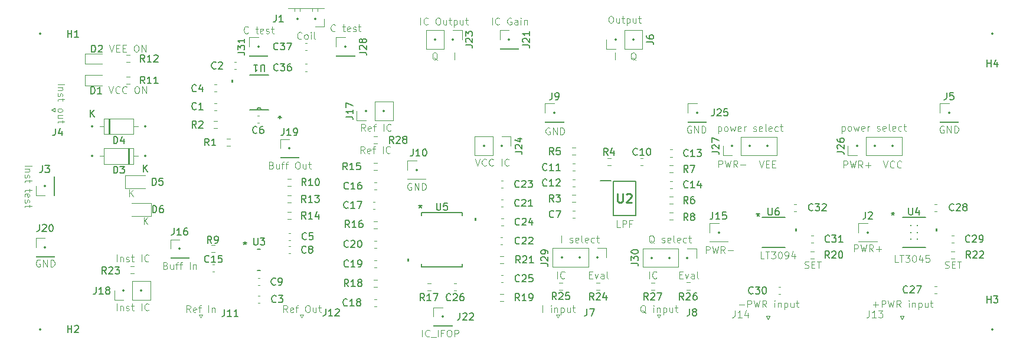
<source format=gbr>
%TF.GenerationSoftware,KiCad,Pcbnew,8.0.2-8.0.2-0~ubuntu20.04.1*%
%TF.CreationDate,2024-05-06T11:04:01+02:00*%
%TF.ProjectId,Receiver Prototype,52656365-6976-4657-9220-50726f746f74,rev?*%
%TF.SameCoordinates,Original*%
%TF.FileFunction,Legend,Top*%
%TF.FilePolarity,Positive*%
%FSLAX46Y46*%
G04 Gerber Fmt 4.6, Leading zero omitted, Abs format (unit mm)*
G04 Created by KiCad (PCBNEW 8.0.2-8.0.2-0~ubuntu20.04.1) date 2024-05-06 11:04:01*
%MOMM*%
%LPD*%
G01*
G04 APERTURE LIST*
%ADD10C,0.100000*%
%ADD11C,0.150000*%
%ADD12C,0.254000*%
%ADD13C,0.120000*%
%ADD14C,0.152400*%
%ADD15C,0.000000*%
%ADD16C,0.200000*%
%ADD17C,0.350000*%
%ADD18C,0.254000*%
G04 APERTURE END LIST*
D10*
X165752336Y-84102419D02*
X165752336Y-83102419D01*
X166942812Y-84054800D02*
X167038050Y-84102419D01*
X167038050Y-84102419D02*
X167228526Y-84102419D01*
X167228526Y-84102419D02*
X167323764Y-84054800D01*
X167323764Y-84054800D02*
X167371383Y-83959561D01*
X167371383Y-83959561D02*
X167371383Y-83911942D01*
X167371383Y-83911942D02*
X167323764Y-83816704D01*
X167323764Y-83816704D02*
X167228526Y-83769085D01*
X167228526Y-83769085D02*
X167085669Y-83769085D01*
X167085669Y-83769085D02*
X166990431Y-83721466D01*
X166990431Y-83721466D02*
X166942812Y-83626228D01*
X166942812Y-83626228D02*
X166942812Y-83578609D01*
X166942812Y-83578609D02*
X166990431Y-83483371D01*
X166990431Y-83483371D02*
X167085669Y-83435752D01*
X167085669Y-83435752D02*
X167228526Y-83435752D01*
X167228526Y-83435752D02*
X167323764Y-83483371D01*
X168180907Y-84054800D02*
X168085669Y-84102419D01*
X168085669Y-84102419D02*
X167895193Y-84102419D01*
X167895193Y-84102419D02*
X167799955Y-84054800D01*
X167799955Y-84054800D02*
X167752336Y-83959561D01*
X167752336Y-83959561D02*
X167752336Y-83578609D01*
X167752336Y-83578609D02*
X167799955Y-83483371D01*
X167799955Y-83483371D02*
X167895193Y-83435752D01*
X167895193Y-83435752D02*
X168085669Y-83435752D01*
X168085669Y-83435752D02*
X168180907Y-83483371D01*
X168180907Y-83483371D02*
X168228526Y-83578609D01*
X168228526Y-83578609D02*
X168228526Y-83673847D01*
X168228526Y-83673847D02*
X167752336Y-83769085D01*
X168799955Y-84102419D02*
X168704717Y-84054800D01*
X168704717Y-84054800D02*
X168657098Y-83959561D01*
X168657098Y-83959561D02*
X168657098Y-83102419D01*
X169561860Y-84054800D02*
X169466622Y-84102419D01*
X169466622Y-84102419D02*
X169276146Y-84102419D01*
X169276146Y-84102419D02*
X169180908Y-84054800D01*
X169180908Y-84054800D02*
X169133289Y-83959561D01*
X169133289Y-83959561D02*
X169133289Y-83578609D01*
X169133289Y-83578609D02*
X169180908Y-83483371D01*
X169180908Y-83483371D02*
X169276146Y-83435752D01*
X169276146Y-83435752D02*
X169466622Y-83435752D01*
X169466622Y-83435752D02*
X169561860Y-83483371D01*
X169561860Y-83483371D02*
X169609479Y-83578609D01*
X169609479Y-83578609D02*
X169609479Y-83673847D01*
X169609479Y-83673847D02*
X169133289Y-83769085D01*
X170466622Y-84054800D02*
X170371384Y-84102419D01*
X170371384Y-84102419D02*
X170180908Y-84102419D01*
X170180908Y-84102419D02*
X170085670Y-84054800D01*
X170085670Y-84054800D02*
X170038051Y-84007180D01*
X170038051Y-84007180D02*
X169990432Y-83911942D01*
X169990432Y-83911942D02*
X169990432Y-83626228D01*
X169990432Y-83626228D02*
X170038051Y-83530990D01*
X170038051Y-83530990D02*
X170085670Y-83483371D01*
X170085670Y-83483371D02*
X170180908Y-83435752D01*
X170180908Y-83435752D02*
X170371384Y-83435752D01*
X170371384Y-83435752D02*
X170466622Y-83483371D01*
X170752337Y-83435752D02*
X171133289Y-83435752D01*
X170895194Y-83102419D02*
X170895194Y-83959561D01*
X170895194Y-83959561D02*
X170942813Y-84054800D01*
X170942813Y-84054800D02*
X171038051Y-84102419D01*
X171038051Y-84102419D02*
X171133289Y-84102419D01*
X188300552Y-73328537D02*
X188300552Y-72328537D01*
X188300552Y-72328537D02*
X188681504Y-72328537D01*
X188681504Y-72328537D02*
X188776742Y-72376156D01*
X188776742Y-72376156D02*
X188824361Y-72423775D01*
X188824361Y-72423775D02*
X188871980Y-72519013D01*
X188871980Y-72519013D02*
X188871980Y-72661870D01*
X188871980Y-72661870D02*
X188824361Y-72757108D01*
X188824361Y-72757108D02*
X188776742Y-72804727D01*
X188776742Y-72804727D02*
X188681504Y-72852346D01*
X188681504Y-72852346D02*
X188300552Y-72852346D01*
X189205314Y-72328537D02*
X189443409Y-73328537D01*
X189443409Y-73328537D02*
X189633885Y-72614251D01*
X189633885Y-72614251D02*
X189824361Y-73328537D01*
X189824361Y-73328537D02*
X190062457Y-72328537D01*
X191014837Y-73328537D02*
X190681504Y-72852346D01*
X190443409Y-73328537D02*
X190443409Y-72328537D01*
X190443409Y-72328537D02*
X190824361Y-72328537D01*
X190824361Y-72328537D02*
X190919599Y-72376156D01*
X190919599Y-72376156D02*
X190967218Y-72423775D01*
X190967218Y-72423775D02*
X191014837Y-72519013D01*
X191014837Y-72519013D02*
X191014837Y-72661870D01*
X191014837Y-72661870D02*
X190967218Y-72757108D01*
X190967218Y-72757108D02*
X190919599Y-72804727D01*
X190919599Y-72804727D02*
X190824361Y-72852346D01*
X190824361Y-72852346D02*
X190443409Y-72852346D01*
X191443409Y-72947584D02*
X192205314Y-72947584D01*
X194826742Y-86403537D02*
X194350552Y-86403537D01*
X194350552Y-86403537D02*
X194350552Y-85403537D01*
X195017219Y-85403537D02*
X195588647Y-85403537D01*
X195302933Y-86403537D02*
X195302933Y-85403537D01*
X195826743Y-85403537D02*
X196445790Y-85403537D01*
X196445790Y-85403537D02*
X196112457Y-85784489D01*
X196112457Y-85784489D02*
X196255314Y-85784489D01*
X196255314Y-85784489D02*
X196350552Y-85832108D01*
X196350552Y-85832108D02*
X196398171Y-85879727D01*
X196398171Y-85879727D02*
X196445790Y-85974965D01*
X196445790Y-85974965D02*
X196445790Y-86213060D01*
X196445790Y-86213060D02*
X196398171Y-86308298D01*
X196398171Y-86308298D02*
X196350552Y-86355918D01*
X196350552Y-86355918D02*
X196255314Y-86403537D01*
X196255314Y-86403537D02*
X195969600Y-86403537D01*
X195969600Y-86403537D02*
X195874362Y-86355918D01*
X195874362Y-86355918D02*
X195826743Y-86308298D01*
X197064838Y-85403537D02*
X197160076Y-85403537D01*
X197160076Y-85403537D02*
X197255314Y-85451156D01*
X197255314Y-85451156D02*
X197302933Y-85498775D01*
X197302933Y-85498775D02*
X197350552Y-85594013D01*
X197350552Y-85594013D02*
X197398171Y-85784489D01*
X197398171Y-85784489D02*
X197398171Y-86022584D01*
X197398171Y-86022584D02*
X197350552Y-86213060D01*
X197350552Y-86213060D02*
X197302933Y-86308298D01*
X197302933Y-86308298D02*
X197255314Y-86355918D01*
X197255314Y-86355918D02*
X197160076Y-86403537D01*
X197160076Y-86403537D02*
X197064838Y-86403537D01*
X197064838Y-86403537D02*
X196969600Y-86355918D01*
X196969600Y-86355918D02*
X196921981Y-86308298D01*
X196921981Y-86308298D02*
X196874362Y-86213060D01*
X196874362Y-86213060D02*
X196826743Y-86022584D01*
X196826743Y-86022584D02*
X196826743Y-85784489D01*
X196826743Y-85784489D02*
X196874362Y-85594013D01*
X196874362Y-85594013D02*
X196921981Y-85498775D01*
X196921981Y-85498775D02*
X196969600Y-85451156D01*
X196969600Y-85451156D02*
X197064838Y-85403537D01*
X197874362Y-86403537D02*
X198064838Y-86403537D01*
X198064838Y-86403537D02*
X198160076Y-86355918D01*
X198160076Y-86355918D02*
X198207695Y-86308298D01*
X198207695Y-86308298D02*
X198302933Y-86165441D01*
X198302933Y-86165441D02*
X198350552Y-85974965D01*
X198350552Y-85974965D02*
X198350552Y-85594013D01*
X198350552Y-85594013D02*
X198302933Y-85498775D01*
X198302933Y-85498775D02*
X198255314Y-85451156D01*
X198255314Y-85451156D02*
X198160076Y-85403537D01*
X198160076Y-85403537D02*
X197969600Y-85403537D01*
X197969600Y-85403537D02*
X197874362Y-85451156D01*
X197874362Y-85451156D02*
X197826743Y-85498775D01*
X197826743Y-85498775D02*
X197779124Y-85594013D01*
X197779124Y-85594013D02*
X197779124Y-85832108D01*
X197779124Y-85832108D02*
X197826743Y-85927346D01*
X197826743Y-85927346D02*
X197874362Y-85974965D01*
X197874362Y-85974965D02*
X197969600Y-86022584D01*
X197969600Y-86022584D02*
X198160076Y-86022584D01*
X198160076Y-86022584D02*
X198255314Y-85974965D01*
X198255314Y-85974965D02*
X198302933Y-85927346D01*
X198302933Y-85927346D02*
X198350552Y-85832108D01*
X199207695Y-85736870D02*
X199207695Y-86403537D01*
X198969600Y-85355918D02*
X198731505Y-86070203D01*
X198731505Y-86070203D02*
X199350552Y-86070203D01*
X126468169Y-94122419D02*
X126134836Y-93646228D01*
X125896741Y-94122419D02*
X125896741Y-93122419D01*
X125896741Y-93122419D02*
X126277693Y-93122419D01*
X126277693Y-93122419D02*
X126372931Y-93170038D01*
X126372931Y-93170038D02*
X126420550Y-93217657D01*
X126420550Y-93217657D02*
X126468169Y-93312895D01*
X126468169Y-93312895D02*
X126468169Y-93455752D01*
X126468169Y-93455752D02*
X126420550Y-93550990D01*
X126420550Y-93550990D02*
X126372931Y-93598609D01*
X126372931Y-93598609D02*
X126277693Y-93646228D01*
X126277693Y-93646228D02*
X125896741Y-93646228D01*
X127277693Y-94074800D02*
X127182455Y-94122419D01*
X127182455Y-94122419D02*
X126991979Y-94122419D01*
X126991979Y-94122419D02*
X126896741Y-94074800D01*
X126896741Y-94074800D02*
X126849122Y-93979561D01*
X126849122Y-93979561D02*
X126849122Y-93598609D01*
X126849122Y-93598609D02*
X126896741Y-93503371D01*
X126896741Y-93503371D02*
X126991979Y-93455752D01*
X126991979Y-93455752D02*
X127182455Y-93455752D01*
X127182455Y-93455752D02*
X127277693Y-93503371D01*
X127277693Y-93503371D02*
X127325312Y-93598609D01*
X127325312Y-93598609D02*
X127325312Y-93693847D01*
X127325312Y-93693847D02*
X126849122Y-93789085D01*
X127611027Y-93455752D02*
X127991979Y-93455752D01*
X127753884Y-94122419D02*
X127753884Y-93265276D01*
X127753884Y-93265276D02*
X127801503Y-93170038D01*
X127801503Y-93170038D02*
X127896741Y-93122419D01*
X127896741Y-93122419D02*
X127991979Y-93122419D01*
X129277694Y-93122419D02*
X129468170Y-93122419D01*
X129468170Y-93122419D02*
X129563408Y-93170038D01*
X129563408Y-93170038D02*
X129658646Y-93265276D01*
X129658646Y-93265276D02*
X129706265Y-93455752D01*
X129706265Y-93455752D02*
X129706265Y-93789085D01*
X129706265Y-93789085D02*
X129658646Y-93979561D01*
X129658646Y-93979561D02*
X129563408Y-94074800D01*
X129563408Y-94074800D02*
X129468170Y-94122419D01*
X129468170Y-94122419D02*
X129277694Y-94122419D01*
X129277694Y-94122419D02*
X129182456Y-94074800D01*
X129182456Y-94074800D02*
X129087218Y-93979561D01*
X129087218Y-93979561D02*
X129039599Y-93789085D01*
X129039599Y-93789085D02*
X129039599Y-93455752D01*
X129039599Y-93455752D02*
X129087218Y-93265276D01*
X129087218Y-93265276D02*
X129182456Y-93170038D01*
X129182456Y-93170038D02*
X129277694Y-93122419D01*
X130563408Y-93455752D02*
X130563408Y-94122419D01*
X130134837Y-93455752D02*
X130134837Y-93979561D01*
X130134837Y-93979561D02*
X130182456Y-94074800D01*
X130182456Y-94074800D02*
X130277694Y-94122419D01*
X130277694Y-94122419D02*
X130420551Y-94122419D01*
X130420551Y-94122419D02*
X130515789Y-94074800D01*
X130515789Y-94074800D02*
X130563408Y-94027180D01*
X130896742Y-93455752D02*
X131277694Y-93455752D01*
X131039599Y-93122419D02*
X131039599Y-93979561D01*
X131039599Y-93979561D02*
X131087218Y-94074800D01*
X131087218Y-94074800D02*
X131182456Y-94122419D01*
X131182456Y-94122419D02*
X131277694Y-94122419D01*
X147970550Y-57967657D02*
X147875312Y-57920038D01*
X147875312Y-57920038D02*
X147780074Y-57824800D01*
X147780074Y-57824800D02*
X147637217Y-57681942D01*
X147637217Y-57681942D02*
X147541979Y-57634323D01*
X147541979Y-57634323D02*
X147446741Y-57634323D01*
X147494360Y-57872419D02*
X147399122Y-57824800D01*
X147399122Y-57824800D02*
X147303884Y-57729561D01*
X147303884Y-57729561D02*
X147256265Y-57539085D01*
X147256265Y-57539085D02*
X147256265Y-57205752D01*
X147256265Y-57205752D02*
X147303884Y-57015276D01*
X147303884Y-57015276D02*
X147399122Y-56920038D01*
X147399122Y-56920038D02*
X147494360Y-56872419D01*
X147494360Y-56872419D02*
X147684836Y-56872419D01*
X147684836Y-56872419D02*
X147780074Y-56920038D01*
X147780074Y-56920038D02*
X147875312Y-57015276D01*
X147875312Y-57015276D02*
X147922931Y-57205752D01*
X147922931Y-57205752D02*
X147922931Y-57539085D01*
X147922931Y-57539085D02*
X147875312Y-57729561D01*
X147875312Y-57729561D02*
X147780074Y-57824800D01*
X147780074Y-57824800D02*
X147684836Y-57872419D01*
X147684836Y-57872419D02*
X147494360Y-57872419D01*
X173494211Y-56877580D02*
X173494211Y-57877580D01*
X101988884Y-93872419D02*
X101988884Y-92872419D01*
X102465074Y-93205752D02*
X102465074Y-93872419D01*
X102465074Y-93300990D02*
X102512693Y-93253371D01*
X102512693Y-93253371D02*
X102607931Y-93205752D01*
X102607931Y-93205752D02*
X102750788Y-93205752D01*
X102750788Y-93205752D02*
X102846026Y-93253371D01*
X102846026Y-93253371D02*
X102893645Y-93348609D01*
X102893645Y-93348609D02*
X102893645Y-93872419D01*
X103322217Y-93824800D02*
X103417455Y-93872419D01*
X103417455Y-93872419D02*
X103607931Y-93872419D01*
X103607931Y-93872419D02*
X103703169Y-93824800D01*
X103703169Y-93824800D02*
X103750788Y-93729561D01*
X103750788Y-93729561D02*
X103750788Y-93681942D01*
X103750788Y-93681942D02*
X103703169Y-93586704D01*
X103703169Y-93586704D02*
X103607931Y-93539085D01*
X103607931Y-93539085D02*
X103465074Y-93539085D01*
X103465074Y-93539085D02*
X103369836Y-93491466D01*
X103369836Y-93491466D02*
X103322217Y-93396228D01*
X103322217Y-93396228D02*
X103322217Y-93348609D01*
X103322217Y-93348609D02*
X103369836Y-93253371D01*
X103369836Y-93253371D02*
X103465074Y-93205752D01*
X103465074Y-93205752D02*
X103607931Y-93205752D01*
X103607931Y-93205752D02*
X103703169Y-93253371D01*
X104036503Y-93205752D02*
X104417455Y-93205752D01*
X104179360Y-92872419D02*
X104179360Y-93729561D01*
X104179360Y-93729561D02*
X104226979Y-93824800D01*
X104226979Y-93824800D02*
X104322217Y-93872419D01*
X104322217Y-93872419D02*
X104417455Y-93872419D01*
X105512694Y-93872419D02*
X105512694Y-92872419D01*
X106560312Y-93777180D02*
X106512693Y-93824800D01*
X106512693Y-93824800D02*
X106369836Y-93872419D01*
X106369836Y-93872419D02*
X106274598Y-93872419D01*
X106274598Y-93872419D02*
X106131741Y-93824800D01*
X106131741Y-93824800D02*
X106036503Y-93729561D01*
X106036503Y-93729561D02*
X105988884Y-93634323D01*
X105988884Y-93634323D02*
X105941265Y-93443847D01*
X105941265Y-93443847D02*
X105941265Y-93300990D01*
X105941265Y-93300990D02*
X105988884Y-93110514D01*
X105988884Y-93110514D02*
X106036503Y-93015276D01*
X106036503Y-93015276D02*
X106131741Y-92920038D01*
X106131741Y-92920038D02*
X106274598Y-92872419D01*
X106274598Y-92872419D02*
X106369836Y-92872419D01*
X106369836Y-92872419D02*
X106512693Y-92920038D01*
X106512693Y-92920038D02*
X106560312Y-92967657D01*
X108991979Y-87398609D02*
X109134836Y-87446228D01*
X109134836Y-87446228D02*
X109182455Y-87493847D01*
X109182455Y-87493847D02*
X109230074Y-87589085D01*
X109230074Y-87589085D02*
X109230074Y-87731942D01*
X109230074Y-87731942D02*
X109182455Y-87827180D01*
X109182455Y-87827180D02*
X109134836Y-87874800D01*
X109134836Y-87874800D02*
X109039598Y-87922419D01*
X109039598Y-87922419D02*
X108658646Y-87922419D01*
X108658646Y-87922419D02*
X108658646Y-86922419D01*
X108658646Y-86922419D02*
X108991979Y-86922419D01*
X108991979Y-86922419D02*
X109087217Y-86970038D01*
X109087217Y-86970038D02*
X109134836Y-87017657D01*
X109134836Y-87017657D02*
X109182455Y-87112895D01*
X109182455Y-87112895D02*
X109182455Y-87208133D01*
X109182455Y-87208133D02*
X109134836Y-87303371D01*
X109134836Y-87303371D02*
X109087217Y-87350990D01*
X109087217Y-87350990D02*
X108991979Y-87398609D01*
X108991979Y-87398609D02*
X108658646Y-87398609D01*
X110087217Y-87255752D02*
X110087217Y-87922419D01*
X109658646Y-87255752D02*
X109658646Y-87779561D01*
X109658646Y-87779561D02*
X109706265Y-87874800D01*
X109706265Y-87874800D02*
X109801503Y-87922419D01*
X109801503Y-87922419D02*
X109944360Y-87922419D01*
X109944360Y-87922419D02*
X110039598Y-87874800D01*
X110039598Y-87874800D02*
X110087217Y-87827180D01*
X110420551Y-87255752D02*
X110801503Y-87255752D01*
X110563408Y-87922419D02*
X110563408Y-87065276D01*
X110563408Y-87065276D02*
X110611027Y-86970038D01*
X110611027Y-86970038D02*
X110706265Y-86922419D01*
X110706265Y-86922419D02*
X110801503Y-86922419D01*
X110991980Y-87255752D02*
X111372932Y-87255752D01*
X111134837Y-87922419D02*
X111134837Y-87065276D01*
X111134837Y-87065276D02*
X111182456Y-86970038D01*
X111182456Y-86970038D02*
X111277694Y-86922419D01*
X111277694Y-86922419D02*
X111372932Y-86922419D01*
X112468171Y-87922419D02*
X112468171Y-86922419D01*
X112944361Y-87255752D02*
X112944361Y-87922419D01*
X112944361Y-87350990D02*
X112991980Y-87303371D01*
X112991980Y-87303371D02*
X113087218Y-87255752D01*
X113087218Y-87255752D02*
X113230075Y-87255752D01*
X113230075Y-87255752D02*
X113325313Y-87303371D01*
X113325313Y-87303371D02*
X113372932Y-87398609D01*
X113372932Y-87398609D02*
X113372932Y-87922419D01*
X188243170Y-67486870D02*
X188243170Y-68486870D01*
X188243170Y-67534489D02*
X188338408Y-67486870D01*
X188338408Y-67486870D02*
X188528884Y-67486870D01*
X188528884Y-67486870D02*
X188624122Y-67534489D01*
X188624122Y-67534489D02*
X188671741Y-67582108D01*
X188671741Y-67582108D02*
X188719360Y-67677346D01*
X188719360Y-67677346D02*
X188719360Y-67963060D01*
X188719360Y-67963060D02*
X188671741Y-68058298D01*
X188671741Y-68058298D02*
X188624122Y-68105918D01*
X188624122Y-68105918D02*
X188528884Y-68153537D01*
X188528884Y-68153537D02*
X188338408Y-68153537D01*
X188338408Y-68153537D02*
X188243170Y-68105918D01*
X189290789Y-68153537D02*
X189195551Y-68105918D01*
X189195551Y-68105918D02*
X189147932Y-68058298D01*
X189147932Y-68058298D02*
X189100313Y-67963060D01*
X189100313Y-67963060D02*
X189100313Y-67677346D01*
X189100313Y-67677346D02*
X189147932Y-67582108D01*
X189147932Y-67582108D02*
X189195551Y-67534489D01*
X189195551Y-67534489D02*
X189290789Y-67486870D01*
X189290789Y-67486870D02*
X189433646Y-67486870D01*
X189433646Y-67486870D02*
X189528884Y-67534489D01*
X189528884Y-67534489D02*
X189576503Y-67582108D01*
X189576503Y-67582108D02*
X189624122Y-67677346D01*
X189624122Y-67677346D02*
X189624122Y-67963060D01*
X189624122Y-67963060D02*
X189576503Y-68058298D01*
X189576503Y-68058298D02*
X189528884Y-68105918D01*
X189528884Y-68105918D02*
X189433646Y-68153537D01*
X189433646Y-68153537D02*
X189290789Y-68153537D01*
X189957456Y-67486870D02*
X190147932Y-68153537D01*
X190147932Y-68153537D02*
X190338408Y-67677346D01*
X190338408Y-67677346D02*
X190528884Y-68153537D01*
X190528884Y-68153537D02*
X190719360Y-67486870D01*
X191481265Y-68105918D02*
X191386027Y-68153537D01*
X191386027Y-68153537D02*
X191195551Y-68153537D01*
X191195551Y-68153537D02*
X191100313Y-68105918D01*
X191100313Y-68105918D02*
X191052694Y-68010679D01*
X191052694Y-68010679D02*
X191052694Y-67629727D01*
X191052694Y-67629727D02*
X191100313Y-67534489D01*
X191100313Y-67534489D02*
X191195551Y-67486870D01*
X191195551Y-67486870D02*
X191386027Y-67486870D01*
X191386027Y-67486870D02*
X191481265Y-67534489D01*
X191481265Y-67534489D02*
X191528884Y-67629727D01*
X191528884Y-67629727D02*
X191528884Y-67724965D01*
X191528884Y-67724965D02*
X191052694Y-67820203D01*
X191957456Y-68153537D02*
X191957456Y-67486870D01*
X191957456Y-67677346D02*
X192005075Y-67582108D01*
X192005075Y-67582108D02*
X192052694Y-67534489D01*
X192052694Y-67534489D02*
X192147932Y-67486870D01*
X192147932Y-67486870D02*
X192243170Y-67486870D01*
X193290790Y-68105918D02*
X193386028Y-68153537D01*
X193386028Y-68153537D02*
X193576504Y-68153537D01*
X193576504Y-68153537D02*
X193671742Y-68105918D01*
X193671742Y-68105918D02*
X193719361Y-68010679D01*
X193719361Y-68010679D02*
X193719361Y-67963060D01*
X193719361Y-67963060D02*
X193671742Y-67867822D01*
X193671742Y-67867822D02*
X193576504Y-67820203D01*
X193576504Y-67820203D02*
X193433647Y-67820203D01*
X193433647Y-67820203D02*
X193338409Y-67772584D01*
X193338409Y-67772584D02*
X193290790Y-67677346D01*
X193290790Y-67677346D02*
X193290790Y-67629727D01*
X193290790Y-67629727D02*
X193338409Y-67534489D01*
X193338409Y-67534489D02*
X193433647Y-67486870D01*
X193433647Y-67486870D02*
X193576504Y-67486870D01*
X193576504Y-67486870D02*
X193671742Y-67534489D01*
X194528885Y-68105918D02*
X194433647Y-68153537D01*
X194433647Y-68153537D02*
X194243171Y-68153537D01*
X194243171Y-68153537D02*
X194147933Y-68105918D01*
X194147933Y-68105918D02*
X194100314Y-68010679D01*
X194100314Y-68010679D02*
X194100314Y-67629727D01*
X194100314Y-67629727D02*
X194147933Y-67534489D01*
X194147933Y-67534489D02*
X194243171Y-67486870D01*
X194243171Y-67486870D02*
X194433647Y-67486870D01*
X194433647Y-67486870D02*
X194528885Y-67534489D01*
X194528885Y-67534489D02*
X194576504Y-67629727D01*
X194576504Y-67629727D02*
X194576504Y-67724965D01*
X194576504Y-67724965D02*
X194100314Y-67820203D01*
X195147933Y-68153537D02*
X195052695Y-68105918D01*
X195052695Y-68105918D02*
X195005076Y-68010679D01*
X195005076Y-68010679D02*
X195005076Y-67153537D01*
X195909838Y-68105918D02*
X195814600Y-68153537D01*
X195814600Y-68153537D02*
X195624124Y-68153537D01*
X195624124Y-68153537D02*
X195528886Y-68105918D01*
X195528886Y-68105918D02*
X195481267Y-68010679D01*
X195481267Y-68010679D02*
X195481267Y-67629727D01*
X195481267Y-67629727D02*
X195528886Y-67534489D01*
X195528886Y-67534489D02*
X195624124Y-67486870D01*
X195624124Y-67486870D02*
X195814600Y-67486870D01*
X195814600Y-67486870D02*
X195909838Y-67534489D01*
X195909838Y-67534489D02*
X195957457Y-67629727D01*
X195957457Y-67629727D02*
X195957457Y-67724965D01*
X195957457Y-67724965D02*
X195481267Y-67820203D01*
X196814600Y-68105918D02*
X196719362Y-68153537D01*
X196719362Y-68153537D02*
X196528886Y-68153537D01*
X196528886Y-68153537D02*
X196433648Y-68105918D01*
X196433648Y-68105918D02*
X196386029Y-68058298D01*
X196386029Y-68058298D02*
X196338410Y-67963060D01*
X196338410Y-67963060D02*
X196338410Y-67677346D01*
X196338410Y-67677346D02*
X196386029Y-67582108D01*
X196386029Y-67582108D02*
X196433648Y-67534489D01*
X196433648Y-67534489D02*
X196528886Y-67486870D01*
X196528886Y-67486870D02*
X196719362Y-67486870D01*
X196719362Y-67486870D02*
X196814600Y-67534489D01*
X197100315Y-67486870D02*
X197481267Y-67486870D01*
X197243172Y-67153537D02*
X197243172Y-68010679D01*
X197243172Y-68010679D02*
X197290791Y-68105918D01*
X197290791Y-68105918D02*
X197386029Y-68153537D01*
X197386029Y-68153537D02*
X197481267Y-68153537D01*
X163053884Y-94122419D02*
X163053884Y-93122419D01*
X164291979Y-94122419D02*
X164291979Y-93455752D01*
X164291979Y-93122419D02*
X164244360Y-93170038D01*
X164244360Y-93170038D02*
X164291979Y-93217657D01*
X164291979Y-93217657D02*
X164339598Y-93170038D01*
X164339598Y-93170038D02*
X164291979Y-93122419D01*
X164291979Y-93122419D02*
X164291979Y-93217657D01*
X164768169Y-93455752D02*
X164768169Y-94122419D01*
X164768169Y-93550990D02*
X164815788Y-93503371D01*
X164815788Y-93503371D02*
X164911026Y-93455752D01*
X164911026Y-93455752D02*
X165053883Y-93455752D01*
X165053883Y-93455752D02*
X165149121Y-93503371D01*
X165149121Y-93503371D02*
X165196740Y-93598609D01*
X165196740Y-93598609D02*
X165196740Y-94122419D01*
X165672931Y-93455752D02*
X165672931Y-94455752D01*
X165672931Y-93503371D02*
X165768169Y-93455752D01*
X165768169Y-93455752D02*
X165958645Y-93455752D01*
X165958645Y-93455752D02*
X166053883Y-93503371D01*
X166053883Y-93503371D02*
X166101502Y-93550990D01*
X166101502Y-93550990D02*
X166149121Y-93646228D01*
X166149121Y-93646228D02*
X166149121Y-93931942D01*
X166149121Y-93931942D02*
X166101502Y-94027180D01*
X166101502Y-94027180D02*
X166053883Y-94074800D01*
X166053883Y-94074800D02*
X165958645Y-94122419D01*
X165958645Y-94122419D02*
X165768169Y-94122419D01*
X165768169Y-94122419D02*
X165672931Y-94074800D01*
X167006264Y-93455752D02*
X167006264Y-94122419D01*
X166577693Y-93455752D02*
X166577693Y-93979561D01*
X166577693Y-93979561D02*
X166625312Y-94074800D01*
X166625312Y-94074800D02*
X166720550Y-94122419D01*
X166720550Y-94122419D02*
X166863407Y-94122419D01*
X166863407Y-94122419D02*
X166958645Y-94074800D01*
X166958645Y-94074800D02*
X167006264Y-94027180D01*
X167339598Y-93455752D02*
X167720550Y-93455752D01*
X167482455Y-93122419D02*
X167482455Y-93979561D01*
X167482455Y-93979561D02*
X167530074Y-94074800D01*
X167530074Y-94074800D02*
X167625312Y-94122419D01*
X167625312Y-94122419D02*
X167720550Y-94122419D01*
X220602693Y-67445038D02*
X220507455Y-67397419D01*
X220507455Y-67397419D02*
X220364598Y-67397419D01*
X220364598Y-67397419D02*
X220221741Y-67445038D01*
X220221741Y-67445038D02*
X220126503Y-67540276D01*
X220126503Y-67540276D02*
X220078884Y-67635514D01*
X220078884Y-67635514D02*
X220031265Y-67825990D01*
X220031265Y-67825990D02*
X220031265Y-67968847D01*
X220031265Y-67968847D02*
X220078884Y-68159323D01*
X220078884Y-68159323D02*
X220126503Y-68254561D01*
X220126503Y-68254561D02*
X220221741Y-68349800D01*
X220221741Y-68349800D02*
X220364598Y-68397419D01*
X220364598Y-68397419D02*
X220459836Y-68397419D01*
X220459836Y-68397419D02*
X220602693Y-68349800D01*
X220602693Y-68349800D02*
X220650312Y-68302180D01*
X220650312Y-68302180D02*
X220650312Y-67968847D01*
X220650312Y-67968847D02*
X220459836Y-67968847D01*
X221078884Y-68397419D02*
X221078884Y-67397419D01*
X221078884Y-67397419D02*
X221650312Y-68397419D01*
X221650312Y-68397419D02*
X221650312Y-67397419D01*
X222126503Y-68397419D02*
X222126503Y-67397419D01*
X222126503Y-67397419D02*
X222364598Y-67397419D01*
X222364598Y-67397419D02*
X222507455Y-67445038D01*
X222507455Y-67445038D02*
X222602693Y-67540276D01*
X222602693Y-67540276D02*
X222650312Y-67635514D01*
X222650312Y-67635514D02*
X222697931Y-67825990D01*
X222697931Y-67825990D02*
X222697931Y-67968847D01*
X222697931Y-67968847D02*
X222650312Y-68159323D01*
X222650312Y-68159323D02*
X222602693Y-68254561D01*
X222602693Y-68254561D02*
X222507455Y-68349800D01*
X222507455Y-68349800D02*
X222364598Y-68397419D01*
X222364598Y-68397419D02*
X222126503Y-68397419D01*
X155803884Y-52872419D02*
X155803884Y-51872419D01*
X156851502Y-52777180D02*
X156803883Y-52824800D01*
X156803883Y-52824800D02*
X156661026Y-52872419D01*
X156661026Y-52872419D02*
X156565788Y-52872419D01*
X156565788Y-52872419D02*
X156422931Y-52824800D01*
X156422931Y-52824800D02*
X156327693Y-52729561D01*
X156327693Y-52729561D02*
X156280074Y-52634323D01*
X156280074Y-52634323D02*
X156232455Y-52443847D01*
X156232455Y-52443847D02*
X156232455Y-52300990D01*
X156232455Y-52300990D02*
X156280074Y-52110514D01*
X156280074Y-52110514D02*
X156327693Y-52015276D01*
X156327693Y-52015276D02*
X156422931Y-51920038D01*
X156422931Y-51920038D02*
X156565788Y-51872419D01*
X156565788Y-51872419D02*
X156661026Y-51872419D01*
X156661026Y-51872419D02*
X156803883Y-51920038D01*
X156803883Y-51920038D02*
X156851502Y-51967657D01*
X158565788Y-51920038D02*
X158470550Y-51872419D01*
X158470550Y-51872419D02*
X158327693Y-51872419D01*
X158327693Y-51872419D02*
X158184836Y-51920038D01*
X158184836Y-51920038D02*
X158089598Y-52015276D01*
X158089598Y-52015276D02*
X158041979Y-52110514D01*
X158041979Y-52110514D02*
X157994360Y-52300990D01*
X157994360Y-52300990D02*
X157994360Y-52443847D01*
X157994360Y-52443847D02*
X158041979Y-52634323D01*
X158041979Y-52634323D02*
X158089598Y-52729561D01*
X158089598Y-52729561D02*
X158184836Y-52824800D01*
X158184836Y-52824800D02*
X158327693Y-52872419D01*
X158327693Y-52872419D02*
X158422931Y-52872419D01*
X158422931Y-52872419D02*
X158565788Y-52824800D01*
X158565788Y-52824800D02*
X158613407Y-52777180D01*
X158613407Y-52777180D02*
X158613407Y-52443847D01*
X158613407Y-52443847D02*
X158422931Y-52443847D01*
X159470550Y-52872419D02*
X159470550Y-52348609D01*
X159470550Y-52348609D02*
X159422931Y-52253371D01*
X159422931Y-52253371D02*
X159327693Y-52205752D01*
X159327693Y-52205752D02*
X159137217Y-52205752D01*
X159137217Y-52205752D02*
X159041979Y-52253371D01*
X159470550Y-52824800D02*
X159375312Y-52872419D01*
X159375312Y-52872419D02*
X159137217Y-52872419D01*
X159137217Y-52872419D02*
X159041979Y-52824800D01*
X159041979Y-52824800D02*
X158994360Y-52729561D01*
X158994360Y-52729561D02*
X158994360Y-52634323D01*
X158994360Y-52634323D02*
X159041979Y-52539085D01*
X159041979Y-52539085D02*
X159137217Y-52491466D01*
X159137217Y-52491466D02*
X159375312Y-52491466D01*
X159375312Y-52491466D02*
X159470550Y-52443847D01*
X159946741Y-52872419D02*
X159946741Y-52205752D01*
X159946741Y-51872419D02*
X159899122Y-51920038D01*
X159899122Y-51920038D02*
X159946741Y-51967657D01*
X159946741Y-51967657D02*
X159994360Y-51920038D01*
X159994360Y-51920038D02*
X159946741Y-51872419D01*
X159946741Y-51872419D02*
X159946741Y-51967657D01*
X160422931Y-52205752D02*
X160422931Y-52872419D01*
X160422931Y-52300990D02*
X160470550Y-52253371D01*
X160470550Y-52253371D02*
X160565788Y-52205752D01*
X160565788Y-52205752D02*
X160708645Y-52205752D01*
X160708645Y-52205752D02*
X160803883Y-52253371D01*
X160803883Y-52253371D02*
X160851502Y-52348609D01*
X160851502Y-52348609D02*
X160851502Y-52872419D01*
X145553884Y-52872419D02*
X145553884Y-51872419D01*
X146601502Y-52777180D02*
X146553883Y-52824800D01*
X146553883Y-52824800D02*
X146411026Y-52872419D01*
X146411026Y-52872419D02*
X146315788Y-52872419D01*
X146315788Y-52872419D02*
X146172931Y-52824800D01*
X146172931Y-52824800D02*
X146077693Y-52729561D01*
X146077693Y-52729561D02*
X146030074Y-52634323D01*
X146030074Y-52634323D02*
X145982455Y-52443847D01*
X145982455Y-52443847D02*
X145982455Y-52300990D01*
X145982455Y-52300990D02*
X146030074Y-52110514D01*
X146030074Y-52110514D02*
X146077693Y-52015276D01*
X146077693Y-52015276D02*
X146172931Y-51920038D01*
X146172931Y-51920038D02*
X146315788Y-51872419D01*
X146315788Y-51872419D02*
X146411026Y-51872419D01*
X146411026Y-51872419D02*
X146553883Y-51920038D01*
X146553883Y-51920038D02*
X146601502Y-51967657D01*
X147982455Y-51872419D02*
X148172931Y-51872419D01*
X148172931Y-51872419D02*
X148268169Y-51920038D01*
X148268169Y-51920038D02*
X148363407Y-52015276D01*
X148363407Y-52015276D02*
X148411026Y-52205752D01*
X148411026Y-52205752D02*
X148411026Y-52539085D01*
X148411026Y-52539085D02*
X148363407Y-52729561D01*
X148363407Y-52729561D02*
X148268169Y-52824800D01*
X148268169Y-52824800D02*
X148172931Y-52872419D01*
X148172931Y-52872419D02*
X147982455Y-52872419D01*
X147982455Y-52872419D02*
X147887217Y-52824800D01*
X147887217Y-52824800D02*
X147791979Y-52729561D01*
X147791979Y-52729561D02*
X147744360Y-52539085D01*
X147744360Y-52539085D02*
X147744360Y-52205752D01*
X147744360Y-52205752D02*
X147791979Y-52015276D01*
X147791979Y-52015276D02*
X147887217Y-51920038D01*
X147887217Y-51920038D02*
X147982455Y-51872419D01*
X149268169Y-52205752D02*
X149268169Y-52872419D01*
X148839598Y-52205752D02*
X148839598Y-52729561D01*
X148839598Y-52729561D02*
X148887217Y-52824800D01*
X148887217Y-52824800D02*
X148982455Y-52872419D01*
X148982455Y-52872419D02*
X149125312Y-52872419D01*
X149125312Y-52872419D02*
X149220550Y-52824800D01*
X149220550Y-52824800D02*
X149268169Y-52777180D01*
X149601503Y-52205752D02*
X149982455Y-52205752D01*
X149744360Y-51872419D02*
X149744360Y-52729561D01*
X149744360Y-52729561D02*
X149791979Y-52824800D01*
X149791979Y-52824800D02*
X149887217Y-52872419D01*
X149887217Y-52872419D02*
X149982455Y-52872419D01*
X150315789Y-52205752D02*
X150315789Y-53205752D01*
X150315789Y-52253371D02*
X150411027Y-52205752D01*
X150411027Y-52205752D02*
X150601503Y-52205752D01*
X150601503Y-52205752D02*
X150696741Y-52253371D01*
X150696741Y-52253371D02*
X150744360Y-52300990D01*
X150744360Y-52300990D02*
X150791979Y-52396228D01*
X150791979Y-52396228D02*
X150791979Y-52681942D01*
X150791979Y-52681942D02*
X150744360Y-52777180D01*
X150744360Y-52777180D02*
X150696741Y-52824800D01*
X150696741Y-52824800D02*
X150601503Y-52872419D01*
X150601503Y-52872419D02*
X150411027Y-52872419D01*
X150411027Y-52872419D02*
X150315789Y-52824800D01*
X151649122Y-52205752D02*
X151649122Y-52872419D01*
X151220551Y-52205752D02*
X151220551Y-52729561D01*
X151220551Y-52729561D02*
X151268170Y-52824800D01*
X151268170Y-52824800D02*
X151363408Y-52872419D01*
X151363408Y-52872419D02*
X151506265Y-52872419D01*
X151506265Y-52872419D02*
X151601503Y-52824800D01*
X151601503Y-52824800D02*
X151649122Y-52777180D01*
X151982456Y-52205752D02*
X152363408Y-52205752D01*
X152125313Y-51872419D02*
X152125313Y-52729561D01*
X152125313Y-52729561D02*
X152172932Y-52824800D01*
X152172932Y-52824800D02*
X152268170Y-52872419D01*
X152268170Y-52872419D02*
X152363408Y-52872419D01*
X165173884Y-89262419D02*
X165173884Y-88262419D01*
X166221502Y-89167180D02*
X166173883Y-89214800D01*
X166173883Y-89214800D02*
X166031026Y-89262419D01*
X166031026Y-89262419D02*
X165935788Y-89262419D01*
X165935788Y-89262419D02*
X165792931Y-89214800D01*
X165792931Y-89214800D02*
X165697693Y-89119561D01*
X165697693Y-89119561D02*
X165650074Y-89024323D01*
X165650074Y-89024323D02*
X165602455Y-88833847D01*
X165602455Y-88833847D02*
X165602455Y-88690990D01*
X165602455Y-88690990D02*
X165650074Y-88500514D01*
X165650074Y-88500514D02*
X165697693Y-88405276D01*
X165697693Y-88405276D02*
X165792931Y-88310038D01*
X165792931Y-88310038D02*
X165935788Y-88262419D01*
X165935788Y-88262419D02*
X166031026Y-88262419D01*
X166031026Y-88262419D02*
X166173883Y-88310038D01*
X166173883Y-88310038D02*
X166221502Y-88357657D01*
X174181742Y-81939819D02*
X173705552Y-81939819D01*
X173705552Y-81939819D02*
X173705552Y-80939819D01*
X174515076Y-81939819D02*
X174515076Y-80939819D01*
X174515076Y-80939819D02*
X174896028Y-80939819D01*
X174896028Y-80939819D02*
X174991266Y-80987438D01*
X174991266Y-80987438D02*
X175038885Y-81035057D01*
X175038885Y-81035057D02*
X175086504Y-81130295D01*
X175086504Y-81130295D02*
X175086504Y-81273152D01*
X175086504Y-81273152D02*
X175038885Y-81368390D01*
X175038885Y-81368390D02*
X174991266Y-81416009D01*
X174991266Y-81416009D02*
X174896028Y-81463628D01*
X174896028Y-81463628D02*
X174515076Y-81463628D01*
X175848409Y-81416009D02*
X175515076Y-81416009D01*
X175515076Y-81939819D02*
X175515076Y-80939819D01*
X175515076Y-80939819D02*
X175991266Y-80939819D01*
X164077693Y-67670038D02*
X163982455Y-67622419D01*
X163982455Y-67622419D02*
X163839598Y-67622419D01*
X163839598Y-67622419D02*
X163696741Y-67670038D01*
X163696741Y-67670038D02*
X163601503Y-67765276D01*
X163601503Y-67765276D02*
X163553884Y-67860514D01*
X163553884Y-67860514D02*
X163506265Y-68050990D01*
X163506265Y-68050990D02*
X163506265Y-68193847D01*
X163506265Y-68193847D02*
X163553884Y-68384323D01*
X163553884Y-68384323D02*
X163601503Y-68479561D01*
X163601503Y-68479561D02*
X163696741Y-68574800D01*
X163696741Y-68574800D02*
X163839598Y-68622419D01*
X163839598Y-68622419D02*
X163934836Y-68622419D01*
X163934836Y-68622419D02*
X164077693Y-68574800D01*
X164077693Y-68574800D02*
X164125312Y-68527180D01*
X164125312Y-68527180D02*
X164125312Y-68193847D01*
X164125312Y-68193847D02*
X163934836Y-68193847D01*
X164553884Y-68622419D02*
X164553884Y-67622419D01*
X164553884Y-67622419D02*
X165125312Y-68622419D01*
X165125312Y-68622419D02*
X165125312Y-67622419D01*
X165601503Y-68622419D02*
X165601503Y-67622419D01*
X165601503Y-67622419D02*
X165839598Y-67622419D01*
X165839598Y-67622419D02*
X165982455Y-67670038D01*
X165982455Y-67670038D02*
X166077693Y-67765276D01*
X166077693Y-67765276D02*
X166125312Y-67860514D01*
X166125312Y-67860514D02*
X166172931Y-68050990D01*
X166172931Y-68050990D02*
X166172931Y-68193847D01*
X166172931Y-68193847D02*
X166125312Y-68384323D01*
X166125312Y-68384323D02*
X166077693Y-68479561D01*
X166077693Y-68479561D02*
X165982455Y-68574800D01*
X165982455Y-68574800D02*
X165839598Y-68622419D01*
X165839598Y-68622419D02*
X165601503Y-68622419D01*
X182693765Y-88738609D02*
X183027098Y-88738609D01*
X183169955Y-89262419D02*
X182693765Y-89262419D01*
X182693765Y-89262419D02*
X182693765Y-88262419D01*
X182693765Y-88262419D02*
X183169955Y-88262419D01*
X183503289Y-88595752D02*
X183741384Y-89262419D01*
X183741384Y-89262419D02*
X183979479Y-88595752D01*
X184789003Y-89262419D02*
X184789003Y-88738609D01*
X184789003Y-88738609D02*
X184741384Y-88643371D01*
X184741384Y-88643371D02*
X184646146Y-88595752D01*
X184646146Y-88595752D02*
X184455670Y-88595752D01*
X184455670Y-88595752D02*
X184360432Y-88643371D01*
X184789003Y-89214800D02*
X184693765Y-89262419D01*
X184693765Y-89262419D02*
X184455670Y-89262419D01*
X184455670Y-89262419D02*
X184360432Y-89214800D01*
X184360432Y-89214800D02*
X184312813Y-89119561D01*
X184312813Y-89119561D02*
X184312813Y-89024323D01*
X184312813Y-89024323D02*
X184360432Y-88929085D01*
X184360432Y-88929085D02*
X184455670Y-88881466D01*
X184455670Y-88881466D02*
X184693765Y-88881466D01*
X184693765Y-88881466D02*
X184789003Y-88833847D01*
X185408051Y-89262419D02*
X185312813Y-89214800D01*
X185312813Y-89214800D02*
X185265194Y-89119561D01*
X185265194Y-89119561D02*
X185265194Y-88262419D01*
X88777580Y-73087217D02*
X89777580Y-73087217D01*
X89444247Y-73563407D02*
X88777580Y-73563407D01*
X89349009Y-73563407D02*
X89396628Y-73611026D01*
X89396628Y-73611026D02*
X89444247Y-73706264D01*
X89444247Y-73706264D02*
X89444247Y-73849121D01*
X89444247Y-73849121D02*
X89396628Y-73944359D01*
X89396628Y-73944359D02*
X89301390Y-73991978D01*
X89301390Y-73991978D02*
X88777580Y-73991978D01*
X88825200Y-74420550D02*
X88777580Y-74515788D01*
X88777580Y-74515788D02*
X88777580Y-74706264D01*
X88777580Y-74706264D02*
X88825200Y-74801502D01*
X88825200Y-74801502D02*
X88920438Y-74849121D01*
X88920438Y-74849121D02*
X88968057Y-74849121D01*
X88968057Y-74849121D02*
X89063295Y-74801502D01*
X89063295Y-74801502D02*
X89110914Y-74706264D01*
X89110914Y-74706264D02*
X89110914Y-74563407D01*
X89110914Y-74563407D02*
X89158533Y-74468169D01*
X89158533Y-74468169D02*
X89253771Y-74420550D01*
X89253771Y-74420550D02*
X89301390Y-74420550D01*
X89301390Y-74420550D02*
X89396628Y-74468169D01*
X89396628Y-74468169D02*
X89444247Y-74563407D01*
X89444247Y-74563407D02*
X89444247Y-74706264D01*
X89444247Y-74706264D02*
X89396628Y-74801502D01*
X89444247Y-75134836D02*
X89444247Y-75515788D01*
X89777580Y-75277693D02*
X88920438Y-75277693D01*
X88920438Y-75277693D02*
X88825200Y-75325312D01*
X88825200Y-75325312D02*
X88777580Y-75420550D01*
X88777580Y-75420550D02*
X88777580Y-75515788D01*
X89444247Y-76468170D02*
X89444247Y-76849122D01*
X89777580Y-76611027D02*
X88920438Y-76611027D01*
X88920438Y-76611027D02*
X88825200Y-76658646D01*
X88825200Y-76658646D02*
X88777580Y-76753884D01*
X88777580Y-76753884D02*
X88777580Y-76849122D01*
X88825200Y-77563408D02*
X88777580Y-77468170D01*
X88777580Y-77468170D02*
X88777580Y-77277694D01*
X88777580Y-77277694D02*
X88825200Y-77182456D01*
X88825200Y-77182456D02*
X88920438Y-77134837D01*
X88920438Y-77134837D02*
X89301390Y-77134837D01*
X89301390Y-77134837D02*
X89396628Y-77182456D01*
X89396628Y-77182456D02*
X89444247Y-77277694D01*
X89444247Y-77277694D02*
X89444247Y-77468170D01*
X89444247Y-77468170D02*
X89396628Y-77563408D01*
X89396628Y-77563408D02*
X89301390Y-77611027D01*
X89301390Y-77611027D02*
X89206152Y-77611027D01*
X89206152Y-77611027D02*
X89110914Y-77134837D01*
X88825200Y-77991980D02*
X88777580Y-78087218D01*
X88777580Y-78087218D02*
X88777580Y-78277694D01*
X88777580Y-78277694D02*
X88825200Y-78372932D01*
X88825200Y-78372932D02*
X88920438Y-78420551D01*
X88920438Y-78420551D02*
X88968057Y-78420551D01*
X88968057Y-78420551D02*
X89063295Y-78372932D01*
X89063295Y-78372932D02*
X89110914Y-78277694D01*
X89110914Y-78277694D02*
X89110914Y-78134837D01*
X89110914Y-78134837D02*
X89158533Y-78039599D01*
X89158533Y-78039599D02*
X89253771Y-77991980D01*
X89253771Y-77991980D02*
X89301390Y-77991980D01*
X89301390Y-77991980D02*
X89396628Y-78039599D01*
X89396628Y-78039599D02*
X89444247Y-78134837D01*
X89444247Y-78134837D02*
X89444247Y-78277694D01*
X89444247Y-78277694D02*
X89396628Y-78372932D01*
X89444247Y-78706266D02*
X89444247Y-79087218D01*
X89777580Y-78849123D02*
X88920438Y-78849123D01*
X88920438Y-78849123D02*
X88825200Y-78896742D01*
X88825200Y-78896742D02*
X88777580Y-78991980D01*
X88777580Y-78991980D02*
X88777580Y-79087218D01*
X184352693Y-67445038D02*
X184257455Y-67397419D01*
X184257455Y-67397419D02*
X184114598Y-67397419D01*
X184114598Y-67397419D02*
X183971741Y-67445038D01*
X183971741Y-67445038D02*
X183876503Y-67540276D01*
X183876503Y-67540276D02*
X183828884Y-67635514D01*
X183828884Y-67635514D02*
X183781265Y-67825990D01*
X183781265Y-67825990D02*
X183781265Y-67968847D01*
X183781265Y-67968847D02*
X183828884Y-68159323D01*
X183828884Y-68159323D02*
X183876503Y-68254561D01*
X183876503Y-68254561D02*
X183971741Y-68349800D01*
X183971741Y-68349800D02*
X184114598Y-68397419D01*
X184114598Y-68397419D02*
X184209836Y-68397419D01*
X184209836Y-68397419D02*
X184352693Y-68349800D01*
X184352693Y-68349800D02*
X184400312Y-68302180D01*
X184400312Y-68302180D02*
X184400312Y-67968847D01*
X184400312Y-67968847D02*
X184209836Y-67968847D01*
X184828884Y-68397419D02*
X184828884Y-67397419D01*
X184828884Y-67397419D02*
X185400312Y-68397419D01*
X185400312Y-68397419D02*
X185400312Y-67397419D01*
X185876503Y-68397419D02*
X185876503Y-67397419D01*
X185876503Y-67397419D02*
X186114598Y-67397419D01*
X186114598Y-67397419D02*
X186257455Y-67445038D01*
X186257455Y-67445038D02*
X186352693Y-67540276D01*
X186352693Y-67540276D02*
X186400312Y-67635514D01*
X186400312Y-67635514D02*
X186447931Y-67825990D01*
X186447931Y-67825990D02*
X186447931Y-67968847D01*
X186447931Y-67968847D02*
X186400312Y-68159323D01*
X186400312Y-68159323D02*
X186352693Y-68254561D01*
X186352693Y-68254561D02*
X186257455Y-68349800D01*
X186257455Y-68349800D02*
X186114598Y-68397419D01*
X186114598Y-68397419D02*
X185876503Y-68397419D01*
D11*
X193966668Y-79865937D02*
X193966668Y-80104032D01*
X193728573Y-80008794D02*
X193966668Y-80104032D01*
X193966668Y-80104032D02*
X194204763Y-80008794D01*
X193823811Y-80294508D02*
X193966668Y-80104032D01*
X193966668Y-80104032D02*
X194109525Y-80294508D01*
D10*
X206233408Y-73403537D02*
X206233408Y-72403537D01*
X206233408Y-72403537D02*
X206614360Y-72403537D01*
X206614360Y-72403537D02*
X206709598Y-72451156D01*
X206709598Y-72451156D02*
X206757217Y-72498775D01*
X206757217Y-72498775D02*
X206804836Y-72594013D01*
X206804836Y-72594013D02*
X206804836Y-72736870D01*
X206804836Y-72736870D02*
X206757217Y-72832108D01*
X206757217Y-72832108D02*
X206709598Y-72879727D01*
X206709598Y-72879727D02*
X206614360Y-72927346D01*
X206614360Y-72927346D02*
X206233408Y-72927346D01*
X207138170Y-72403537D02*
X207376265Y-73403537D01*
X207376265Y-73403537D02*
X207566741Y-72689251D01*
X207566741Y-72689251D02*
X207757217Y-73403537D01*
X207757217Y-73403537D02*
X207995313Y-72403537D01*
X208947693Y-73403537D02*
X208614360Y-72927346D01*
X208376265Y-73403537D02*
X208376265Y-72403537D01*
X208376265Y-72403537D02*
X208757217Y-72403537D01*
X208757217Y-72403537D02*
X208852455Y-72451156D01*
X208852455Y-72451156D02*
X208900074Y-72498775D01*
X208900074Y-72498775D02*
X208947693Y-72594013D01*
X208947693Y-72594013D02*
X208947693Y-72736870D01*
X208947693Y-72736870D02*
X208900074Y-72832108D01*
X208900074Y-72832108D02*
X208852455Y-72879727D01*
X208852455Y-72879727D02*
X208757217Y-72927346D01*
X208757217Y-72927346D02*
X208376265Y-72927346D01*
X209376265Y-73022584D02*
X210138170Y-73022584D01*
X209757217Y-73403537D02*
X209757217Y-72641632D01*
X172776980Y-51622419D02*
X172967456Y-51622419D01*
X172967456Y-51622419D02*
X173062694Y-51670038D01*
X173062694Y-51670038D02*
X173157932Y-51765276D01*
X173157932Y-51765276D02*
X173205551Y-51955752D01*
X173205551Y-51955752D02*
X173205551Y-52289085D01*
X173205551Y-52289085D02*
X173157932Y-52479561D01*
X173157932Y-52479561D02*
X173062694Y-52574800D01*
X173062694Y-52574800D02*
X172967456Y-52622419D01*
X172967456Y-52622419D02*
X172776980Y-52622419D01*
X172776980Y-52622419D02*
X172681742Y-52574800D01*
X172681742Y-52574800D02*
X172586504Y-52479561D01*
X172586504Y-52479561D02*
X172538885Y-52289085D01*
X172538885Y-52289085D02*
X172538885Y-51955752D01*
X172538885Y-51955752D02*
X172586504Y-51765276D01*
X172586504Y-51765276D02*
X172681742Y-51670038D01*
X172681742Y-51670038D02*
X172776980Y-51622419D01*
X174062694Y-51955752D02*
X174062694Y-52622419D01*
X173634123Y-51955752D02*
X173634123Y-52479561D01*
X173634123Y-52479561D02*
X173681742Y-52574800D01*
X173681742Y-52574800D02*
X173776980Y-52622419D01*
X173776980Y-52622419D02*
X173919837Y-52622419D01*
X173919837Y-52622419D02*
X174015075Y-52574800D01*
X174015075Y-52574800D02*
X174062694Y-52527180D01*
X174396028Y-51955752D02*
X174776980Y-51955752D01*
X174538885Y-51622419D02*
X174538885Y-52479561D01*
X174538885Y-52479561D02*
X174586504Y-52574800D01*
X174586504Y-52574800D02*
X174681742Y-52622419D01*
X174681742Y-52622419D02*
X174776980Y-52622419D01*
X175110314Y-51955752D02*
X175110314Y-52955752D01*
X175110314Y-52003371D02*
X175205552Y-51955752D01*
X175205552Y-51955752D02*
X175396028Y-51955752D01*
X175396028Y-51955752D02*
X175491266Y-52003371D01*
X175491266Y-52003371D02*
X175538885Y-52050990D01*
X175538885Y-52050990D02*
X175586504Y-52146228D01*
X175586504Y-52146228D02*
X175586504Y-52431942D01*
X175586504Y-52431942D02*
X175538885Y-52527180D01*
X175538885Y-52527180D02*
X175491266Y-52574800D01*
X175491266Y-52574800D02*
X175396028Y-52622419D01*
X175396028Y-52622419D02*
X175205552Y-52622419D01*
X175205552Y-52622419D02*
X175110314Y-52574800D01*
X176443647Y-51955752D02*
X176443647Y-52622419D01*
X176015076Y-51955752D02*
X176015076Y-52479561D01*
X176015076Y-52479561D02*
X176062695Y-52574800D01*
X176062695Y-52574800D02*
X176157933Y-52622419D01*
X176157933Y-52622419D02*
X176300790Y-52622419D01*
X176300790Y-52622419D02*
X176396028Y-52574800D01*
X176396028Y-52574800D02*
X176443647Y-52527180D01*
X176776981Y-51955752D02*
X177157933Y-51955752D01*
X176919838Y-51622419D02*
X176919838Y-52479561D01*
X176919838Y-52479561D02*
X176967457Y-52574800D01*
X176967457Y-52574800D02*
X177062695Y-52622419D01*
X177062695Y-52622419D02*
X177157933Y-52622419D01*
X194107695Y-72403537D02*
X194441028Y-73403537D01*
X194441028Y-73403537D02*
X194774361Y-72403537D01*
X195107695Y-72879727D02*
X195441028Y-72879727D01*
X195583885Y-73403537D02*
X195107695Y-73403537D01*
X195107695Y-73403537D02*
X195107695Y-72403537D01*
X195107695Y-72403537D02*
X195583885Y-72403537D01*
X196012457Y-72879727D02*
X196345790Y-72879727D01*
X196488647Y-73403537D02*
X196012457Y-73403537D01*
X196012457Y-73403537D02*
X196012457Y-72403537D01*
X196012457Y-72403537D02*
X196488647Y-72403537D01*
X145803884Y-97622419D02*
X145803884Y-96622419D01*
X146851502Y-97527180D02*
X146803883Y-97574800D01*
X146803883Y-97574800D02*
X146661026Y-97622419D01*
X146661026Y-97622419D02*
X146565788Y-97622419D01*
X146565788Y-97622419D02*
X146422931Y-97574800D01*
X146422931Y-97574800D02*
X146327693Y-97479561D01*
X146327693Y-97479561D02*
X146280074Y-97384323D01*
X146280074Y-97384323D02*
X146232455Y-97193847D01*
X146232455Y-97193847D02*
X146232455Y-97050990D01*
X146232455Y-97050990D02*
X146280074Y-96860514D01*
X146280074Y-96860514D02*
X146327693Y-96765276D01*
X146327693Y-96765276D02*
X146422931Y-96670038D01*
X146422931Y-96670038D02*
X146565788Y-96622419D01*
X146565788Y-96622419D02*
X146661026Y-96622419D01*
X146661026Y-96622419D02*
X146803883Y-96670038D01*
X146803883Y-96670038D02*
X146851502Y-96717657D01*
X147041979Y-97717657D02*
X147803883Y-97717657D01*
X148041979Y-97622419D02*
X148041979Y-96622419D01*
X148851502Y-97098609D02*
X148518169Y-97098609D01*
X148518169Y-97622419D02*
X148518169Y-96622419D01*
X148518169Y-96622419D02*
X148994359Y-96622419D01*
X149565788Y-96622419D02*
X149756264Y-96622419D01*
X149756264Y-96622419D02*
X149851502Y-96670038D01*
X149851502Y-96670038D02*
X149946740Y-96765276D01*
X149946740Y-96765276D02*
X149994359Y-96955752D01*
X149994359Y-96955752D02*
X149994359Y-97289085D01*
X149994359Y-97289085D02*
X149946740Y-97479561D01*
X149946740Y-97479561D02*
X149851502Y-97574800D01*
X149851502Y-97574800D02*
X149756264Y-97622419D01*
X149756264Y-97622419D02*
X149565788Y-97622419D01*
X149565788Y-97622419D02*
X149470550Y-97574800D01*
X149470550Y-97574800D02*
X149375312Y-97479561D01*
X149375312Y-97479561D02*
X149327693Y-97289085D01*
X149327693Y-97289085D02*
X149327693Y-96955752D01*
X149327693Y-96955752D02*
X149375312Y-96765276D01*
X149375312Y-96765276D02*
X149470550Y-96670038D01*
X149470550Y-96670038D02*
X149565788Y-96622419D01*
X150422931Y-97622419D02*
X150422931Y-96622419D01*
X150422931Y-96622419D02*
X150803883Y-96622419D01*
X150803883Y-96622419D02*
X150899121Y-96670038D01*
X150899121Y-96670038D02*
X150946740Y-96717657D01*
X150946740Y-96717657D02*
X150994359Y-96812895D01*
X150994359Y-96812895D02*
X150994359Y-96955752D01*
X150994359Y-96955752D02*
X150946740Y-97050990D01*
X150946740Y-97050990D02*
X150899121Y-97098609D01*
X150899121Y-97098609D02*
X150803883Y-97146228D01*
X150803883Y-97146228D02*
X150422931Y-97146228D01*
X176446742Y-57967657D02*
X176351504Y-57920038D01*
X176351504Y-57920038D02*
X176256266Y-57824800D01*
X176256266Y-57824800D02*
X176113409Y-57681942D01*
X176113409Y-57681942D02*
X176018171Y-57634323D01*
X176018171Y-57634323D02*
X175922933Y-57634323D01*
X175970552Y-57872419D02*
X175875314Y-57824800D01*
X175875314Y-57824800D02*
X175780076Y-57729561D01*
X175780076Y-57729561D02*
X175732457Y-57539085D01*
X175732457Y-57539085D02*
X175732457Y-57205752D01*
X175732457Y-57205752D02*
X175780076Y-57015276D01*
X175780076Y-57015276D02*
X175875314Y-56920038D01*
X175875314Y-56920038D02*
X175970552Y-56872419D01*
X175970552Y-56872419D02*
X176161028Y-56872419D01*
X176161028Y-56872419D02*
X176256266Y-56920038D01*
X176256266Y-56920038D02*
X176351504Y-57015276D01*
X176351504Y-57015276D02*
X176399123Y-57205752D01*
X176399123Y-57205752D02*
X176399123Y-57539085D01*
X176399123Y-57539085D02*
X176351504Y-57729561D01*
X176351504Y-57729561D02*
X176256266Y-57824800D01*
X176256266Y-57824800D02*
X176161028Y-57872419D01*
X176161028Y-57872419D02*
X175970552Y-57872419D01*
X177851502Y-94217657D02*
X177756264Y-94170038D01*
X177756264Y-94170038D02*
X177661026Y-94074800D01*
X177661026Y-94074800D02*
X177518169Y-93931942D01*
X177518169Y-93931942D02*
X177422931Y-93884323D01*
X177422931Y-93884323D02*
X177327693Y-93884323D01*
X177375312Y-94122419D02*
X177280074Y-94074800D01*
X177280074Y-94074800D02*
X177184836Y-93979561D01*
X177184836Y-93979561D02*
X177137217Y-93789085D01*
X177137217Y-93789085D02*
X177137217Y-93455752D01*
X177137217Y-93455752D02*
X177184836Y-93265276D01*
X177184836Y-93265276D02*
X177280074Y-93170038D01*
X177280074Y-93170038D02*
X177375312Y-93122419D01*
X177375312Y-93122419D02*
X177565788Y-93122419D01*
X177565788Y-93122419D02*
X177661026Y-93170038D01*
X177661026Y-93170038D02*
X177756264Y-93265276D01*
X177756264Y-93265276D02*
X177803883Y-93455752D01*
X177803883Y-93455752D02*
X177803883Y-93789085D01*
X177803883Y-93789085D02*
X177756264Y-93979561D01*
X177756264Y-93979561D02*
X177661026Y-94074800D01*
X177661026Y-94074800D02*
X177565788Y-94122419D01*
X177565788Y-94122419D02*
X177375312Y-94122419D01*
X178994360Y-94122419D02*
X178994360Y-93455752D01*
X178994360Y-93122419D02*
X178946741Y-93170038D01*
X178946741Y-93170038D02*
X178994360Y-93217657D01*
X178994360Y-93217657D02*
X179041979Y-93170038D01*
X179041979Y-93170038D02*
X178994360Y-93122419D01*
X178994360Y-93122419D02*
X178994360Y-93217657D01*
X179470550Y-93455752D02*
X179470550Y-94122419D01*
X179470550Y-93550990D02*
X179518169Y-93503371D01*
X179518169Y-93503371D02*
X179613407Y-93455752D01*
X179613407Y-93455752D02*
X179756264Y-93455752D01*
X179756264Y-93455752D02*
X179851502Y-93503371D01*
X179851502Y-93503371D02*
X179899121Y-93598609D01*
X179899121Y-93598609D02*
X179899121Y-94122419D01*
X180375312Y-93455752D02*
X180375312Y-94455752D01*
X180375312Y-93503371D02*
X180470550Y-93455752D01*
X180470550Y-93455752D02*
X180661026Y-93455752D01*
X180661026Y-93455752D02*
X180756264Y-93503371D01*
X180756264Y-93503371D02*
X180803883Y-93550990D01*
X180803883Y-93550990D02*
X180851502Y-93646228D01*
X180851502Y-93646228D02*
X180851502Y-93931942D01*
X180851502Y-93931942D02*
X180803883Y-94027180D01*
X180803883Y-94027180D02*
X180756264Y-94074800D01*
X180756264Y-94074800D02*
X180661026Y-94122419D01*
X180661026Y-94122419D02*
X180470550Y-94122419D01*
X180470550Y-94122419D02*
X180375312Y-94074800D01*
X181708645Y-93455752D02*
X181708645Y-94122419D01*
X181280074Y-93455752D02*
X181280074Y-93979561D01*
X181280074Y-93979561D02*
X181327693Y-94074800D01*
X181327693Y-94074800D02*
X181422931Y-94122419D01*
X181422931Y-94122419D02*
X181565788Y-94122419D01*
X181565788Y-94122419D02*
X181661026Y-94074800D01*
X181661026Y-94074800D02*
X181708645Y-94027180D01*
X182041979Y-93455752D02*
X182422931Y-93455752D01*
X182184836Y-93122419D02*
X182184836Y-93979561D01*
X182184836Y-93979561D02*
X182232455Y-94074800D01*
X182232455Y-94074800D02*
X182327693Y-94122419D01*
X182327693Y-94122419D02*
X182422931Y-94122419D01*
X150446115Y-56877580D02*
X150446115Y-57877580D01*
X178363289Y-89262419D02*
X178363289Y-88262419D01*
X179410907Y-89167180D02*
X179363288Y-89214800D01*
X179363288Y-89214800D02*
X179220431Y-89262419D01*
X179220431Y-89262419D02*
X179125193Y-89262419D01*
X179125193Y-89262419D02*
X178982336Y-89214800D01*
X178982336Y-89214800D02*
X178887098Y-89119561D01*
X178887098Y-89119561D02*
X178839479Y-89024323D01*
X178839479Y-89024323D02*
X178791860Y-88833847D01*
X178791860Y-88833847D02*
X178791860Y-88690990D01*
X178791860Y-88690990D02*
X178839479Y-88500514D01*
X178839479Y-88500514D02*
X178887098Y-88405276D01*
X178887098Y-88405276D02*
X178982336Y-88310038D01*
X178982336Y-88310038D02*
X179125193Y-88262419D01*
X179125193Y-88262419D02*
X179220431Y-88262419D01*
X179220431Y-88262419D02*
X179363288Y-88310038D01*
X179363288Y-88310038D02*
X179410907Y-88357657D01*
X100833884Y-61726919D02*
X101167217Y-62726919D01*
X101167217Y-62726919D02*
X101500550Y-61726919D01*
X102405312Y-62631680D02*
X102357693Y-62679300D01*
X102357693Y-62679300D02*
X102214836Y-62726919D01*
X102214836Y-62726919D02*
X102119598Y-62726919D01*
X102119598Y-62726919D02*
X101976741Y-62679300D01*
X101976741Y-62679300D02*
X101881503Y-62584061D01*
X101881503Y-62584061D02*
X101833884Y-62488823D01*
X101833884Y-62488823D02*
X101786265Y-62298347D01*
X101786265Y-62298347D02*
X101786265Y-62155490D01*
X101786265Y-62155490D02*
X101833884Y-61965014D01*
X101833884Y-61965014D02*
X101881503Y-61869776D01*
X101881503Y-61869776D02*
X101976741Y-61774538D01*
X101976741Y-61774538D02*
X102119598Y-61726919D01*
X102119598Y-61726919D02*
X102214836Y-61726919D01*
X102214836Y-61726919D02*
X102357693Y-61774538D01*
X102357693Y-61774538D02*
X102405312Y-61822157D01*
X103405312Y-62631680D02*
X103357693Y-62679300D01*
X103357693Y-62679300D02*
X103214836Y-62726919D01*
X103214836Y-62726919D02*
X103119598Y-62726919D01*
X103119598Y-62726919D02*
X102976741Y-62679300D01*
X102976741Y-62679300D02*
X102881503Y-62584061D01*
X102881503Y-62584061D02*
X102833884Y-62488823D01*
X102833884Y-62488823D02*
X102786265Y-62298347D01*
X102786265Y-62298347D02*
X102786265Y-62155490D01*
X102786265Y-62155490D02*
X102833884Y-61965014D01*
X102833884Y-61965014D02*
X102881503Y-61869776D01*
X102881503Y-61869776D02*
X102976741Y-61774538D01*
X102976741Y-61774538D02*
X103119598Y-61726919D01*
X103119598Y-61726919D02*
X103214836Y-61726919D01*
X103214836Y-61726919D02*
X103357693Y-61774538D01*
X103357693Y-61774538D02*
X103405312Y-61822157D01*
X104786265Y-61726919D02*
X104976741Y-61726919D01*
X104976741Y-61726919D02*
X105071979Y-61774538D01*
X105071979Y-61774538D02*
X105167217Y-61869776D01*
X105167217Y-61869776D02*
X105214836Y-62060252D01*
X105214836Y-62060252D02*
X105214836Y-62393585D01*
X105214836Y-62393585D02*
X105167217Y-62584061D01*
X105167217Y-62584061D02*
X105071979Y-62679300D01*
X105071979Y-62679300D02*
X104976741Y-62726919D01*
X104976741Y-62726919D02*
X104786265Y-62726919D01*
X104786265Y-62726919D02*
X104691027Y-62679300D01*
X104691027Y-62679300D02*
X104595789Y-62584061D01*
X104595789Y-62584061D02*
X104548170Y-62393585D01*
X104548170Y-62393585D02*
X104548170Y-62060252D01*
X104548170Y-62060252D02*
X104595789Y-61869776D01*
X104595789Y-61869776D02*
X104691027Y-61774538D01*
X104691027Y-61774538D02*
X104786265Y-61726919D01*
X105643408Y-62726919D02*
X105643408Y-61726919D01*
X105643408Y-61726919D02*
X106214836Y-62726919D01*
X106214836Y-62726919D02*
X106214836Y-61726919D01*
X133299597Y-53752180D02*
X133251978Y-53799800D01*
X133251978Y-53799800D02*
X133109121Y-53847419D01*
X133109121Y-53847419D02*
X133013883Y-53847419D01*
X133013883Y-53847419D02*
X132871026Y-53799800D01*
X132871026Y-53799800D02*
X132775788Y-53704561D01*
X132775788Y-53704561D02*
X132728169Y-53609323D01*
X132728169Y-53609323D02*
X132680550Y-53418847D01*
X132680550Y-53418847D02*
X132680550Y-53275990D01*
X132680550Y-53275990D02*
X132728169Y-53085514D01*
X132728169Y-53085514D02*
X132775788Y-52990276D01*
X132775788Y-52990276D02*
X132871026Y-52895038D01*
X132871026Y-52895038D02*
X133013883Y-52847419D01*
X133013883Y-52847419D02*
X133109121Y-52847419D01*
X133109121Y-52847419D02*
X133251978Y-52895038D01*
X133251978Y-52895038D02*
X133299597Y-52942657D01*
X134347217Y-53180752D02*
X134728169Y-53180752D01*
X134490074Y-52847419D02*
X134490074Y-53704561D01*
X134490074Y-53704561D02*
X134537693Y-53799800D01*
X134537693Y-53799800D02*
X134632931Y-53847419D01*
X134632931Y-53847419D02*
X134728169Y-53847419D01*
X135442455Y-53799800D02*
X135347217Y-53847419D01*
X135347217Y-53847419D02*
X135156741Y-53847419D01*
X135156741Y-53847419D02*
X135061503Y-53799800D01*
X135061503Y-53799800D02*
X135013884Y-53704561D01*
X135013884Y-53704561D02*
X135013884Y-53323609D01*
X135013884Y-53323609D02*
X135061503Y-53228371D01*
X135061503Y-53228371D02*
X135156741Y-53180752D01*
X135156741Y-53180752D02*
X135347217Y-53180752D01*
X135347217Y-53180752D02*
X135442455Y-53228371D01*
X135442455Y-53228371D02*
X135490074Y-53323609D01*
X135490074Y-53323609D02*
X135490074Y-53418847D01*
X135490074Y-53418847D02*
X135013884Y-53514085D01*
X135871027Y-53799800D02*
X135966265Y-53847419D01*
X135966265Y-53847419D02*
X136156741Y-53847419D01*
X136156741Y-53847419D02*
X136251979Y-53799800D01*
X136251979Y-53799800D02*
X136299598Y-53704561D01*
X136299598Y-53704561D02*
X136299598Y-53656942D01*
X136299598Y-53656942D02*
X136251979Y-53561704D01*
X136251979Y-53561704D02*
X136156741Y-53514085D01*
X136156741Y-53514085D02*
X136013884Y-53514085D01*
X136013884Y-53514085D02*
X135918646Y-53466466D01*
X135918646Y-53466466D02*
X135871027Y-53371228D01*
X135871027Y-53371228D02*
X135871027Y-53323609D01*
X135871027Y-53323609D02*
X135918646Y-53228371D01*
X135918646Y-53228371D02*
X136013884Y-53180752D01*
X136013884Y-53180752D02*
X136156741Y-53180752D01*
X136156741Y-53180752D02*
X136251979Y-53228371D01*
X136585313Y-53180752D02*
X136966265Y-53180752D01*
X136728170Y-52847419D02*
X136728170Y-53704561D01*
X136728170Y-53704561D02*
X136775789Y-53799800D01*
X136775789Y-53799800D02*
X136871027Y-53847419D01*
X136871027Y-53847419D02*
X136966265Y-53847419D01*
X90978884Y-86630038D02*
X90883646Y-86582419D01*
X90883646Y-86582419D02*
X90740789Y-86582419D01*
X90740789Y-86582419D02*
X90597932Y-86630038D01*
X90597932Y-86630038D02*
X90502694Y-86725276D01*
X90502694Y-86725276D02*
X90455075Y-86820514D01*
X90455075Y-86820514D02*
X90407456Y-87010990D01*
X90407456Y-87010990D02*
X90407456Y-87153847D01*
X90407456Y-87153847D02*
X90455075Y-87344323D01*
X90455075Y-87344323D02*
X90502694Y-87439561D01*
X90502694Y-87439561D02*
X90597932Y-87534800D01*
X90597932Y-87534800D02*
X90740789Y-87582419D01*
X90740789Y-87582419D02*
X90836027Y-87582419D01*
X90836027Y-87582419D02*
X90978884Y-87534800D01*
X90978884Y-87534800D02*
X91026503Y-87487180D01*
X91026503Y-87487180D02*
X91026503Y-87153847D01*
X91026503Y-87153847D02*
X90836027Y-87153847D01*
X91455075Y-87582419D02*
X91455075Y-86582419D01*
X91455075Y-86582419D02*
X92026503Y-87582419D01*
X92026503Y-87582419D02*
X92026503Y-86582419D01*
X92502694Y-87582419D02*
X92502694Y-86582419D01*
X92502694Y-86582419D02*
X92740789Y-86582419D01*
X92740789Y-86582419D02*
X92883646Y-86630038D01*
X92883646Y-86630038D02*
X92978884Y-86725276D01*
X92978884Y-86725276D02*
X93026503Y-86820514D01*
X93026503Y-86820514D02*
X93074122Y-87010990D01*
X93074122Y-87010990D02*
X93074122Y-87153847D01*
X93074122Y-87153847D02*
X93026503Y-87344323D01*
X93026503Y-87344323D02*
X92978884Y-87439561D01*
X92978884Y-87439561D02*
X92883646Y-87534800D01*
X92883646Y-87534800D02*
X92740789Y-87582419D01*
X92740789Y-87582419D02*
X92502694Y-87582419D01*
X220766741Y-87764800D02*
X220909598Y-87812419D01*
X220909598Y-87812419D02*
X221147693Y-87812419D01*
X221147693Y-87812419D02*
X221242931Y-87764800D01*
X221242931Y-87764800D02*
X221290550Y-87717180D01*
X221290550Y-87717180D02*
X221338169Y-87621942D01*
X221338169Y-87621942D02*
X221338169Y-87526704D01*
X221338169Y-87526704D02*
X221290550Y-87431466D01*
X221290550Y-87431466D02*
X221242931Y-87383847D01*
X221242931Y-87383847D02*
X221147693Y-87336228D01*
X221147693Y-87336228D02*
X220957217Y-87288609D01*
X220957217Y-87288609D02*
X220861979Y-87240990D01*
X220861979Y-87240990D02*
X220814360Y-87193371D01*
X220814360Y-87193371D02*
X220766741Y-87098133D01*
X220766741Y-87098133D02*
X220766741Y-87002895D01*
X220766741Y-87002895D02*
X220814360Y-86907657D01*
X220814360Y-86907657D02*
X220861979Y-86860038D01*
X220861979Y-86860038D02*
X220957217Y-86812419D01*
X220957217Y-86812419D02*
X221195312Y-86812419D01*
X221195312Y-86812419D02*
X221338169Y-86860038D01*
X221766741Y-87288609D02*
X222100074Y-87288609D01*
X222242931Y-87812419D02*
X221766741Y-87812419D01*
X221766741Y-87812419D02*
X221766741Y-86812419D01*
X221766741Y-86812419D02*
X222242931Y-86812419D01*
X222528646Y-86812419D02*
X223100074Y-86812419D01*
X222814360Y-87812419D02*
X222814360Y-86812419D01*
X112539598Y-94122419D02*
X112206265Y-93646228D01*
X111968170Y-94122419D02*
X111968170Y-93122419D01*
X111968170Y-93122419D02*
X112349122Y-93122419D01*
X112349122Y-93122419D02*
X112444360Y-93170038D01*
X112444360Y-93170038D02*
X112491979Y-93217657D01*
X112491979Y-93217657D02*
X112539598Y-93312895D01*
X112539598Y-93312895D02*
X112539598Y-93455752D01*
X112539598Y-93455752D02*
X112491979Y-93550990D01*
X112491979Y-93550990D02*
X112444360Y-93598609D01*
X112444360Y-93598609D02*
X112349122Y-93646228D01*
X112349122Y-93646228D02*
X111968170Y-93646228D01*
X113349122Y-94074800D02*
X113253884Y-94122419D01*
X113253884Y-94122419D02*
X113063408Y-94122419D01*
X113063408Y-94122419D02*
X112968170Y-94074800D01*
X112968170Y-94074800D02*
X112920551Y-93979561D01*
X112920551Y-93979561D02*
X112920551Y-93598609D01*
X112920551Y-93598609D02*
X112968170Y-93503371D01*
X112968170Y-93503371D02*
X113063408Y-93455752D01*
X113063408Y-93455752D02*
X113253884Y-93455752D01*
X113253884Y-93455752D02*
X113349122Y-93503371D01*
X113349122Y-93503371D02*
X113396741Y-93598609D01*
X113396741Y-93598609D02*
X113396741Y-93693847D01*
X113396741Y-93693847D02*
X112920551Y-93789085D01*
X113682456Y-93455752D02*
X114063408Y-93455752D01*
X113825313Y-94122419D02*
X113825313Y-93265276D01*
X113825313Y-93265276D02*
X113872932Y-93170038D01*
X113872932Y-93170038D02*
X113968170Y-93122419D01*
X113968170Y-93122419D02*
X114063408Y-93122419D01*
X115158647Y-94122419D02*
X115158647Y-93122419D01*
X115634837Y-93455752D02*
X115634837Y-94122419D01*
X115634837Y-93550990D02*
X115682456Y-93503371D01*
X115682456Y-93503371D02*
X115777694Y-93455752D01*
X115777694Y-93455752D02*
X115920551Y-93455752D01*
X115920551Y-93455752D02*
X116015789Y-93503371D01*
X116015789Y-93503371D02*
X116063408Y-93598609D01*
X116063408Y-93598609D02*
X116063408Y-94122419D01*
X137625312Y-68122419D02*
X137291979Y-67646228D01*
X137053884Y-68122419D02*
X137053884Y-67122419D01*
X137053884Y-67122419D02*
X137434836Y-67122419D01*
X137434836Y-67122419D02*
X137530074Y-67170038D01*
X137530074Y-67170038D02*
X137577693Y-67217657D01*
X137577693Y-67217657D02*
X137625312Y-67312895D01*
X137625312Y-67312895D02*
X137625312Y-67455752D01*
X137625312Y-67455752D02*
X137577693Y-67550990D01*
X137577693Y-67550990D02*
X137530074Y-67598609D01*
X137530074Y-67598609D02*
X137434836Y-67646228D01*
X137434836Y-67646228D02*
X137053884Y-67646228D01*
X138434836Y-68074800D02*
X138339598Y-68122419D01*
X138339598Y-68122419D02*
X138149122Y-68122419D01*
X138149122Y-68122419D02*
X138053884Y-68074800D01*
X138053884Y-68074800D02*
X138006265Y-67979561D01*
X138006265Y-67979561D02*
X138006265Y-67598609D01*
X138006265Y-67598609D02*
X138053884Y-67503371D01*
X138053884Y-67503371D02*
X138149122Y-67455752D01*
X138149122Y-67455752D02*
X138339598Y-67455752D01*
X138339598Y-67455752D02*
X138434836Y-67503371D01*
X138434836Y-67503371D02*
X138482455Y-67598609D01*
X138482455Y-67598609D02*
X138482455Y-67693847D01*
X138482455Y-67693847D02*
X138006265Y-67789085D01*
X138768170Y-67455752D02*
X139149122Y-67455752D01*
X138911027Y-68122419D02*
X138911027Y-67265276D01*
X138911027Y-67265276D02*
X138958646Y-67170038D01*
X138958646Y-67170038D02*
X139053884Y-67122419D01*
X139053884Y-67122419D02*
X139149122Y-67122419D01*
X140244361Y-68122419D02*
X140244361Y-67122419D01*
X141291979Y-68027180D02*
X141244360Y-68074800D01*
X141244360Y-68074800D02*
X141101503Y-68122419D01*
X141101503Y-68122419D02*
X141006265Y-68122419D01*
X141006265Y-68122419D02*
X140863408Y-68074800D01*
X140863408Y-68074800D02*
X140768170Y-67979561D01*
X140768170Y-67979561D02*
X140720551Y-67884323D01*
X140720551Y-67884323D02*
X140672932Y-67693847D01*
X140672932Y-67693847D02*
X140672932Y-67550990D01*
X140672932Y-67550990D02*
X140720551Y-67360514D01*
X140720551Y-67360514D02*
X140768170Y-67265276D01*
X140768170Y-67265276D02*
X140863408Y-67170038D01*
X140863408Y-67170038D02*
X141006265Y-67122419D01*
X141006265Y-67122419D02*
X141101503Y-67122419D01*
X141101503Y-67122419D02*
X141244360Y-67170038D01*
X141244360Y-67170038D02*
X141291979Y-67217657D01*
X179057692Y-84197657D02*
X178962454Y-84150038D01*
X178962454Y-84150038D02*
X178867216Y-84054800D01*
X178867216Y-84054800D02*
X178724359Y-83911942D01*
X178724359Y-83911942D02*
X178629121Y-83864323D01*
X178629121Y-83864323D02*
X178533883Y-83864323D01*
X178581502Y-84102419D02*
X178486264Y-84054800D01*
X178486264Y-84054800D02*
X178391026Y-83959561D01*
X178391026Y-83959561D02*
X178343407Y-83769085D01*
X178343407Y-83769085D02*
X178343407Y-83435752D01*
X178343407Y-83435752D02*
X178391026Y-83245276D01*
X178391026Y-83245276D02*
X178486264Y-83150038D01*
X178486264Y-83150038D02*
X178581502Y-83102419D01*
X178581502Y-83102419D02*
X178771978Y-83102419D01*
X178771978Y-83102419D02*
X178867216Y-83150038D01*
X178867216Y-83150038D02*
X178962454Y-83245276D01*
X178962454Y-83245276D02*
X179010073Y-83435752D01*
X179010073Y-83435752D02*
X179010073Y-83769085D01*
X179010073Y-83769085D02*
X178962454Y-83959561D01*
X178962454Y-83959561D02*
X178867216Y-84054800D01*
X178867216Y-84054800D02*
X178771978Y-84102419D01*
X178771978Y-84102419D02*
X178581502Y-84102419D01*
X180152931Y-84054800D02*
X180248169Y-84102419D01*
X180248169Y-84102419D02*
X180438645Y-84102419D01*
X180438645Y-84102419D02*
X180533883Y-84054800D01*
X180533883Y-84054800D02*
X180581502Y-83959561D01*
X180581502Y-83959561D02*
X180581502Y-83911942D01*
X180581502Y-83911942D02*
X180533883Y-83816704D01*
X180533883Y-83816704D02*
X180438645Y-83769085D01*
X180438645Y-83769085D02*
X180295788Y-83769085D01*
X180295788Y-83769085D02*
X180200550Y-83721466D01*
X180200550Y-83721466D02*
X180152931Y-83626228D01*
X180152931Y-83626228D02*
X180152931Y-83578609D01*
X180152931Y-83578609D02*
X180200550Y-83483371D01*
X180200550Y-83483371D02*
X180295788Y-83435752D01*
X180295788Y-83435752D02*
X180438645Y-83435752D01*
X180438645Y-83435752D02*
X180533883Y-83483371D01*
X181391026Y-84054800D02*
X181295788Y-84102419D01*
X181295788Y-84102419D02*
X181105312Y-84102419D01*
X181105312Y-84102419D02*
X181010074Y-84054800D01*
X181010074Y-84054800D02*
X180962455Y-83959561D01*
X180962455Y-83959561D02*
X180962455Y-83578609D01*
X180962455Y-83578609D02*
X181010074Y-83483371D01*
X181010074Y-83483371D02*
X181105312Y-83435752D01*
X181105312Y-83435752D02*
X181295788Y-83435752D01*
X181295788Y-83435752D02*
X181391026Y-83483371D01*
X181391026Y-83483371D02*
X181438645Y-83578609D01*
X181438645Y-83578609D02*
X181438645Y-83673847D01*
X181438645Y-83673847D02*
X180962455Y-83769085D01*
X182010074Y-84102419D02*
X181914836Y-84054800D01*
X181914836Y-84054800D02*
X181867217Y-83959561D01*
X181867217Y-83959561D02*
X181867217Y-83102419D01*
X182771979Y-84054800D02*
X182676741Y-84102419D01*
X182676741Y-84102419D02*
X182486265Y-84102419D01*
X182486265Y-84102419D02*
X182391027Y-84054800D01*
X182391027Y-84054800D02*
X182343408Y-83959561D01*
X182343408Y-83959561D02*
X182343408Y-83578609D01*
X182343408Y-83578609D02*
X182391027Y-83483371D01*
X182391027Y-83483371D02*
X182486265Y-83435752D01*
X182486265Y-83435752D02*
X182676741Y-83435752D01*
X182676741Y-83435752D02*
X182771979Y-83483371D01*
X182771979Y-83483371D02*
X182819598Y-83578609D01*
X182819598Y-83578609D02*
X182819598Y-83673847D01*
X182819598Y-83673847D02*
X182343408Y-83769085D01*
X183676741Y-84054800D02*
X183581503Y-84102419D01*
X183581503Y-84102419D02*
X183391027Y-84102419D01*
X183391027Y-84102419D02*
X183295789Y-84054800D01*
X183295789Y-84054800D02*
X183248170Y-84007180D01*
X183248170Y-84007180D02*
X183200551Y-83911942D01*
X183200551Y-83911942D02*
X183200551Y-83626228D01*
X183200551Y-83626228D02*
X183248170Y-83530990D01*
X183248170Y-83530990D02*
X183295789Y-83483371D01*
X183295789Y-83483371D02*
X183391027Y-83435752D01*
X183391027Y-83435752D02*
X183581503Y-83435752D01*
X183581503Y-83435752D02*
X183676741Y-83483371D01*
X183962456Y-83435752D02*
X184343408Y-83435752D01*
X184105313Y-83102419D02*
X184105313Y-83959561D01*
X184105313Y-83959561D02*
X184152932Y-84054800D01*
X184152932Y-84054800D02*
X184248170Y-84102419D01*
X184248170Y-84102419D02*
X184343408Y-84102419D01*
X169734360Y-88738609D02*
X170067693Y-88738609D01*
X170210550Y-89262419D02*
X169734360Y-89262419D01*
X169734360Y-89262419D02*
X169734360Y-88262419D01*
X169734360Y-88262419D02*
X170210550Y-88262419D01*
X170543884Y-88595752D02*
X170781979Y-89262419D01*
X170781979Y-89262419D02*
X171020074Y-88595752D01*
X171829598Y-89262419D02*
X171829598Y-88738609D01*
X171829598Y-88738609D02*
X171781979Y-88643371D01*
X171781979Y-88643371D02*
X171686741Y-88595752D01*
X171686741Y-88595752D02*
X171496265Y-88595752D01*
X171496265Y-88595752D02*
X171401027Y-88643371D01*
X171829598Y-89214800D02*
X171734360Y-89262419D01*
X171734360Y-89262419D02*
X171496265Y-89262419D01*
X171496265Y-89262419D02*
X171401027Y-89214800D01*
X171401027Y-89214800D02*
X171353408Y-89119561D01*
X171353408Y-89119561D02*
X171353408Y-89024323D01*
X171353408Y-89024323D02*
X171401027Y-88929085D01*
X171401027Y-88929085D02*
X171496265Y-88881466D01*
X171496265Y-88881466D02*
X171734360Y-88881466D01*
X171734360Y-88881466D02*
X171829598Y-88833847D01*
X172448646Y-89262419D02*
X172353408Y-89214800D01*
X172353408Y-89214800D02*
X172305789Y-89119561D01*
X172305789Y-89119561D02*
X172305789Y-88262419D01*
X101988884Y-86852419D02*
X101988884Y-85852419D01*
X102465074Y-86185752D02*
X102465074Y-86852419D01*
X102465074Y-86280990D02*
X102512693Y-86233371D01*
X102512693Y-86233371D02*
X102607931Y-86185752D01*
X102607931Y-86185752D02*
X102750788Y-86185752D01*
X102750788Y-86185752D02*
X102846026Y-86233371D01*
X102846026Y-86233371D02*
X102893645Y-86328609D01*
X102893645Y-86328609D02*
X102893645Y-86852419D01*
X103322217Y-86804800D02*
X103417455Y-86852419D01*
X103417455Y-86852419D02*
X103607931Y-86852419D01*
X103607931Y-86852419D02*
X103703169Y-86804800D01*
X103703169Y-86804800D02*
X103750788Y-86709561D01*
X103750788Y-86709561D02*
X103750788Y-86661942D01*
X103750788Y-86661942D02*
X103703169Y-86566704D01*
X103703169Y-86566704D02*
X103607931Y-86519085D01*
X103607931Y-86519085D02*
X103465074Y-86519085D01*
X103465074Y-86519085D02*
X103369836Y-86471466D01*
X103369836Y-86471466D02*
X103322217Y-86376228D01*
X103322217Y-86376228D02*
X103322217Y-86328609D01*
X103322217Y-86328609D02*
X103369836Y-86233371D01*
X103369836Y-86233371D02*
X103465074Y-86185752D01*
X103465074Y-86185752D02*
X103607931Y-86185752D01*
X103607931Y-86185752D02*
X103703169Y-86233371D01*
X104036503Y-86185752D02*
X104417455Y-86185752D01*
X104179360Y-85852419D02*
X104179360Y-86709561D01*
X104179360Y-86709561D02*
X104226979Y-86804800D01*
X104226979Y-86804800D02*
X104322217Y-86852419D01*
X104322217Y-86852419D02*
X104417455Y-86852419D01*
X105512694Y-86852419D02*
X105512694Y-85852419D01*
X106560312Y-86757180D02*
X106512693Y-86804800D01*
X106512693Y-86804800D02*
X106369836Y-86852419D01*
X106369836Y-86852419D02*
X106274598Y-86852419D01*
X106274598Y-86852419D02*
X106131741Y-86804800D01*
X106131741Y-86804800D02*
X106036503Y-86709561D01*
X106036503Y-86709561D02*
X105988884Y-86614323D01*
X105988884Y-86614323D02*
X105941265Y-86423847D01*
X105941265Y-86423847D02*
X105941265Y-86280990D01*
X105941265Y-86280990D02*
X105988884Y-86090514D01*
X105988884Y-86090514D02*
X106036503Y-85995276D01*
X106036503Y-85995276D02*
X106131741Y-85900038D01*
X106131741Y-85900038D02*
X106274598Y-85852419D01*
X106274598Y-85852419D02*
X106369836Y-85852419D01*
X106369836Y-85852419D02*
X106512693Y-85900038D01*
X106512693Y-85900038D02*
X106560312Y-85947657D01*
X93502580Y-61403884D02*
X94502580Y-61403884D01*
X94169247Y-61880074D02*
X93502580Y-61880074D01*
X94074009Y-61880074D02*
X94121628Y-61927693D01*
X94121628Y-61927693D02*
X94169247Y-62022931D01*
X94169247Y-62022931D02*
X94169247Y-62165788D01*
X94169247Y-62165788D02*
X94121628Y-62261026D01*
X94121628Y-62261026D02*
X94026390Y-62308645D01*
X94026390Y-62308645D02*
X93502580Y-62308645D01*
X93550200Y-62737217D02*
X93502580Y-62832455D01*
X93502580Y-62832455D02*
X93502580Y-63022931D01*
X93502580Y-63022931D02*
X93550200Y-63118169D01*
X93550200Y-63118169D02*
X93645438Y-63165788D01*
X93645438Y-63165788D02*
X93693057Y-63165788D01*
X93693057Y-63165788D02*
X93788295Y-63118169D01*
X93788295Y-63118169D02*
X93835914Y-63022931D01*
X93835914Y-63022931D02*
X93835914Y-62880074D01*
X93835914Y-62880074D02*
X93883533Y-62784836D01*
X93883533Y-62784836D02*
X93978771Y-62737217D01*
X93978771Y-62737217D02*
X94026390Y-62737217D01*
X94026390Y-62737217D02*
X94121628Y-62784836D01*
X94121628Y-62784836D02*
X94169247Y-62880074D01*
X94169247Y-62880074D02*
X94169247Y-63022931D01*
X94169247Y-63022931D02*
X94121628Y-63118169D01*
X94169247Y-63451503D02*
X94169247Y-63832455D01*
X94502580Y-63594360D02*
X93645438Y-63594360D01*
X93645438Y-63594360D02*
X93550200Y-63641979D01*
X93550200Y-63641979D02*
X93502580Y-63737217D01*
X93502580Y-63737217D02*
X93502580Y-63832455D01*
X93502580Y-65070551D02*
X93550200Y-64975313D01*
X93550200Y-64975313D02*
X93597819Y-64927694D01*
X93597819Y-64927694D02*
X93693057Y-64880075D01*
X93693057Y-64880075D02*
X93978771Y-64880075D01*
X93978771Y-64880075D02*
X94074009Y-64927694D01*
X94074009Y-64927694D02*
X94121628Y-64975313D01*
X94121628Y-64975313D02*
X94169247Y-65070551D01*
X94169247Y-65070551D02*
X94169247Y-65213408D01*
X94169247Y-65213408D02*
X94121628Y-65308646D01*
X94121628Y-65308646D02*
X94074009Y-65356265D01*
X94074009Y-65356265D02*
X93978771Y-65403884D01*
X93978771Y-65403884D02*
X93693057Y-65403884D01*
X93693057Y-65403884D02*
X93597819Y-65356265D01*
X93597819Y-65356265D02*
X93550200Y-65308646D01*
X93550200Y-65308646D02*
X93502580Y-65213408D01*
X93502580Y-65213408D02*
X93502580Y-65070551D01*
X94169247Y-66261027D02*
X93502580Y-66261027D01*
X94169247Y-65832456D02*
X93645438Y-65832456D01*
X93645438Y-65832456D02*
X93550200Y-65880075D01*
X93550200Y-65880075D02*
X93502580Y-65975313D01*
X93502580Y-65975313D02*
X93502580Y-66118170D01*
X93502580Y-66118170D02*
X93550200Y-66213408D01*
X93550200Y-66213408D02*
X93597819Y-66261027D01*
X94169247Y-66594361D02*
X94169247Y-66975313D01*
X94502580Y-66737218D02*
X93645438Y-66737218D01*
X93645438Y-66737218D02*
X93550200Y-66784837D01*
X93550200Y-66784837D02*
X93502580Y-66880075D01*
X93502580Y-66880075D02*
X93502580Y-66975313D01*
X153411027Y-72122419D02*
X153744360Y-73122419D01*
X153744360Y-73122419D02*
X154077693Y-72122419D01*
X154982455Y-73027180D02*
X154934836Y-73074800D01*
X154934836Y-73074800D02*
X154791979Y-73122419D01*
X154791979Y-73122419D02*
X154696741Y-73122419D01*
X154696741Y-73122419D02*
X154553884Y-73074800D01*
X154553884Y-73074800D02*
X154458646Y-72979561D01*
X154458646Y-72979561D02*
X154411027Y-72884323D01*
X154411027Y-72884323D02*
X154363408Y-72693847D01*
X154363408Y-72693847D02*
X154363408Y-72550990D01*
X154363408Y-72550990D02*
X154411027Y-72360514D01*
X154411027Y-72360514D02*
X154458646Y-72265276D01*
X154458646Y-72265276D02*
X154553884Y-72170038D01*
X154553884Y-72170038D02*
X154696741Y-72122419D01*
X154696741Y-72122419D02*
X154791979Y-72122419D01*
X154791979Y-72122419D02*
X154934836Y-72170038D01*
X154934836Y-72170038D02*
X154982455Y-72217657D01*
X155982455Y-73027180D02*
X155934836Y-73074800D01*
X155934836Y-73074800D02*
X155791979Y-73122419D01*
X155791979Y-73122419D02*
X155696741Y-73122419D01*
X155696741Y-73122419D02*
X155553884Y-73074800D01*
X155553884Y-73074800D02*
X155458646Y-72979561D01*
X155458646Y-72979561D02*
X155411027Y-72884323D01*
X155411027Y-72884323D02*
X155363408Y-72693847D01*
X155363408Y-72693847D02*
X155363408Y-72550990D01*
X155363408Y-72550990D02*
X155411027Y-72360514D01*
X155411027Y-72360514D02*
X155458646Y-72265276D01*
X155458646Y-72265276D02*
X155553884Y-72170038D01*
X155553884Y-72170038D02*
X155696741Y-72122419D01*
X155696741Y-72122419D02*
X155791979Y-72122419D01*
X155791979Y-72122419D02*
X155934836Y-72170038D01*
X155934836Y-72170038D02*
X155982455Y-72217657D01*
X157172932Y-73122419D02*
X157172932Y-72122419D01*
X158220550Y-73027180D02*
X158172931Y-73074800D01*
X158172931Y-73074800D02*
X158030074Y-73122419D01*
X158030074Y-73122419D02*
X157934836Y-73122419D01*
X157934836Y-73122419D02*
X157791979Y-73074800D01*
X157791979Y-73074800D02*
X157696741Y-72979561D01*
X157696741Y-72979561D02*
X157649122Y-72884323D01*
X157649122Y-72884323D02*
X157601503Y-72693847D01*
X157601503Y-72693847D02*
X157601503Y-72550990D01*
X157601503Y-72550990D02*
X157649122Y-72360514D01*
X157649122Y-72360514D02*
X157696741Y-72265276D01*
X157696741Y-72265276D02*
X157791979Y-72170038D01*
X157791979Y-72170038D02*
X157934836Y-72122419D01*
X157934836Y-72122419D02*
X158030074Y-72122419D01*
X158030074Y-72122419D02*
X158172931Y-72170038D01*
X158172931Y-72170038D02*
X158220550Y-72217657D01*
X124170550Y-73023609D02*
X124313407Y-73071228D01*
X124313407Y-73071228D02*
X124361026Y-73118847D01*
X124361026Y-73118847D02*
X124408645Y-73214085D01*
X124408645Y-73214085D02*
X124408645Y-73356942D01*
X124408645Y-73356942D02*
X124361026Y-73452180D01*
X124361026Y-73452180D02*
X124313407Y-73499800D01*
X124313407Y-73499800D02*
X124218169Y-73547419D01*
X124218169Y-73547419D02*
X123837217Y-73547419D01*
X123837217Y-73547419D02*
X123837217Y-72547419D01*
X123837217Y-72547419D02*
X124170550Y-72547419D01*
X124170550Y-72547419D02*
X124265788Y-72595038D01*
X124265788Y-72595038D02*
X124313407Y-72642657D01*
X124313407Y-72642657D02*
X124361026Y-72737895D01*
X124361026Y-72737895D02*
X124361026Y-72833133D01*
X124361026Y-72833133D02*
X124313407Y-72928371D01*
X124313407Y-72928371D02*
X124265788Y-72975990D01*
X124265788Y-72975990D02*
X124170550Y-73023609D01*
X124170550Y-73023609D02*
X123837217Y-73023609D01*
X125265788Y-72880752D02*
X125265788Y-73547419D01*
X124837217Y-72880752D02*
X124837217Y-73404561D01*
X124837217Y-73404561D02*
X124884836Y-73499800D01*
X124884836Y-73499800D02*
X124980074Y-73547419D01*
X124980074Y-73547419D02*
X125122931Y-73547419D01*
X125122931Y-73547419D02*
X125218169Y-73499800D01*
X125218169Y-73499800D02*
X125265788Y-73452180D01*
X125599122Y-72880752D02*
X125980074Y-72880752D01*
X125741979Y-73547419D02*
X125741979Y-72690276D01*
X125741979Y-72690276D02*
X125789598Y-72595038D01*
X125789598Y-72595038D02*
X125884836Y-72547419D01*
X125884836Y-72547419D02*
X125980074Y-72547419D01*
X126170551Y-72880752D02*
X126551503Y-72880752D01*
X126313408Y-73547419D02*
X126313408Y-72690276D01*
X126313408Y-72690276D02*
X126361027Y-72595038D01*
X126361027Y-72595038D02*
X126456265Y-72547419D01*
X126456265Y-72547419D02*
X126551503Y-72547419D01*
X127837218Y-72547419D02*
X128027694Y-72547419D01*
X128027694Y-72547419D02*
X128122932Y-72595038D01*
X128122932Y-72595038D02*
X128218170Y-72690276D01*
X128218170Y-72690276D02*
X128265789Y-72880752D01*
X128265789Y-72880752D02*
X128265789Y-73214085D01*
X128265789Y-73214085D02*
X128218170Y-73404561D01*
X128218170Y-73404561D02*
X128122932Y-73499800D01*
X128122932Y-73499800D02*
X128027694Y-73547419D01*
X128027694Y-73547419D02*
X127837218Y-73547419D01*
X127837218Y-73547419D02*
X127741980Y-73499800D01*
X127741980Y-73499800D02*
X127646742Y-73404561D01*
X127646742Y-73404561D02*
X127599123Y-73214085D01*
X127599123Y-73214085D02*
X127599123Y-72880752D01*
X127599123Y-72880752D02*
X127646742Y-72690276D01*
X127646742Y-72690276D02*
X127741980Y-72595038D01*
X127741980Y-72595038D02*
X127837218Y-72547419D01*
X129122932Y-72880752D02*
X129122932Y-73547419D01*
X128694361Y-72880752D02*
X128694361Y-73404561D01*
X128694361Y-73404561D02*
X128741980Y-73499800D01*
X128741980Y-73499800D02*
X128837218Y-73547419D01*
X128837218Y-73547419D02*
X128980075Y-73547419D01*
X128980075Y-73547419D02*
X129075313Y-73499800D01*
X129075313Y-73499800D02*
X129122932Y-73452180D01*
X129456266Y-72880752D02*
X129837218Y-72880752D01*
X129599123Y-72547419D02*
X129599123Y-73404561D01*
X129599123Y-73404561D02*
X129646742Y-73499800D01*
X129646742Y-73499800D02*
X129741980Y-73547419D01*
X129741980Y-73547419D02*
X129837218Y-73547419D01*
X210451503Y-93021466D02*
X211213408Y-93021466D01*
X210832455Y-93402419D02*
X210832455Y-92640514D01*
X211689598Y-93402419D02*
X211689598Y-92402419D01*
X211689598Y-92402419D02*
X212070550Y-92402419D01*
X212070550Y-92402419D02*
X212165788Y-92450038D01*
X212165788Y-92450038D02*
X212213407Y-92497657D01*
X212213407Y-92497657D02*
X212261026Y-92592895D01*
X212261026Y-92592895D02*
X212261026Y-92735752D01*
X212261026Y-92735752D02*
X212213407Y-92830990D01*
X212213407Y-92830990D02*
X212165788Y-92878609D01*
X212165788Y-92878609D02*
X212070550Y-92926228D01*
X212070550Y-92926228D02*
X211689598Y-92926228D01*
X212594360Y-92402419D02*
X212832455Y-93402419D01*
X212832455Y-93402419D02*
X213022931Y-92688133D01*
X213022931Y-92688133D02*
X213213407Y-93402419D01*
X213213407Y-93402419D02*
X213451503Y-92402419D01*
X214403883Y-93402419D02*
X214070550Y-92926228D01*
X213832455Y-93402419D02*
X213832455Y-92402419D01*
X213832455Y-92402419D02*
X214213407Y-92402419D01*
X214213407Y-92402419D02*
X214308645Y-92450038D01*
X214308645Y-92450038D02*
X214356264Y-92497657D01*
X214356264Y-92497657D02*
X214403883Y-92592895D01*
X214403883Y-92592895D02*
X214403883Y-92735752D01*
X214403883Y-92735752D02*
X214356264Y-92830990D01*
X214356264Y-92830990D02*
X214308645Y-92878609D01*
X214308645Y-92878609D02*
X214213407Y-92926228D01*
X214213407Y-92926228D02*
X213832455Y-92926228D01*
X215594360Y-93402419D02*
X215594360Y-92735752D01*
X215594360Y-92402419D02*
X215546741Y-92450038D01*
X215546741Y-92450038D02*
X215594360Y-92497657D01*
X215594360Y-92497657D02*
X215641979Y-92450038D01*
X215641979Y-92450038D02*
X215594360Y-92402419D01*
X215594360Y-92402419D02*
X215594360Y-92497657D01*
X216070550Y-92735752D02*
X216070550Y-93402419D01*
X216070550Y-92830990D02*
X216118169Y-92783371D01*
X216118169Y-92783371D02*
X216213407Y-92735752D01*
X216213407Y-92735752D02*
X216356264Y-92735752D01*
X216356264Y-92735752D02*
X216451502Y-92783371D01*
X216451502Y-92783371D02*
X216499121Y-92878609D01*
X216499121Y-92878609D02*
X216499121Y-93402419D01*
X216975312Y-92735752D02*
X216975312Y-93735752D01*
X216975312Y-92783371D02*
X217070550Y-92735752D01*
X217070550Y-92735752D02*
X217261026Y-92735752D01*
X217261026Y-92735752D02*
X217356264Y-92783371D01*
X217356264Y-92783371D02*
X217403883Y-92830990D01*
X217403883Y-92830990D02*
X217451502Y-92926228D01*
X217451502Y-92926228D02*
X217451502Y-93211942D01*
X217451502Y-93211942D02*
X217403883Y-93307180D01*
X217403883Y-93307180D02*
X217356264Y-93354800D01*
X217356264Y-93354800D02*
X217261026Y-93402419D01*
X217261026Y-93402419D02*
X217070550Y-93402419D01*
X217070550Y-93402419D02*
X216975312Y-93354800D01*
X218308645Y-92735752D02*
X218308645Y-93402419D01*
X217880074Y-92735752D02*
X217880074Y-93259561D01*
X217880074Y-93259561D02*
X217927693Y-93354800D01*
X217927693Y-93354800D02*
X218022931Y-93402419D01*
X218022931Y-93402419D02*
X218165788Y-93402419D01*
X218165788Y-93402419D02*
X218261026Y-93354800D01*
X218261026Y-93354800D02*
X218308645Y-93307180D01*
X218641979Y-92735752D02*
X219022931Y-92735752D01*
X218784836Y-92402419D02*
X218784836Y-93259561D01*
X218784836Y-93259561D02*
X218832455Y-93354800D01*
X218832455Y-93354800D02*
X218927693Y-93402419D01*
X218927693Y-93402419D02*
X219022931Y-93402419D01*
X205978884Y-67430752D02*
X205978884Y-68430752D01*
X205978884Y-67478371D02*
X206074122Y-67430752D01*
X206074122Y-67430752D02*
X206264598Y-67430752D01*
X206264598Y-67430752D02*
X206359836Y-67478371D01*
X206359836Y-67478371D02*
X206407455Y-67525990D01*
X206407455Y-67525990D02*
X206455074Y-67621228D01*
X206455074Y-67621228D02*
X206455074Y-67906942D01*
X206455074Y-67906942D02*
X206407455Y-68002180D01*
X206407455Y-68002180D02*
X206359836Y-68049800D01*
X206359836Y-68049800D02*
X206264598Y-68097419D01*
X206264598Y-68097419D02*
X206074122Y-68097419D01*
X206074122Y-68097419D02*
X205978884Y-68049800D01*
X207026503Y-68097419D02*
X206931265Y-68049800D01*
X206931265Y-68049800D02*
X206883646Y-68002180D01*
X206883646Y-68002180D02*
X206836027Y-67906942D01*
X206836027Y-67906942D02*
X206836027Y-67621228D01*
X206836027Y-67621228D02*
X206883646Y-67525990D01*
X206883646Y-67525990D02*
X206931265Y-67478371D01*
X206931265Y-67478371D02*
X207026503Y-67430752D01*
X207026503Y-67430752D02*
X207169360Y-67430752D01*
X207169360Y-67430752D02*
X207264598Y-67478371D01*
X207264598Y-67478371D02*
X207312217Y-67525990D01*
X207312217Y-67525990D02*
X207359836Y-67621228D01*
X207359836Y-67621228D02*
X207359836Y-67906942D01*
X207359836Y-67906942D02*
X207312217Y-68002180D01*
X207312217Y-68002180D02*
X207264598Y-68049800D01*
X207264598Y-68049800D02*
X207169360Y-68097419D01*
X207169360Y-68097419D02*
X207026503Y-68097419D01*
X207693170Y-67430752D02*
X207883646Y-68097419D01*
X207883646Y-68097419D02*
X208074122Y-67621228D01*
X208074122Y-67621228D02*
X208264598Y-68097419D01*
X208264598Y-68097419D02*
X208455074Y-67430752D01*
X209216979Y-68049800D02*
X209121741Y-68097419D01*
X209121741Y-68097419D02*
X208931265Y-68097419D01*
X208931265Y-68097419D02*
X208836027Y-68049800D01*
X208836027Y-68049800D02*
X208788408Y-67954561D01*
X208788408Y-67954561D02*
X208788408Y-67573609D01*
X208788408Y-67573609D02*
X208836027Y-67478371D01*
X208836027Y-67478371D02*
X208931265Y-67430752D01*
X208931265Y-67430752D02*
X209121741Y-67430752D01*
X209121741Y-67430752D02*
X209216979Y-67478371D01*
X209216979Y-67478371D02*
X209264598Y-67573609D01*
X209264598Y-67573609D02*
X209264598Y-67668847D01*
X209264598Y-67668847D02*
X208788408Y-67764085D01*
X209693170Y-68097419D02*
X209693170Y-67430752D01*
X209693170Y-67621228D02*
X209740789Y-67525990D01*
X209740789Y-67525990D02*
X209788408Y-67478371D01*
X209788408Y-67478371D02*
X209883646Y-67430752D01*
X209883646Y-67430752D02*
X209978884Y-67430752D01*
X211026504Y-68049800D02*
X211121742Y-68097419D01*
X211121742Y-68097419D02*
X211312218Y-68097419D01*
X211312218Y-68097419D02*
X211407456Y-68049800D01*
X211407456Y-68049800D02*
X211455075Y-67954561D01*
X211455075Y-67954561D02*
X211455075Y-67906942D01*
X211455075Y-67906942D02*
X211407456Y-67811704D01*
X211407456Y-67811704D02*
X211312218Y-67764085D01*
X211312218Y-67764085D02*
X211169361Y-67764085D01*
X211169361Y-67764085D02*
X211074123Y-67716466D01*
X211074123Y-67716466D02*
X211026504Y-67621228D01*
X211026504Y-67621228D02*
X211026504Y-67573609D01*
X211026504Y-67573609D02*
X211074123Y-67478371D01*
X211074123Y-67478371D02*
X211169361Y-67430752D01*
X211169361Y-67430752D02*
X211312218Y-67430752D01*
X211312218Y-67430752D02*
X211407456Y-67478371D01*
X212264599Y-68049800D02*
X212169361Y-68097419D01*
X212169361Y-68097419D02*
X211978885Y-68097419D01*
X211978885Y-68097419D02*
X211883647Y-68049800D01*
X211883647Y-68049800D02*
X211836028Y-67954561D01*
X211836028Y-67954561D02*
X211836028Y-67573609D01*
X211836028Y-67573609D02*
X211883647Y-67478371D01*
X211883647Y-67478371D02*
X211978885Y-67430752D01*
X211978885Y-67430752D02*
X212169361Y-67430752D01*
X212169361Y-67430752D02*
X212264599Y-67478371D01*
X212264599Y-67478371D02*
X212312218Y-67573609D01*
X212312218Y-67573609D02*
X212312218Y-67668847D01*
X212312218Y-67668847D02*
X211836028Y-67764085D01*
X212883647Y-68097419D02*
X212788409Y-68049800D01*
X212788409Y-68049800D02*
X212740790Y-67954561D01*
X212740790Y-67954561D02*
X212740790Y-67097419D01*
X213645552Y-68049800D02*
X213550314Y-68097419D01*
X213550314Y-68097419D02*
X213359838Y-68097419D01*
X213359838Y-68097419D02*
X213264600Y-68049800D01*
X213264600Y-68049800D02*
X213216981Y-67954561D01*
X213216981Y-67954561D02*
X213216981Y-67573609D01*
X213216981Y-67573609D02*
X213264600Y-67478371D01*
X213264600Y-67478371D02*
X213359838Y-67430752D01*
X213359838Y-67430752D02*
X213550314Y-67430752D01*
X213550314Y-67430752D02*
X213645552Y-67478371D01*
X213645552Y-67478371D02*
X213693171Y-67573609D01*
X213693171Y-67573609D02*
X213693171Y-67668847D01*
X213693171Y-67668847D02*
X213216981Y-67764085D01*
X214550314Y-68049800D02*
X214455076Y-68097419D01*
X214455076Y-68097419D02*
X214264600Y-68097419D01*
X214264600Y-68097419D02*
X214169362Y-68049800D01*
X214169362Y-68049800D02*
X214121743Y-68002180D01*
X214121743Y-68002180D02*
X214074124Y-67906942D01*
X214074124Y-67906942D02*
X214074124Y-67621228D01*
X214074124Y-67621228D02*
X214121743Y-67525990D01*
X214121743Y-67525990D02*
X214169362Y-67478371D01*
X214169362Y-67478371D02*
X214264600Y-67430752D01*
X214264600Y-67430752D02*
X214455076Y-67430752D01*
X214455076Y-67430752D02*
X214550314Y-67478371D01*
X214836029Y-67430752D02*
X215216981Y-67430752D01*
X214978886Y-67097419D02*
X214978886Y-67954561D01*
X214978886Y-67954561D02*
X215026505Y-68049800D01*
X215026505Y-68049800D02*
X215121743Y-68097419D01*
X215121743Y-68097419D02*
X215216981Y-68097419D01*
X191211503Y-93021466D02*
X191973408Y-93021466D01*
X192449598Y-93402419D02*
X192449598Y-92402419D01*
X192449598Y-92402419D02*
X192830550Y-92402419D01*
X192830550Y-92402419D02*
X192925788Y-92450038D01*
X192925788Y-92450038D02*
X192973407Y-92497657D01*
X192973407Y-92497657D02*
X193021026Y-92592895D01*
X193021026Y-92592895D02*
X193021026Y-92735752D01*
X193021026Y-92735752D02*
X192973407Y-92830990D01*
X192973407Y-92830990D02*
X192925788Y-92878609D01*
X192925788Y-92878609D02*
X192830550Y-92926228D01*
X192830550Y-92926228D02*
X192449598Y-92926228D01*
X193354360Y-92402419D02*
X193592455Y-93402419D01*
X193592455Y-93402419D02*
X193782931Y-92688133D01*
X193782931Y-92688133D02*
X193973407Y-93402419D01*
X193973407Y-93402419D02*
X194211503Y-92402419D01*
X195163883Y-93402419D02*
X194830550Y-92926228D01*
X194592455Y-93402419D02*
X194592455Y-92402419D01*
X194592455Y-92402419D02*
X194973407Y-92402419D01*
X194973407Y-92402419D02*
X195068645Y-92450038D01*
X195068645Y-92450038D02*
X195116264Y-92497657D01*
X195116264Y-92497657D02*
X195163883Y-92592895D01*
X195163883Y-92592895D02*
X195163883Y-92735752D01*
X195163883Y-92735752D02*
X195116264Y-92830990D01*
X195116264Y-92830990D02*
X195068645Y-92878609D01*
X195068645Y-92878609D02*
X194973407Y-92926228D01*
X194973407Y-92926228D02*
X194592455Y-92926228D01*
X196354360Y-93402419D02*
X196354360Y-92735752D01*
X196354360Y-92402419D02*
X196306741Y-92450038D01*
X196306741Y-92450038D02*
X196354360Y-92497657D01*
X196354360Y-92497657D02*
X196401979Y-92450038D01*
X196401979Y-92450038D02*
X196354360Y-92402419D01*
X196354360Y-92402419D02*
X196354360Y-92497657D01*
X196830550Y-92735752D02*
X196830550Y-93402419D01*
X196830550Y-92830990D02*
X196878169Y-92783371D01*
X196878169Y-92783371D02*
X196973407Y-92735752D01*
X196973407Y-92735752D02*
X197116264Y-92735752D01*
X197116264Y-92735752D02*
X197211502Y-92783371D01*
X197211502Y-92783371D02*
X197259121Y-92878609D01*
X197259121Y-92878609D02*
X197259121Y-93402419D01*
X197735312Y-92735752D02*
X197735312Y-93735752D01*
X197735312Y-92783371D02*
X197830550Y-92735752D01*
X197830550Y-92735752D02*
X198021026Y-92735752D01*
X198021026Y-92735752D02*
X198116264Y-92783371D01*
X198116264Y-92783371D02*
X198163883Y-92830990D01*
X198163883Y-92830990D02*
X198211502Y-92926228D01*
X198211502Y-92926228D02*
X198211502Y-93211942D01*
X198211502Y-93211942D02*
X198163883Y-93307180D01*
X198163883Y-93307180D02*
X198116264Y-93354800D01*
X198116264Y-93354800D02*
X198021026Y-93402419D01*
X198021026Y-93402419D02*
X197830550Y-93402419D01*
X197830550Y-93402419D02*
X197735312Y-93354800D01*
X199068645Y-92735752D02*
X199068645Y-93402419D01*
X198640074Y-92735752D02*
X198640074Y-93259561D01*
X198640074Y-93259561D02*
X198687693Y-93354800D01*
X198687693Y-93354800D02*
X198782931Y-93402419D01*
X198782931Y-93402419D02*
X198925788Y-93402419D01*
X198925788Y-93402419D02*
X199021026Y-93354800D01*
X199021026Y-93354800D02*
X199068645Y-93307180D01*
X199401979Y-92735752D02*
X199782931Y-92735752D01*
X199544836Y-92402419D02*
X199544836Y-93259561D01*
X199544836Y-93259561D02*
X199592455Y-93354800D01*
X199592455Y-93354800D02*
X199687693Y-93402419D01*
X199687693Y-93402419D02*
X199782931Y-93402419D01*
X186478884Y-85647419D02*
X186478884Y-84647419D01*
X186478884Y-84647419D02*
X186859836Y-84647419D01*
X186859836Y-84647419D02*
X186955074Y-84695038D01*
X186955074Y-84695038D02*
X187002693Y-84742657D01*
X187002693Y-84742657D02*
X187050312Y-84837895D01*
X187050312Y-84837895D02*
X187050312Y-84980752D01*
X187050312Y-84980752D02*
X187002693Y-85075990D01*
X187002693Y-85075990D02*
X186955074Y-85123609D01*
X186955074Y-85123609D02*
X186859836Y-85171228D01*
X186859836Y-85171228D02*
X186478884Y-85171228D01*
X187383646Y-84647419D02*
X187621741Y-85647419D01*
X187621741Y-85647419D02*
X187812217Y-84933133D01*
X187812217Y-84933133D02*
X188002693Y-85647419D01*
X188002693Y-85647419D02*
X188240789Y-84647419D01*
X189193169Y-85647419D02*
X188859836Y-85171228D01*
X188621741Y-85647419D02*
X188621741Y-84647419D01*
X188621741Y-84647419D02*
X189002693Y-84647419D01*
X189002693Y-84647419D02*
X189097931Y-84695038D01*
X189097931Y-84695038D02*
X189145550Y-84742657D01*
X189145550Y-84742657D02*
X189193169Y-84837895D01*
X189193169Y-84837895D02*
X189193169Y-84980752D01*
X189193169Y-84980752D02*
X189145550Y-85075990D01*
X189145550Y-85075990D02*
X189097931Y-85123609D01*
X189097931Y-85123609D02*
X189002693Y-85171228D01*
X189002693Y-85171228D02*
X188621741Y-85171228D01*
X189621741Y-85266466D02*
X190383646Y-85266466D01*
X105853884Y-81522419D02*
X105853884Y-80522419D01*
X106425312Y-81522419D02*
X105996741Y-80950990D01*
X106425312Y-80522419D02*
X105853884Y-81093847D01*
X137525312Y-71312419D02*
X137191979Y-70836228D01*
X136953884Y-71312419D02*
X136953884Y-70312419D01*
X136953884Y-70312419D02*
X137334836Y-70312419D01*
X137334836Y-70312419D02*
X137430074Y-70360038D01*
X137430074Y-70360038D02*
X137477693Y-70407657D01*
X137477693Y-70407657D02*
X137525312Y-70502895D01*
X137525312Y-70502895D02*
X137525312Y-70645752D01*
X137525312Y-70645752D02*
X137477693Y-70740990D01*
X137477693Y-70740990D02*
X137430074Y-70788609D01*
X137430074Y-70788609D02*
X137334836Y-70836228D01*
X137334836Y-70836228D02*
X136953884Y-70836228D01*
X138334836Y-71264800D02*
X138239598Y-71312419D01*
X138239598Y-71312419D02*
X138049122Y-71312419D01*
X138049122Y-71312419D02*
X137953884Y-71264800D01*
X137953884Y-71264800D02*
X137906265Y-71169561D01*
X137906265Y-71169561D02*
X137906265Y-70788609D01*
X137906265Y-70788609D02*
X137953884Y-70693371D01*
X137953884Y-70693371D02*
X138049122Y-70645752D01*
X138049122Y-70645752D02*
X138239598Y-70645752D01*
X138239598Y-70645752D02*
X138334836Y-70693371D01*
X138334836Y-70693371D02*
X138382455Y-70788609D01*
X138382455Y-70788609D02*
X138382455Y-70883847D01*
X138382455Y-70883847D02*
X137906265Y-70979085D01*
X138668170Y-70645752D02*
X139049122Y-70645752D01*
X138811027Y-71312419D02*
X138811027Y-70455276D01*
X138811027Y-70455276D02*
X138858646Y-70360038D01*
X138858646Y-70360038D02*
X138953884Y-70312419D01*
X138953884Y-70312419D02*
X139049122Y-70312419D01*
X140144361Y-71312419D02*
X140144361Y-70312419D01*
X141191979Y-71217180D02*
X141144360Y-71264800D01*
X141144360Y-71264800D02*
X141001503Y-71312419D01*
X141001503Y-71312419D02*
X140906265Y-71312419D01*
X140906265Y-71312419D02*
X140763408Y-71264800D01*
X140763408Y-71264800D02*
X140668170Y-71169561D01*
X140668170Y-71169561D02*
X140620551Y-71074323D01*
X140620551Y-71074323D02*
X140572932Y-70883847D01*
X140572932Y-70883847D02*
X140572932Y-70740990D01*
X140572932Y-70740990D02*
X140620551Y-70550514D01*
X140620551Y-70550514D02*
X140668170Y-70455276D01*
X140668170Y-70455276D02*
X140763408Y-70360038D01*
X140763408Y-70360038D02*
X140906265Y-70312419D01*
X140906265Y-70312419D02*
X141001503Y-70312419D01*
X141001503Y-70312419D02*
X141144360Y-70360038D01*
X141144360Y-70360038D02*
X141191979Y-70407657D01*
X211932456Y-72403537D02*
X212265789Y-73403537D01*
X212265789Y-73403537D02*
X212599122Y-72403537D01*
X213503884Y-73308298D02*
X213456265Y-73355918D01*
X213456265Y-73355918D02*
X213313408Y-73403537D01*
X213313408Y-73403537D02*
X213218170Y-73403537D01*
X213218170Y-73403537D02*
X213075313Y-73355918D01*
X213075313Y-73355918D02*
X212980075Y-73260679D01*
X212980075Y-73260679D02*
X212932456Y-73165441D01*
X212932456Y-73165441D02*
X212884837Y-72974965D01*
X212884837Y-72974965D02*
X212884837Y-72832108D01*
X212884837Y-72832108D02*
X212932456Y-72641632D01*
X212932456Y-72641632D02*
X212980075Y-72546394D01*
X212980075Y-72546394D02*
X213075313Y-72451156D01*
X213075313Y-72451156D02*
X213218170Y-72403537D01*
X213218170Y-72403537D02*
X213313408Y-72403537D01*
X213313408Y-72403537D02*
X213456265Y-72451156D01*
X213456265Y-72451156D02*
X213503884Y-72498775D01*
X214503884Y-73308298D02*
X214456265Y-73355918D01*
X214456265Y-73355918D02*
X214313408Y-73403537D01*
X214313408Y-73403537D02*
X214218170Y-73403537D01*
X214218170Y-73403537D02*
X214075313Y-73355918D01*
X214075313Y-73355918D02*
X213980075Y-73260679D01*
X213980075Y-73260679D02*
X213932456Y-73165441D01*
X213932456Y-73165441D02*
X213884837Y-72974965D01*
X213884837Y-72974965D02*
X213884837Y-72832108D01*
X213884837Y-72832108D02*
X213932456Y-72641632D01*
X213932456Y-72641632D02*
X213980075Y-72546394D01*
X213980075Y-72546394D02*
X214075313Y-72451156D01*
X214075313Y-72451156D02*
X214218170Y-72403537D01*
X214218170Y-72403537D02*
X214313408Y-72403537D01*
X214313408Y-72403537D02*
X214456265Y-72451156D01*
X214456265Y-72451156D02*
X214503884Y-72498775D01*
X100929122Y-55776919D02*
X101262455Y-56776919D01*
X101262455Y-56776919D02*
X101595788Y-55776919D01*
X101929122Y-56253109D02*
X102262455Y-56253109D01*
X102405312Y-56776919D02*
X101929122Y-56776919D01*
X101929122Y-56776919D02*
X101929122Y-55776919D01*
X101929122Y-55776919D02*
X102405312Y-55776919D01*
X102833884Y-56253109D02*
X103167217Y-56253109D01*
X103310074Y-56776919D02*
X102833884Y-56776919D01*
X102833884Y-56776919D02*
X102833884Y-55776919D01*
X102833884Y-55776919D02*
X103310074Y-55776919D01*
X104691027Y-55776919D02*
X104881503Y-55776919D01*
X104881503Y-55776919D02*
X104976741Y-55824538D01*
X104976741Y-55824538D02*
X105071979Y-55919776D01*
X105071979Y-55919776D02*
X105119598Y-56110252D01*
X105119598Y-56110252D02*
X105119598Y-56443585D01*
X105119598Y-56443585D02*
X105071979Y-56634061D01*
X105071979Y-56634061D02*
X104976741Y-56729300D01*
X104976741Y-56729300D02*
X104881503Y-56776919D01*
X104881503Y-56776919D02*
X104691027Y-56776919D01*
X104691027Y-56776919D02*
X104595789Y-56729300D01*
X104595789Y-56729300D02*
X104500551Y-56634061D01*
X104500551Y-56634061D02*
X104452932Y-56443585D01*
X104452932Y-56443585D02*
X104452932Y-56110252D01*
X104452932Y-56110252D02*
X104500551Y-55919776D01*
X104500551Y-55919776D02*
X104595789Y-55824538D01*
X104595789Y-55824538D02*
X104691027Y-55776919D01*
X105548170Y-56776919D02*
X105548170Y-55776919D01*
X105548170Y-55776919D02*
X106119598Y-56776919D01*
X106119598Y-56776919D02*
X106119598Y-55776919D01*
X128495312Y-54847180D02*
X128447693Y-54894800D01*
X128447693Y-54894800D02*
X128304836Y-54942419D01*
X128304836Y-54942419D02*
X128209598Y-54942419D01*
X128209598Y-54942419D02*
X128066741Y-54894800D01*
X128066741Y-54894800D02*
X127971503Y-54799561D01*
X127971503Y-54799561D02*
X127923884Y-54704323D01*
X127923884Y-54704323D02*
X127876265Y-54513847D01*
X127876265Y-54513847D02*
X127876265Y-54370990D01*
X127876265Y-54370990D02*
X127923884Y-54180514D01*
X127923884Y-54180514D02*
X127971503Y-54085276D01*
X127971503Y-54085276D02*
X128066741Y-53990038D01*
X128066741Y-53990038D02*
X128209598Y-53942419D01*
X128209598Y-53942419D02*
X128304836Y-53942419D01*
X128304836Y-53942419D02*
X128447693Y-53990038D01*
X128447693Y-53990038D02*
X128495312Y-54037657D01*
X129066741Y-54942419D02*
X128971503Y-54894800D01*
X128971503Y-54894800D02*
X128923884Y-54847180D01*
X128923884Y-54847180D02*
X128876265Y-54751942D01*
X128876265Y-54751942D02*
X128876265Y-54466228D01*
X128876265Y-54466228D02*
X128923884Y-54370990D01*
X128923884Y-54370990D02*
X128971503Y-54323371D01*
X128971503Y-54323371D02*
X129066741Y-54275752D01*
X129066741Y-54275752D02*
X129209598Y-54275752D01*
X129209598Y-54275752D02*
X129304836Y-54323371D01*
X129304836Y-54323371D02*
X129352455Y-54370990D01*
X129352455Y-54370990D02*
X129400074Y-54466228D01*
X129400074Y-54466228D02*
X129400074Y-54751942D01*
X129400074Y-54751942D02*
X129352455Y-54847180D01*
X129352455Y-54847180D02*
X129304836Y-54894800D01*
X129304836Y-54894800D02*
X129209598Y-54942419D01*
X129209598Y-54942419D02*
X129066741Y-54942419D01*
X129828646Y-54942419D02*
X129828646Y-54275752D01*
X129828646Y-53942419D02*
X129781027Y-53990038D01*
X129781027Y-53990038D02*
X129828646Y-54037657D01*
X129828646Y-54037657D02*
X129876265Y-53990038D01*
X129876265Y-53990038D02*
X129828646Y-53942419D01*
X129828646Y-53942419D02*
X129828646Y-54037657D01*
X130447693Y-54942419D02*
X130352455Y-54894800D01*
X130352455Y-54894800D02*
X130304836Y-54799561D01*
X130304836Y-54799561D02*
X130304836Y-53942419D01*
X120833097Y-54027180D02*
X120785478Y-54074800D01*
X120785478Y-54074800D02*
X120642621Y-54122419D01*
X120642621Y-54122419D02*
X120547383Y-54122419D01*
X120547383Y-54122419D02*
X120404526Y-54074800D01*
X120404526Y-54074800D02*
X120309288Y-53979561D01*
X120309288Y-53979561D02*
X120261669Y-53884323D01*
X120261669Y-53884323D02*
X120214050Y-53693847D01*
X120214050Y-53693847D02*
X120214050Y-53550990D01*
X120214050Y-53550990D02*
X120261669Y-53360514D01*
X120261669Y-53360514D02*
X120309288Y-53265276D01*
X120309288Y-53265276D02*
X120404526Y-53170038D01*
X120404526Y-53170038D02*
X120547383Y-53122419D01*
X120547383Y-53122419D02*
X120642621Y-53122419D01*
X120642621Y-53122419D02*
X120785478Y-53170038D01*
X120785478Y-53170038D02*
X120833097Y-53217657D01*
X121880717Y-53455752D02*
X122261669Y-53455752D01*
X122023574Y-53122419D02*
X122023574Y-53979561D01*
X122023574Y-53979561D02*
X122071193Y-54074800D01*
X122071193Y-54074800D02*
X122166431Y-54122419D01*
X122166431Y-54122419D02*
X122261669Y-54122419D01*
X122975955Y-54074800D02*
X122880717Y-54122419D01*
X122880717Y-54122419D02*
X122690241Y-54122419D01*
X122690241Y-54122419D02*
X122595003Y-54074800D01*
X122595003Y-54074800D02*
X122547384Y-53979561D01*
X122547384Y-53979561D02*
X122547384Y-53598609D01*
X122547384Y-53598609D02*
X122595003Y-53503371D01*
X122595003Y-53503371D02*
X122690241Y-53455752D01*
X122690241Y-53455752D02*
X122880717Y-53455752D01*
X122880717Y-53455752D02*
X122975955Y-53503371D01*
X122975955Y-53503371D02*
X123023574Y-53598609D01*
X123023574Y-53598609D02*
X123023574Y-53693847D01*
X123023574Y-53693847D02*
X122547384Y-53789085D01*
X123404527Y-54074800D02*
X123499765Y-54122419D01*
X123499765Y-54122419D02*
X123690241Y-54122419D01*
X123690241Y-54122419D02*
X123785479Y-54074800D01*
X123785479Y-54074800D02*
X123833098Y-53979561D01*
X123833098Y-53979561D02*
X123833098Y-53931942D01*
X123833098Y-53931942D02*
X123785479Y-53836704D01*
X123785479Y-53836704D02*
X123690241Y-53789085D01*
X123690241Y-53789085D02*
X123547384Y-53789085D01*
X123547384Y-53789085D02*
X123452146Y-53741466D01*
X123452146Y-53741466D02*
X123404527Y-53646228D01*
X123404527Y-53646228D02*
X123404527Y-53598609D01*
X123404527Y-53598609D02*
X123452146Y-53503371D01*
X123452146Y-53503371D02*
X123547384Y-53455752D01*
X123547384Y-53455752D02*
X123690241Y-53455752D01*
X123690241Y-53455752D02*
X123785479Y-53503371D01*
X124118813Y-53455752D02*
X124499765Y-53455752D01*
X124261670Y-53122419D02*
X124261670Y-53979561D01*
X124261670Y-53979561D02*
X124309289Y-54074800D01*
X124309289Y-54074800D02*
X124404527Y-54122419D01*
X124404527Y-54122419D02*
X124499765Y-54122419D01*
X214080074Y-86929360D02*
X213603884Y-86929360D01*
X213603884Y-86929360D02*
X213603884Y-85929360D01*
X214270551Y-85929360D02*
X214841979Y-85929360D01*
X214556265Y-86929360D02*
X214556265Y-85929360D01*
X215080075Y-85929360D02*
X215699122Y-85929360D01*
X215699122Y-85929360D02*
X215365789Y-86310312D01*
X215365789Y-86310312D02*
X215508646Y-86310312D01*
X215508646Y-86310312D02*
X215603884Y-86357931D01*
X215603884Y-86357931D02*
X215651503Y-86405550D01*
X215651503Y-86405550D02*
X215699122Y-86500788D01*
X215699122Y-86500788D02*
X215699122Y-86738883D01*
X215699122Y-86738883D02*
X215651503Y-86834121D01*
X215651503Y-86834121D02*
X215603884Y-86881741D01*
X215603884Y-86881741D02*
X215508646Y-86929360D01*
X215508646Y-86929360D02*
X215222932Y-86929360D01*
X215222932Y-86929360D02*
X215127694Y-86881741D01*
X215127694Y-86881741D02*
X215080075Y-86834121D01*
X216318170Y-85929360D02*
X216413408Y-85929360D01*
X216413408Y-85929360D02*
X216508646Y-85976979D01*
X216508646Y-85976979D02*
X216556265Y-86024598D01*
X216556265Y-86024598D02*
X216603884Y-86119836D01*
X216603884Y-86119836D02*
X216651503Y-86310312D01*
X216651503Y-86310312D02*
X216651503Y-86548407D01*
X216651503Y-86548407D02*
X216603884Y-86738883D01*
X216603884Y-86738883D02*
X216556265Y-86834121D01*
X216556265Y-86834121D02*
X216508646Y-86881741D01*
X216508646Y-86881741D02*
X216413408Y-86929360D01*
X216413408Y-86929360D02*
X216318170Y-86929360D01*
X216318170Y-86929360D02*
X216222932Y-86881741D01*
X216222932Y-86881741D02*
X216175313Y-86834121D01*
X216175313Y-86834121D02*
X216127694Y-86738883D01*
X216127694Y-86738883D02*
X216080075Y-86548407D01*
X216080075Y-86548407D02*
X216080075Y-86310312D01*
X216080075Y-86310312D02*
X216127694Y-86119836D01*
X216127694Y-86119836D02*
X216175313Y-86024598D01*
X216175313Y-86024598D02*
X216222932Y-85976979D01*
X216222932Y-85976979D02*
X216318170Y-85929360D01*
X217508646Y-86262693D02*
X217508646Y-86929360D01*
X217270551Y-85881741D02*
X217032456Y-86596026D01*
X217032456Y-86596026D02*
X217651503Y-86596026D01*
X218508646Y-85929360D02*
X218032456Y-85929360D01*
X218032456Y-85929360D02*
X217984837Y-86405550D01*
X217984837Y-86405550D02*
X218032456Y-86357931D01*
X218032456Y-86357931D02*
X218127694Y-86310312D01*
X218127694Y-86310312D02*
X218365789Y-86310312D01*
X218365789Y-86310312D02*
X218461027Y-86357931D01*
X218461027Y-86357931D02*
X218508646Y-86405550D01*
X218508646Y-86405550D02*
X218556265Y-86500788D01*
X218556265Y-86500788D02*
X218556265Y-86738883D01*
X218556265Y-86738883D02*
X218508646Y-86834121D01*
X218508646Y-86834121D02*
X218461027Y-86881741D01*
X218461027Y-86881741D02*
X218365789Y-86929360D01*
X218365789Y-86929360D02*
X218127694Y-86929360D01*
X218127694Y-86929360D02*
X218032456Y-86881741D01*
X218032456Y-86881741D02*
X217984837Y-86834121D01*
X207763408Y-85422419D02*
X207763408Y-84422419D01*
X207763408Y-84422419D02*
X208144360Y-84422419D01*
X208144360Y-84422419D02*
X208239598Y-84470038D01*
X208239598Y-84470038D02*
X208287217Y-84517657D01*
X208287217Y-84517657D02*
X208334836Y-84612895D01*
X208334836Y-84612895D02*
X208334836Y-84755752D01*
X208334836Y-84755752D02*
X208287217Y-84850990D01*
X208287217Y-84850990D02*
X208239598Y-84898609D01*
X208239598Y-84898609D02*
X208144360Y-84946228D01*
X208144360Y-84946228D02*
X207763408Y-84946228D01*
X208668170Y-84422419D02*
X208906265Y-85422419D01*
X208906265Y-85422419D02*
X209096741Y-84708133D01*
X209096741Y-84708133D02*
X209287217Y-85422419D01*
X209287217Y-85422419D02*
X209525313Y-84422419D01*
X210477693Y-85422419D02*
X210144360Y-84946228D01*
X209906265Y-85422419D02*
X209906265Y-84422419D01*
X209906265Y-84422419D02*
X210287217Y-84422419D01*
X210287217Y-84422419D02*
X210382455Y-84470038D01*
X210382455Y-84470038D02*
X210430074Y-84517657D01*
X210430074Y-84517657D02*
X210477693Y-84612895D01*
X210477693Y-84612895D02*
X210477693Y-84755752D01*
X210477693Y-84755752D02*
X210430074Y-84850990D01*
X210430074Y-84850990D02*
X210382455Y-84898609D01*
X210382455Y-84898609D02*
X210287217Y-84946228D01*
X210287217Y-84946228D02*
X209906265Y-84946228D01*
X210906265Y-85041466D02*
X211668170Y-85041466D01*
X211287217Y-85422419D02*
X211287217Y-84660514D01*
X103803884Y-77497419D02*
X103803884Y-76497419D01*
X104375312Y-77497419D02*
X103946741Y-76925990D01*
X104375312Y-76497419D02*
X103803884Y-77068847D01*
X144239484Y-75640038D02*
X144144246Y-75592419D01*
X144144246Y-75592419D02*
X144001389Y-75592419D01*
X144001389Y-75592419D02*
X143858532Y-75640038D01*
X143858532Y-75640038D02*
X143763294Y-75735276D01*
X143763294Y-75735276D02*
X143715675Y-75830514D01*
X143715675Y-75830514D02*
X143668056Y-76020990D01*
X143668056Y-76020990D02*
X143668056Y-76163847D01*
X143668056Y-76163847D02*
X143715675Y-76354323D01*
X143715675Y-76354323D02*
X143763294Y-76449561D01*
X143763294Y-76449561D02*
X143858532Y-76544800D01*
X143858532Y-76544800D02*
X144001389Y-76592419D01*
X144001389Y-76592419D02*
X144096627Y-76592419D01*
X144096627Y-76592419D02*
X144239484Y-76544800D01*
X144239484Y-76544800D02*
X144287103Y-76497180D01*
X144287103Y-76497180D02*
X144287103Y-76163847D01*
X144287103Y-76163847D02*
X144096627Y-76163847D01*
X144715675Y-76592419D02*
X144715675Y-75592419D01*
X144715675Y-75592419D02*
X145287103Y-76592419D01*
X145287103Y-76592419D02*
X145287103Y-75592419D01*
X145763294Y-76592419D02*
X145763294Y-75592419D01*
X145763294Y-75592419D02*
X146001389Y-75592419D01*
X146001389Y-75592419D02*
X146144246Y-75640038D01*
X146144246Y-75640038D02*
X146239484Y-75735276D01*
X146239484Y-75735276D02*
X146287103Y-75830514D01*
X146287103Y-75830514D02*
X146334722Y-76020990D01*
X146334722Y-76020990D02*
X146334722Y-76163847D01*
X146334722Y-76163847D02*
X146287103Y-76354323D01*
X146287103Y-76354323D02*
X146239484Y-76449561D01*
X146239484Y-76449561D02*
X146144246Y-76544800D01*
X146144246Y-76544800D02*
X146001389Y-76592419D01*
X146001389Y-76592419D02*
X145763294Y-76592419D01*
X200634241Y-87764800D02*
X200777098Y-87812419D01*
X200777098Y-87812419D02*
X201015193Y-87812419D01*
X201015193Y-87812419D02*
X201110431Y-87764800D01*
X201110431Y-87764800D02*
X201158050Y-87717180D01*
X201158050Y-87717180D02*
X201205669Y-87621942D01*
X201205669Y-87621942D02*
X201205669Y-87526704D01*
X201205669Y-87526704D02*
X201158050Y-87431466D01*
X201158050Y-87431466D02*
X201110431Y-87383847D01*
X201110431Y-87383847D02*
X201015193Y-87336228D01*
X201015193Y-87336228D02*
X200824717Y-87288609D01*
X200824717Y-87288609D02*
X200729479Y-87240990D01*
X200729479Y-87240990D02*
X200681860Y-87193371D01*
X200681860Y-87193371D02*
X200634241Y-87098133D01*
X200634241Y-87098133D02*
X200634241Y-87002895D01*
X200634241Y-87002895D02*
X200681860Y-86907657D01*
X200681860Y-86907657D02*
X200729479Y-86860038D01*
X200729479Y-86860038D02*
X200824717Y-86812419D01*
X200824717Y-86812419D02*
X201062812Y-86812419D01*
X201062812Y-86812419D02*
X201205669Y-86860038D01*
X201634241Y-87288609D02*
X201967574Y-87288609D01*
X202110431Y-87812419D02*
X201634241Y-87812419D01*
X201634241Y-87812419D02*
X201634241Y-86812419D01*
X201634241Y-86812419D02*
X202110431Y-86812419D01*
X202396146Y-86812419D02*
X202967574Y-86812419D01*
X202681860Y-87812419D02*
X202681860Y-86812419D01*
D11*
X135057142Y-93109580D02*
X135009523Y-93157200D01*
X135009523Y-93157200D02*
X134866666Y-93204819D01*
X134866666Y-93204819D02*
X134771428Y-93204819D01*
X134771428Y-93204819D02*
X134628571Y-93157200D01*
X134628571Y-93157200D02*
X134533333Y-93061961D01*
X134533333Y-93061961D02*
X134485714Y-92966723D01*
X134485714Y-92966723D02*
X134438095Y-92776247D01*
X134438095Y-92776247D02*
X134438095Y-92633390D01*
X134438095Y-92633390D02*
X134485714Y-92442914D01*
X134485714Y-92442914D02*
X134533333Y-92347676D01*
X134533333Y-92347676D02*
X134628571Y-92252438D01*
X134628571Y-92252438D02*
X134771428Y-92204819D01*
X134771428Y-92204819D02*
X134866666Y-92204819D01*
X134866666Y-92204819D02*
X135009523Y-92252438D01*
X135009523Y-92252438D02*
X135057142Y-92300057D01*
X136009523Y-93204819D02*
X135438095Y-93204819D01*
X135723809Y-93204819D02*
X135723809Y-92204819D01*
X135723809Y-92204819D02*
X135628571Y-92347676D01*
X135628571Y-92347676D02*
X135533333Y-92442914D01*
X135533333Y-92442914D02*
X135438095Y-92490533D01*
X136580952Y-92633390D02*
X136485714Y-92585771D01*
X136485714Y-92585771D02*
X136438095Y-92538152D01*
X136438095Y-92538152D02*
X136390476Y-92442914D01*
X136390476Y-92442914D02*
X136390476Y-92395295D01*
X136390476Y-92395295D02*
X136438095Y-92300057D01*
X136438095Y-92300057D02*
X136485714Y-92252438D01*
X136485714Y-92252438D02*
X136580952Y-92204819D01*
X136580952Y-92204819D02*
X136771428Y-92204819D01*
X136771428Y-92204819D02*
X136866666Y-92252438D01*
X136866666Y-92252438D02*
X136914285Y-92300057D01*
X136914285Y-92300057D02*
X136961904Y-92395295D01*
X136961904Y-92395295D02*
X136961904Y-92442914D01*
X136961904Y-92442914D02*
X136914285Y-92538152D01*
X136914285Y-92538152D02*
X136866666Y-92585771D01*
X136866666Y-92585771D02*
X136771428Y-92633390D01*
X136771428Y-92633390D02*
X136580952Y-92633390D01*
X136580952Y-92633390D02*
X136485714Y-92681009D01*
X136485714Y-92681009D02*
X136438095Y-92728628D01*
X136438095Y-92728628D02*
X136390476Y-92823866D01*
X136390476Y-92823866D02*
X136390476Y-93014342D01*
X136390476Y-93014342D02*
X136438095Y-93109580D01*
X136438095Y-93109580D02*
X136485714Y-93157200D01*
X136485714Y-93157200D02*
X136580952Y-93204819D01*
X136580952Y-93204819D02*
X136771428Y-93204819D01*
X136771428Y-93204819D02*
X136866666Y-93157200D01*
X136866666Y-93157200D02*
X136914285Y-93109580D01*
X136914285Y-93109580D02*
X136961904Y-93014342D01*
X136961904Y-93014342D02*
X136961904Y-92823866D01*
X136961904Y-92823866D02*
X136914285Y-92728628D01*
X136914285Y-92728628D02*
X136866666Y-92681009D01*
X136866666Y-92681009D02*
X136771428Y-92633390D01*
X94938095Y-97004819D02*
X94938095Y-96004819D01*
X94938095Y-96481009D02*
X95509523Y-96481009D01*
X95509523Y-97004819D02*
X95509523Y-96004819D01*
X95938095Y-96100057D02*
X95985714Y-96052438D01*
X95985714Y-96052438D02*
X96080952Y-96004819D01*
X96080952Y-96004819D02*
X96319047Y-96004819D01*
X96319047Y-96004819D02*
X96414285Y-96052438D01*
X96414285Y-96052438D02*
X96461904Y-96100057D01*
X96461904Y-96100057D02*
X96509523Y-96195295D01*
X96509523Y-96195295D02*
X96509523Y-96290533D01*
X96509523Y-96290533D02*
X96461904Y-96433390D01*
X96461904Y-96433390D02*
X95890476Y-97004819D01*
X95890476Y-97004819D02*
X96509523Y-97004819D01*
X124753233Y-90109580D02*
X124705614Y-90157200D01*
X124705614Y-90157200D02*
X124562757Y-90204819D01*
X124562757Y-90204819D02*
X124467519Y-90204819D01*
X124467519Y-90204819D02*
X124324662Y-90157200D01*
X124324662Y-90157200D02*
X124229424Y-90061961D01*
X124229424Y-90061961D02*
X124181805Y-89966723D01*
X124181805Y-89966723D02*
X124134186Y-89776247D01*
X124134186Y-89776247D02*
X124134186Y-89633390D01*
X124134186Y-89633390D02*
X124181805Y-89442914D01*
X124181805Y-89442914D02*
X124229424Y-89347676D01*
X124229424Y-89347676D02*
X124324662Y-89252438D01*
X124324662Y-89252438D02*
X124467519Y-89204819D01*
X124467519Y-89204819D02*
X124562757Y-89204819D01*
X124562757Y-89204819D02*
X124705614Y-89252438D01*
X124705614Y-89252438D02*
X124753233Y-89300057D01*
X125229424Y-90204819D02*
X125419900Y-90204819D01*
X125419900Y-90204819D02*
X125515138Y-90157200D01*
X125515138Y-90157200D02*
X125562757Y-90109580D01*
X125562757Y-90109580D02*
X125657995Y-89966723D01*
X125657995Y-89966723D02*
X125705614Y-89776247D01*
X125705614Y-89776247D02*
X125705614Y-89395295D01*
X125705614Y-89395295D02*
X125657995Y-89300057D01*
X125657995Y-89300057D02*
X125610376Y-89252438D01*
X125610376Y-89252438D02*
X125515138Y-89204819D01*
X125515138Y-89204819D02*
X125324662Y-89204819D01*
X125324662Y-89204819D02*
X125229424Y-89252438D01*
X125229424Y-89252438D02*
X125181805Y-89300057D01*
X125181805Y-89300057D02*
X125134186Y-89395295D01*
X125134186Y-89395295D02*
X125134186Y-89633390D01*
X125134186Y-89633390D02*
X125181805Y-89728628D01*
X125181805Y-89728628D02*
X125229424Y-89776247D01*
X125229424Y-89776247D02*
X125324662Y-89823866D01*
X125324662Y-89823866D02*
X125515138Y-89823866D01*
X125515138Y-89823866D02*
X125610376Y-89776247D01*
X125610376Y-89776247D02*
X125657995Y-89728628D01*
X125657995Y-89728628D02*
X125705614Y-89633390D01*
X195412845Y-79160937D02*
X195412845Y-79970460D01*
X195412845Y-79970460D02*
X195460464Y-80065698D01*
X195460464Y-80065698D02*
X195508083Y-80113318D01*
X195508083Y-80113318D02*
X195603321Y-80160937D01*
X195603321Y-80160937D02*
X195793797Y-80160937D01*
X195793797Y-80160937D02*
X195889035Y-80113318D01*
X195889035Y-80113318D02*
X195936654Y-80065698D01*
X195936654Y-80065698D02*
X195984273Y-79970460D01*
X195984273Y-79970460D02*
X195984273Y-79160937D01*
X196889035Y-79160937D02*
X196698559Y-79160937D01*
X196698559Y-79160937D02*
X196603321Y-79208556D01*
X196603321Y-79208556D02*
X196555702Y-79256175D01*
X196555702Y-79256175D02*
X196460464Y-79399032D01*
X196460464Y-79399032D02*
X196412845Y-79589508D01*
X196412845Y-79589508D02*
X196412845Y-79970460D01*
X196412845Y-79970460D02*
X196460464Y-80065698D01*
X196460464Y-80065698D02*
X196508083Y-80113318D01*
X196508083Y-80113318D02*
X196603321Y-80160937D01*
X196603321Y-80160937D02*
X196793797Y-80160937D01*
X196793797Y-80160937D02*
X196889035Y-80113318D01*
X196889035Y-80113318D02*
X196936654Y-80065698D01*
X196936654Y-80065698D02*
X196984273Y-79970460D01*
X196984273Y-79970460D02*
X196984273Y-79732365D01*
X196984273Y-79732365D02*
X196936654Y-79637127D01*
X196936654Y-79637127D02*
X196889035Y-79589508D01*
X196889035Y-79589508D02*
X196793797Y-79541889D01*
X196793797Y-79541889D02*
X196603321Y-79541889D01*
X196603321Y-79541889D02*
X196508083Y-79589508D01*
X196508083Y-79589508D02*
X196460464Y-79637127D01*
X196460464Y-79637127D02*
X196412845Y-79732365D01*
X177964820Y-55333332D02*
X178679105Y-55333332D01*
X178679105Y-55333332D02*
X178821962Y-55380951D01*
X178821962Y-55380951D02*
X178917201Y-55476189D01*
X178917201Y-55476189D02*
X178964820Y-55619046D01*
X178964820Y-55619046D02*
X178964820Y-55714284D01*
X177964820Y-54428570D02*
X177964820Y-54619046D01*
X177964820Y-54619046D02*
X178012439Y-54714284D01*
X178012439Y-54714284D02*
X178060058Y-54761903D01*
X178060058Y-54761903D02*
X178202915Y-54857141D01*
X178202915Y-54857141D02*
X178393391Y-54904760D01*
X178393391Y-54904760D02*
X178774343Y-54904760D01*
X178774343Y-54904760D02*
X178869581Y-54857141D01*
X178869581Y-54857141D02*
X178917201Y-54809522D01*
X178917201Y-54809522D02*
X178964820Y-54714284D01*
X178964820Y-54714284D02*
X178964820Y-54523808D01*
X178964820Y-54523808D02*
X178917201Y-54428570D01*
X178917201Y-54428570D02*
X178869581Y-54380951D01*
X178869581Y-54380951D02*
X178774343Y-54333332D01*
X178774343Y-54333332D02*
X178536248Y-54333332D01*
X178536248Y-54333332D02*
X178441010Y-54380951D01*
X178441010Y-54380951D02*
X178393391Y-54428570D01*
X178393391Y-54428570D02*
X178345772Y-54523808D01*
X178345772Y-54523808D02*
X178345772Y-54714284D01*
X178345772Y-54714284D02*
X178393391Y-54809522D01*
X178393391Y-54809522D02*
X178441010Y-54857141D01*
X178441010Y-54857141D02*
X178536248Y-54904760D01*
X160204819Y-55809523D02*
X160919104Y-55809523D01*
X160919104Y-55809523D02*
X161061961Y-55857142D01*
X161061961Y-55857142D02*
X161157200Y-55952380D01*
X161157200Y-55952380D02*
X161204819Y-56095237D01*
X161204819Y-56095237D02*
X161204819Y-56190475D01*
X160300057Y-55380951D02*
X160252438Y-55333332D01*
X160252438Y-55333332D02*
X160204819Y-55238094D01*
X160204819Y-55238094D02*
X160204819Y-54999999D01*
X160204819Y-54999999D02*
X160252438Y-54904761D01*
X160252438Y-54904761D02*
X160300057Y-54857142D01*
X160300057Y-54857142D02*
X160395295Y-54809523D01*
X160395295Y-54809523D02*
X160490533Y-54809523D01*
X160490533Y-54809523D02*
X160633390Y-54857142D01*
X160633390Y-54857142D02*
X161204819Y-55428570D01*
X161204819Y-55428570D02*
X161204819Y-54809523D01*
X161204819Y-53857142D02*
X161204819Y-54428570D01*
X161204819Y-54142856D02*
X160204819Y-54142856D01*
X160204819Y-54142856D02*
X160347676Y-54238094D01*
X160347676Y-54238094D02*
X160442914Y-54333332D01*
X160442914Y-54333332D02*
X160490533Y-54428570D01*
X149857142Y-92359580D02*
X149809523Y-92407200D01*
X149809523Y-92407200D02*
X149666666Y-92454819D01*
X149666666Y-92454819D02*
X149571428Y-92454819D01*
X149571428Y-92454819D02*
X149428571Y-92407200D01*
X149428571Y-92407200D02*
X149333333Y-92311961D01*
X149333333Y-92311961D02*
X149285714Y-92216723D01*
X149285714Y-92216723D02*
X149238095Y-92026247D01*
X149238095Y-92026247D02*
X149238095Y-91883390D01*
X149238095Y-91883390D02*
X149285714Y-91692914D01*
X149285714Y-91692914D02*
X149333333Y-91597676D01*
X149333333Y-91597676D02*
X149428571Y-91502438D01*
X149428571Y-91502438D02*
X149571428Y-91454819D01*
X149571428Y-91454819D02*
X149666666Y-91454819D01*
X149666666Y-91454819D02*
X149809523Y-91502438D01*
X149809523Y-91502438D02*
X149857142Y-91550057D01*
X150238095Y-91550057D02*
X150285714Y-91502438D01*
X150285714Y-91502438D02*
X150380952Y-91454819D01*
X150380952Y-91454819D02*
X150619047Y-91454819D01*
X150619047Y-91454819D02*
X150714285Y-91502438D01*
X150714285Y-91502438D02*
X150761904Y-91550057D01*
X150761904Y-91550057D02*
X150809523Y-91645295D01*
X150809523Y-91645295D02*
X150809523Y-91740533D01*
X150809523Y-91740533D02*
X150761904Y-91883390D01*
X150761904Y-91883390D02*
X150190476Y-92454819D01*
X150190476Y-92454819D02*
X150809523Y-92454819D01*
X151666666Y-91454819D02*
X151476190Y-91454819D01*
X151476190Y-91454819D02*
X151380952Y-91502438D01*
X151380952Y-91502438D02*
X151333333Y-91550057D01*
X151333333Y-91550057D02*
X151238095Y-91692914D01*
X151238095Y-91692914D02*
X151190476Y-91883390D01*
X151190476Y-91883390D02*
X151190476Y-92264342D01*
X151190476Y-92264342D02*
X151238095Y-92359580D01*
X151238095Y-92359580D02*
X151285714Y-92407200D01*
X151285714Y-92407200D02*
X151380952Y-92454819D01*
X151380952Y-92454819D02*
X151571428Y-92454819D01*
X151571428Y-92454819D02*
X151666666Y-92407200D01*
X151666666Y-92407200D02*
X151714285Y-92359580D01*
X151714285Y-92359580D02*
X151761904Y-92264342D01*
X151761904Y-92264342D02*
X151761904Y-92026247D01*
X151761904Y-92026247D02*
X151714285Y-91931009D01*
X151714285Y-91931009D02*
X151666666Y-91883390D01*
X151666666Y-91883390D02*
X151571428Y-91835771D01*
X151571428Y-91835771D02*
X151380952Y-91835771D01*
X151380952Y-91835771D02*
X151285714Y-91883390D01*
X151285714Y-91883390D02*
X151238095Y-91931009D01*
X151238095Y-91931009D02*
X151190476Y-92026247D01*
X125940476Y-67739819D02*
X125940476Y-68454104D01*
X125940476Y-68454104D02*
X125892857Y-68596961D01*
X125892857Y-68596961D02*
X125797619Y-68692200D01*
X125797619Y-68692200D02*
X125654762Y-68739819D01*
X125654762Y-68739819D02*
X125559524Y-68739819D01*
X126940476Y-68739819D02*
X126369048Y-68739819D01*
X126654762Y-68739819D02*
X126654762Y-67739819D01*
X126654762Y-67739819D02*
X126559524Y-67882676D01*
X126559524Y-67882676D02*
X126464286Y-67977914D01*
X126464286Y-67977914D02*
X126369048Y-68025533D01*
X127416667Y-68739819D02*
X127607143Y-68739819D01*
X127607143Y-68739819D02*
X127702381Y-68692200D01*
X127702381Y-68692200D02*
X127750000Y-68644580D01*
X127750000Y-68644580D02*
X127845238Y-68501723D01*
X127845238Y-68501723D02*
X127892857Y-68311247D01*
X127892857Y-68311247D02*
X127892857Y-67930295D01*
X127892857Y-67930295D02*
X127845238Y-67835057D01*
X127845238Y-67835057D02*
X127797619Y-67787438D01*
X127797619Y-67787438D02*
X127702381Y-67739819D01*
X127702381Y-67739819D02*
X127511905Y-67739819D01*
X127511905Y-67739819D02*
X127416667Y-67787438D01*
X127416667Y-67787438D02*
X127369048Y-67835057D01*
X127369048Y-67835057D02*
X127321429Y-67930295D01*
X127321429Y-67930295D02*
X127321429Y-68168390D01*
X127321429Y-68168390D02*
X127369048Y-68263628D01*
X127369048Y-68263628D02*
X127416667Y-68311247D01*
X127416667Y-68311247D02*
X127511905Y-68358866D01*
X127511905Y-68358866D02*
X127702381Y-68358866D01*
X127702381Y-68358866D02*
X127797619Y-68311247D01*
X127797619Y-68311247D02*
X127845238Y-68263628D01*
X127845238Y-68263628D02*
X127892857Y-68168390D01*
X146107142Y-92454819D02*
X145773809Y-91978628D01*
X145535714Y-92454819D02*
X145535714Y-91454819D01*
X145535714Y-91454819D02*
X145916666Y-91454819D01*
X145916666Y-91454819D02*
X146011904Y-91502438D01*
X146011904Y-91502438D02*
X146059523Y-91550057D01*
X146059523Y-91550057D02*
X146107142Y-91645295D01*
X146107142Y-91645295D02*
X146107142Y-91788152D01*
X146107142Y-91788152D02*
X146059523Y-91883390D01*
X146059523Y-91883390D02*
X146011904Y-91931009D01*
X146011904Y-91931009D02*
X145916666Y-91978628D01*
X145916666Y-91978628D02*
X145535714Y-91978628D01*
X147059523Y-92454819D02*
X146488095Y-92454819D01*
X146773809Y-92454819D02*
X146773809Y-91454819D01*
X146773809Y-91454819D02*
X146678571Y-91597676D01*
X146678571Y-91597676D02*
X146583333Y-91692914D01*
X146583333Y-91692914D02*
X146488095Y-91740533D01*
X147392857Y-91454819D02*
X148059523Y-91454819D01*
X148059523Y-91454819D02*
X147630952Y-92454819D01*
X124828233Y-92609580D02*
X124780614Y-92657200D01*
X124780614Y-92657200D02*
X124637757Y-92704819D01*
X124637757Y-92704819D02*
X124542519Y-92704819D01*
X124542519Y-92704819D02*
X124399662Y-92657200D01*
X124399662Y-92657200D02*
X124304424Y-92561961D01*
X124304424Y-92561961D02*
X124256805Y-92466723D01*
X124256805Y-92466723D02*
X124209186Y-92276247D01*
X124209186Y-92276247D02*
X124209186Y-92133390D01*
X124209186Y-92133390D02*
X124256805Y-91942914D01*
X124256805Y-91942914D02*
X124304424Y-91847676D01*
X124304424Y-91847676D02*
X124399662Y-91752438D01*
X124399662Y-91752438D02*
X124542519Y-91704819D01*
X124542519Y-91704819D02*
X124637757Y-91704819D01*
X124637757Y-91704819D02*
X124780614Y-91752438D01*
X124780614Y-91752438D02*
X124828233Y-91800057D01*
X125161567Y-91704819D02*
X125780614Y-91704819D01*
X125780614Y-91704819D02*
X125447281Y-92085771D01*
X125447281Y-92085771D02*
X125590138Y-92085771D01*
X125590138Y-92085771D02*
X125685376Y-92133390D01*
X125685376Y-92133390D02*
X125732995Y-92181009D01*
X125732995Y-92181009D02*
X125780614Y-92276247D01*
X125780614Y-92276247D02*
X125780614Y-92514342D01*
X125780614Y-92514342D02*
X125732995Y-92609580D01*
X125732995Y-92609580D02*
X125685376Y-92657200D01*
X125685376Y-92657200D02*
X125590138Y-92704819D01*
X125590138Y-92704819D02*
X125304424Y-92704819D01*
X125304424Y-92704819D02*
X125209186Y-92657200D01*
X125209186Y-92657200D02*
X125161567Y-92609580D01*
X110190476Y-82029819D02*
X110190476Y-82744104D01*
X110190476Y-82744104D02*
X110142857Y-82886961D01*
X110142857Y-82886961D02*
X110047619Y-82982200D01*
X110047619Y-82982200D02*
X109904762Y-83029819D01*
X109904762Y-83029819D02*
X109809524Y-83029819D01*
X111190476Y-83029819D02*
X110619048Y-83029819D01*
X110904762Y-83029819D02*
X110904762Y-82029819D01*
X110904762Y-82029819D02*
X110809524Y-82172676D01*
X110809524Y-82172676D02*
X110714286Y-82267914D01*
X110714286Y-82267914D02*
X110619048Y-82315533D01*
X112047619Y-82029819D02*
X111857143Y-82029819D01*
X111857143Y-82029819D02*
X111761905Y-82077438D01*
X111761905Y-82077438D02*
X111714286Y-82125057D01*
X111714286Y-82125057D02*
X111619048Y-82267914D01*
X111619048Y-82267914D02*
X111571429Y-82458390D01*
X111571429Y-82458390D02*
X111571429Y-82839342D01*
X111571429Y-82839342D02*
X111619048Y-82934580D01*
X111619048Y-82934580D02*
X111666667Y-82982200D01*
X111666667Y-82982200D02*
X111761905Y-83029819D01*
X111761905Y-83029819D02*
X111952381Y-83029819D01*
X111952381Y-83029819D02*
X112047619Y-82982200D01*
X112047619Y-82982200D02*
X112095238Y-82934580D01*
X112095238Y-82934580D02*
X112142857Y-82839342D01*
X112142857Y-82839342D02*
X112142857Y-82601247D01*
X112142857Y-82601247D02*
X112095238Y-82506009D01*
X112095238Y-82506009D02*
X112047619Y-82458390D01*
X112047619Y-82458390D02*
X111952381Y-82410771D01*
X111952381Y-82410771D02*
X111761905Y-82410771D01*
X111761905Y-82410771D02*
X111666667Y-82458390D01*
X111666667Y-82458390D02*
X111619048Y-82506009D01*
X111619048Y-82506009D02*
X111571429Y-82601247D01*
X101551905Y-69924819D02*
X101551905Y-68924819D01*
X101551905Y-68924819D02*
X101790000Y-68924819D01*
X101790000Y-68924819D02*
X101932857Y-68972438D01*
X101932857Y-68972438D02*
X102028095Y-69067676D01*
X102028095Y-69067676D02*
X102075714Y-69162914D01*
X102075714Y-69162914D02*
X102123333Y-69353390D01*
X102123333Y-69353390D02*
X102123333Y-69496247D01*
X102123333Y-69496247D02*
X102075714Y-69686723D01*
X102075714Y-69686723D02*
X102028095Y-69781961D01*
X102028095Y-69781961D02*
X101932857Y-69877200D01*
X101932857Y-69877200D02*
X101790000Y-69924819D01*
X101790000Y-69924819D02*
X101551905Y-69924819D01*
X102980476Y-69258152D02*
X102980476Y-69924819D01*
X102742381Y-68877200D02*
X102504286Y-69591485D01*
X102504286Y-69591485D02*
X103123333Y-69591485D01*
X98218095Y-66124819D02*
X98218095Y-65124819D01*
X98789523Y-66124819D02*
X98360952Y-65553390D01*
X98789523Y-65124819D02*
X98218095Y-65696247D01*
X164643334Y-80426980D02*
X164595715Y-80474600D01*
X164595715Y-80474600D02*
X164452858Y-80522219D01*
X164452858Y-80522219D02*
X164357620Y-80522219D01*
X164357620Y-80522219D02*
X164214763Y-80474600D01*
X164214763Y-80474600D02*
X164119525Y-80379361D01*
X164119525Y-80379361D02*
X164071906Y-80284123D01*
X164071906Y-80284123D02*
X164024287Y-80093647D01*
X164024287Y-80093647D02*
X164024287Y-79950790D01*
X164024287Y-79950790D02*
X164071906Y-79760314D01*
X164071906Y-79760314D02*
X164119525Y-79665076D01*
X164119525Y-79665076D02*
X164214763Y-79569838D01*
X164214763Y-79569838D02*
X164357620Y-79522219D01*
X164357620Y-79522219D02*
X164452858Y-79522219D01*
X164452858Y-79522219D02*
X164595715Y-79569838D01*
X164595715Y-79569838D02*
X164643334Y-79617457D01*
X164976668Y-79522219D02*
X165643334Y-79522219D01*
X165643334Y-79522219D02*
X165214763Y-80522219D01*
X119318319Y-56839523D02*
X120032604Y-56839523D01*
X120032604Y-56839523D02*
X120175461Y-56887142D01*
X120175461Y-56887142D02*
X120270700Y-56982380D01*
X120270700Y-56982380D02*
X120318319Y-57125237D01*
X120318319Y-57125237D02*
X120318319Y-57220475D01*
X119318319Y-56458570D02*
X119318319Y-55839523D01*
X119318319Y-55839523D02*
X119699271Y-56172856D01*
X119699271Y-56172856D02*
X119699271Y-56029999D01*
X119699271Y-56029999D02*
X119746890Y-55934761D01*
X119746890Y-55934761D02*
X119794509Y-55887142D01*
X119794509Y-55887142D02*
X119889747Y-55839523D01*
X119889747Y-55839523D02*
X120127842Y-55839523D01*
X120127842Y-55839523D02*
X120223080Y-55887142D01*
X120223080Y-55887142D02*
X120270700Y-55934761D01*
X120270700Y-55934761D02*
X120318319Y-56029999D01*
X120318319Y-56029999D02*
X120318319Y-56315713D01*
X120318319Y-56315713D02*
X120270700Y-56410951D01*
X120270700Y-56410951D02*
X120223080Y-56458570D01*
X120318319Y-54887142D02*
X120318319Y-55458570D01*
X120318319Y-55172856D02*
X119318319Y-55172856D01*
X119318319Y-55172856D02*
X119461176Y-55268094D01*
X119461176Y-55268094D02*
X119556414Y-55363332D01*
X119556414Y-55363332D02*
X119604033Y-55458570D01*
X187673876Y-64954819D02*
X187673876Y-65669104D01*
X187673876Y-65669104D02*
X187626257Y-65811961D01*
X187626257Y-65811961D02*
X187531019Y-65907200D01*
X187531019Y-65907200D02*
X187388162Y-65954819D01*
X187388162Y-65954819D02*
X187292924Y-65954819D01*
X188102448Y-65050057D02*
X188150067Y-65002438D01*
X188150067Y-65002438D02*
X188245305Y-64954819D01*
X188245305Y-64954819D02*
X188483400Y-64954819D01*
X188483400Y-64954819D02*
X188578638Y-65002438D01*
X188578638Y-65002438D02*
X188626257Y-65050057D01*
X188626257Y-65050057D02*
X188673876Y-65145295D01*
X188673876Y-65145295D02*
X188673876Y-65240533D01*
X188673876Y-65240533D02*
X188626257Y-65383390D01*
X188626257Y-65383390D02*
X188054829Y-65954819D01*
X188054829Y-65954819D02*
X188673876Y-65954819D01*
X189578638Y-64954819D02*
X189102448Y-64954819D01*
X189102448Y-64954819D02*
X189054829Y-65431009D01*
X189054829Y-65431009D02*
X189102448Y-65383390D01*
X189102448Y-65383390D02*
X189197686Y-65335771D01*
X189197686Y-65335771D02*
X189435781Y-65335771D01*
X189435781Y-65335771D02*
X189531019Y-65383390D01*
X189531019Y-65383390D02*
X189578638Y-65431009D01*
X189578638Y-65431009D02*
X189626257Y-65526247D01*
X189626257Y-65526247D02*
X189626257Y-65764342D01*
X189626257Y-65764342D02*
X189578638Y-65859580D01*
X189578638Y-65859580D02*
X189531019Y-65907200D01*
X189531019Y-65907200D02*
X189435781Y-65954819D01*
X189435781Y-65954819D02*
X189197686Y-65954819D01*
X189197686Y-65954819D02*
X189102448Y-65907200D01*
X189102448Y-65907200D02*
X189054829Y-65859580D01*
X176642143Y-71486980D02*
X176594524Y-71534600D01*
X176594524Y-71534600D02*
X176451667Y-71582219D01*
X176451667Y-71582219D02*
X176356429Y-71582219D01*
X176356429Y-71582219D02*
X176213572Y-71534600D01*
X176213572Y-71534600D02*
X176118334Y-71439361D01*
X176118334Y-71439361D02*
X176070715Y-71344123D01*
X176070715Y-71344123D02*
X176023096Y-71153647D01*
X176023096Y-71153647D02*
X176023096Y-71010790D01*
X176023096Y-71010790D02*
X176070715Y-70820314D01*
X176070715Y-70820314D02*
X176118334Y-70725076D01*
X176118334Y-70725076D02*
X176213572Y-70629838D01*
X176213572Y-70629838D02*
X176356429Y-70582219D01*
X176356429Y-70582219D02*
X176451667Y-70582219D01*
X176451667Y-70582219D02*
X176594524Y-70629838D01*
X176594524Y-70629838D02*
X176642143Y-70677457D01*
X177594524Y-71582219D02*
X177023096Y-71582219D01*
X177308810Y-71582219D02*
X177308810Y-70582219D01*
X177308810Y-70582219D02*
X177213572Y-70725076D01*
X177213572Y-70725076D02*
X177118334Y-70820314D01*
X177118334Y-70820314D02*
X177023096Y-70867933D01*
X178213572Y-70582219D02*
X178308810Y-70582219D01*
X178308810Y-70582219D02*
X178404048Y-70629838D01*
X178404048Y-70629838D02*
X178451667Y-70677457D01*
X178451667Y-70677457D02*
X178499286Y-70772695D01*
X178499286Y-70772695D02*
X178546905Y-70963171D01*
X178546905Y-70963171D02*
X178546905Y-71201266D01*
X178546905Y-71201266D02*
X178499286Y-71391742D01*
X178499286Y-71391742D02*
X178451667Y-71486980D01*
X178451667Y-71486980D02*
X178404048Y-71534600D01*
X178404048Y-71534600D02*
X178308810Y-71582219D01*
X178308810Y-71582219D02*
X178213572Y-71582219D01*
X178213572Y-71582219D02*
X178118334Y-71534600D01*
X178118334Y-71534600D02*
X178070715Y-71486980D01*
X178070715Y-71486980D02*
X178023096Y-71391742D01*
X178023096Y-71391742D02*
X177975477Y-71201266D01*
X177975477Y-71201266D02*
X177975477Y-70963171D01*
X177975477Y-70963171D02*
X178023096Y-70772695D01*
X178023096Y-70772695D02*
X178070715Y-70677457D01*
X178070715Y-70677457D02*
X178118334Y-70629838D01*
X178118334Y-70629838D02*
X178213572Y-70582219D01*
X221015475Y-62624819D02*
X221015475Y-63339104D01*
X221015475Y-63339104D02*
X220967856Y-63481961D01*
X220967856Y-63481961D02*
X220872618Y-63577200D01*
X220872618Y-63577200D02*
X220729761Y-63624819D01*
X220729761Y-63624819D02*
X220634523Y-63624819D01*
X221967856Y-62624819D02*
X221491666Y-62624819D01*
X221491666Y-62624819D02*
X221444047Y-63101009D01*
X221444047Y-63101009D02*
X221491666Y-63053390D01*
X221491666Y-63053390D02*
X221586904Y-63005771D01*
X221586904Y-63005771D02*
X221824999Y-63005771D01*
X221824999Y-63005771D02*
X221920237Y-63053390D01*
X221920237Y-63053390D02*
X221967856Y-63101009D01*
X221967856Y-63101009D02*
X222015475Y-63196247D01*
X222015475Y-63196247D02*
X222015475Y-63434342D01*
X222015475Y-63434342D02*
X221967856Y-63529580D01*
X221967856Y-63529580D02*
X221920237Y-63577200D01*
X221920237Y-63577200D02*
X221824999Y-63624819D01*
X221824999Y-63624819D02*
X221586904Y-63624819D01*
X221586904Y-63624819D02*
X221491666Y-63577200D01*
X221491666Y-63577200D02*
X221444047Y-63529580D01*
X215563095Y-79129819D02*
X215563095Y-79939342D01*
X215563095Y-79939342D02*
X215610714Y-80034580D01*
X215610714Y-80034580D02*
X215658333Y-80082200D01*
X215658333Y-80082200D02*
X215753571Y-80129819D01*
X215753571Y-80129819D02*
X215944047Y-80129819D01*
X215944047Y-80129819D02*
X216039285Y-80082200D01*
X216039285Y-80082200D02*
X216086904Y-80034580D01*
X216086904Y-80034580D02*
X216134523Y-79939342D01*
X216134523Y-79939342D02*
X216134523Y-79129819D01*
X217039285Y-79463152D02*
X217039285Y-80129819D01*
X216801190Y-79082200D02*
X216563095Y-79796485D01*
X216563095Y-79796485D02*
X217182142Y-79796485D01*
X213300000Y-79732878D02*
X213300000Y-79970973D01*
X213061905Y-79875735D02*
X213300000Y-79970973D01*
X213300000Y-79970973D02*
X213538095Y-79875735D01*
X213157143Y-80161449D02*
X213300000Y-79970973D01*
X213300000Y-79970973D02*
X213442857Y-80161449D01*
X105997142Y-61309819D02*
X105663809Y-60833628D01*
X105425714Y-61309819D02*
X105425714Y-60309819D01*
X105425714Y-60309819D02*
X105806666Y-60309819D01*
X105806666Y-60309819D02*
X105901904Y-60357438D01*
X105901904Y-60357438D02*
X105949523Y-60405057D01*
X105949523Y-60405057D02*
X105997142Y-60500295D01*
X105997142Y-60500295D02*
X105997142Y-60643152D01*
X105997142Y-60643152D02*
X105949523Y-60738390D01*
X105949523Y-60738390D02*
X105901904Y-60786009D01*
X105901904Y-60786009D02*
X105806666Y-60833628D01*
X105806666Y-60833628D02*
X105425714Y-60833628D01*
X106949523Y-61309819D02*
X106378095Y-61309819D01*
X106663809Y-61309819D02*
X106663809Y-60309819D01*
X106663809Y-60309819D02*
X106568571Y-60452676D01*
X106568571Y-60452676D02*
X106473333Y-60547914D01*
X106473333Y-60547914D02*
X106378095Y-60595533D01*
X107901904Y-61309819D02*
X107330476Y-61309819D01*
X107616190Y-61309819D02*
X107616190Y-60309819D01*
X107616190Y-60309819D02*
X107520952Y-60452676D01*
X107520952Y-60452676D02*
X107425714Y-60547914D01*
X107425714Y-60547914D02*
X107330476Y-60595533D01*
X159117319Y-71059523D02*
X159831604Y-71059523D01*
X159831604Y-71059523D02*
X159974461Y-71107142D01*
X159974461Y-71107142D02*
X160069700Y-71202380D01*
X160069700Y-71202380D02*
X160117319Y-71345237D01*
X160117319Y-71345237D02*
X160117319Y-71440475D01*
X159212557Y-70630951D02*
X159164938Y-70583332D01*
X159164938Y-70583332D02*
X159117319Y-70488094D01*
X159117319Y-70488094D02*
X159117319Y-70249999D01*
X159117319Y-70249999D02*
X159164938Y-70154761D01*
X159164938Y-70154761D02*
X159212557Y-70107142D01*
X159212557Y-70107142D02*
X159307795Y-70059523D01*
X159307795Y-70059523D02*
X159403033Y-70059523D01*
X159403033Y-70059523D02*
X159545890Y-70107142D01*
X159545890Y-70107142D02*
X160117319Y-70678570D01*
X160117319Y-70678570D02*
X160117319Y-70059523D01*
X159450652Y-69202380D02*
X160117319Y-69202380D01*
X159069700Y-69440475D02*
X159783985Y-69678570D01*
X159783985Y-69678570D02*
X159783985Y-69059523D01*
X135032142Y-73663986D02*
X134698809Y-73187795D01*
X134460714Y-73663986D02*
X134460714Y-72663986D01*
X134460714Y-72663986D02*
X134841666Y-72663986D01*
X134841666Y-72663986D02*
X134936904Y-72711605D01*
X134936904Y-72711605D02*
X134984523Y-72759224D01*
X134984523Y-72759224D02*
X135032142Y-72854462D01*
X135032142Y-72854462D02*
X135032142Y-72997319D01*
X135032142Y-72997319D02*
X134984523Y-73092557D01*
X134984523Y-73092557D02*
X134936904Y-73140176D01*
X134936904Y-73140176D02*
X134841666Y-73187795D01*
X134841666Y-73187795D02*
X134460714Y-73187795D01*
X135984523Y-73663986D02*
X135413095Y-73663986D01*
X135698809Y-73663986D02*
X135698809Y-72663986D01*
X135698809Y-72663986D02*
X135603571Y-72806843D01*
X135603571Y-72806843D02*
X135508333Y-72902081D01*
X135508333Y-72902081D02*
X135413095Y-72949700D01*
X136889285Y-72663986D02*
X136413095Y-72663986D01*
X136413095Y-72663986D02*
X136365476Y-73140176D01*
X136365476Y-73140176D02*
X136413095Y-73092557D01*
X136413095Y-73092557D02*
X136508333Y-73044938D01*
X136508333Y-73044938D02*
X136746428Y-73044938D01*
X136746428Y-73044938D02*
X136841666Y-73092557D01*
X136841666Y-73092557D02*
X136889285Y-73140176D01*
X136889285Y-73140176D02*
X136936904Y-73235414D01*
X136936904Y-73235414D02*
X136936904Y-73473509D01*
X136936904Y-73473509D02*
X136889285Y-73568747D01*
X136889285Y-73568747D02*
X136841666Y-73616367D01*
X136841666Y-73616367D02*
X136746428Y-73663986D01*
X136746428Y-73663986D02*
X136508333Y-73663986D01*
X136508333Y-73663986D02*
X136413095Y-73616367D01*
X136413095Y-73616367D02*
X136365476Y-73568747D01*
X159744642Y-92454819D02*
X159411309Y-91978628D01*
X159173214Y-92454819D02*
X159173214Y-91454819D01*
X159173214Y-91454819D02*
X159554166Y-91454819D01*
X159554166Y-91454819D02*
X159649404Y-91502438D01*
X159649404Y-91502438D02*
X159697023Y-91550057D01*
X159697023Y-91550057D02*
X159744642Y-91645295D01*
X159744642Y-91645295D02*
X159744642Y-91788152D01*
X159744642Y-91788152D02*
X159697023Y-91883390D01*
X159697023Y-91883390D02*
X159649404Y-91931009D01*
X159649404Y-91931009D02*
X159554166Y-91978628D01*
X159554166Y-91978628D02*
X159173214Y-91978628D01*
X160697023Y-92454819D02*
X160125595Y-92454819D01*
X160411309Y-92454819D02*
X160411309Y-91454819D01*
X160411309Y-91454819D02*
X160316071Y-91597676D01*
X160316071Y-91597676D02*
X160220833Y-91692914D01*
X160220833Y-91692914D02*
X160125595Y-91740533D01*
X161173214Y-92454819D02*
X161363690Y-92454819D01*
X161363690Y-92454819D02*
X161458928Y-92407200D01*
X161458928Y-92407200D02*
X161506547Y-92359580D01*
X161506547Y-92359580D02*
X161601785Y-92216723D01*
X161601785Y-92216723D02*
X161649404Y-92026247D01*
X161649404Y-92026247D02*
X161649404Y-91645295D01*
X161649404Y-91645295D02*
X161601785Y-91550057D01*
X161601785Y-91550057D02*
X161554166Y-91502438D01*
X161554166Y-91502438D02*
X161458928Y-91454819D01*
X161458928Y-91454819D02*
X161268452Y-91454819D01*
X161268452Y-91454819D02*
X161173214Y-91502438D01*
X161173214Y-91502438D02*
X161125595Y-91550057D01*
X161125595Y-91550057D02*
X161077976Y-91645295D01*
X161077976Y-91645295D02*
X161077976Y-91883390D01*
X161077976Y-91883390D02*
X161125595Y-91978628D01*
X161125595Y-91978628D02*
X161173214Y-92026247D01*
X161173214Y-92026247D02*
X161268452Y-92073866D01*
X161268452Y-92073866D02*
X161458928Y-92073866D01*
X161458928Y-92073866D02*
X161554166Y-92026247D01*
X161554166Y-92026247D02*
X161601785Y-91978628D01*
X161601785Y-91978628D02*
X161649404Y-91883390D01*
X134867319Y-66059523D02*
X135581604Y-66059523D01*
X135581604Y-66059523D02*
X135724461Y-66107142D01*
X135724461Y-66107142D02*
X135819700Y-66202380D01*
X135819700Y-66202380D02*
X135867319Y-66345237D01*
X135867319Y-66345237D02*
X135867319Y-66440475D01*
X135867319Y-65059523D02*
X135867319Y-65630951D01*
X135867319Y-65345237D02*
X134867319Y-65345237D01*
X134867319Y-65345237D02*
X135010176Y-65440475D01*
X135010176Y-65440475D02*
X135105414Y-65535713D01*
X135105414Y-65535713D02*
X135153033Y-65630951D01*
X134867319Y-64726189D02*
X134867319Y-64059523D01*
X134867319Y-64059523D02*
X135867319Y-64488094D01*
X183893334Y-74022219D02*
X183560001Y-73546028D01*
X183321906Y-74022219D02*
X183321906Y-73022219D01*
X183321906Y-73022219D02*
X183702858Y-73022219D01*
X183702858Y-73022219D02*
X183798096Y-73069838D01*
X183798096Y-73069838D02*
X183845715Y-73117457D01*
X183845715Y-73117457D02*
X183893334Y-73212695D01*
X183893334Y-73212695D02*
X183893334Y-73355552D01*
X183893334Y-73355552D02*
X183845715Y-73450790D01*
X183845715Y-73450790D02*
X183798096Y-73498409D01*
X183798096Y-73498409D02*
X183702858Y-73546028D01*
X183702858Y-73546028D02*
X183321906Y-73546028D01*
X184226668Y-73022219D02*
X184893334Y-73022219D01*
X184893334Y-73022219D02*
X184464763Y-74022219D01*
X193235742Y-91379580D02*
X193188123Y-91427200D01*
X193188123Y-91427200D02*
X193045266Y-91474819D01*
X193045266Y-91474819D02*
X192950028Y-91474819D01*
X192950028Y-91474819D02*
X192807171Y-91427200D01*
X192807171Y-91427200D02*
X192711933Y-91331961D01*
X192711933Y-91331961D02*
X192664314Y-91236723D01*
X192664314Y-91236723D02*
X192616695Y-91046247D01*
X192616695Y-91046247D02*
X192616695Y-90903390D01*
X192616695Y-90903390D02*
X192664314Y-90712914D01*
X192664314Y-90712914D02*
X192711933Y-90617676D01*
X192711933Y-90617676D02*
X192807171Y-90522438D01*
X192807171Y-90522438D02*
X192950028Y-90474819D01*
X192950028Y-90474819D02*
X193045266Y-90474819D01*
X193045266Y-90474819D02*
X193188123Y-90522438D01*
X193188123Y-90522438D02*
X193235742Y-90570057D01*
X193569076Y-90474819D02*
X194188123Y-90474819D01*
X194188123Y-90474819D02*
X193854790Y-90855771D01*
X193854790Y-90855771D02*
X193997647Y-90855771D01*
X193997647Y-90855771D02*
X194092885Y-90903390D01*
X194092885Y-90903390D02*
X194140504Y-90951009D01*
X194140504Y-90951009D02*
X194188123Y-91046247D01*
X194188123Y-91046247D02*
X194188123Y-91284342D01*
X194188123Y-91284342D02*
X194140504Y-91379580D01*
X194140504Y-91379580D02*
X194092885Y-91427200D01*
X194092885Y-91427200D02*
X193997647Y-91474819D01*
X193997647Y-91474819D02*
X193711933Y-91474819D01*
X193711933Y-91474819D02*
X193616695Y-91427200D01*
X193616695Y-91427200D02*
X193569076Y-91379580D01*
X194807171Y-90474819D02*
X194902409Y-90474819D01*
X194902409Y-90474819D02*
X194997647Y-90522438D01*
X194997647Y-90522438D02*
X195045266Y-90570057D01*
X195045266Y-90570057D02*
X195092885Y-90665295D01*
X195092885Y-90665295D02*
X195140504Y-90855771D01*
X195140504Y-90855771D02*
X195140504Y-91093866D01*
X195140504Y-91093866D02*
X195092885Y-91284342D01*
X195092885Y-91284342D02*
X195045266Y-91379580D01*
X195045266Y-91379580D02*
X194997647Y-91427200D01*
X194997647Y-91427200D02*
X194902409Y-91474819D01*
X194902409Y-91474819D02*
X194807171Y-91474819D01*
X194807171Y-91474819D02*
X194711933Y-91427200D01*
X194711933Y-91427200D02*
X194664314Y-91379580D01*
X194664314Y-91379580D02*
X194616695Y-91284342D01*
X194616695Y-91284342D02*
X194569076Y-91093866D01*
X194569076Y-91093866D02*
X194569076Y-90855771D01*
X194569076Y-90855771D02*
X194616695Y-90665295D01*
X194616695Y-90665295D02*
X194664314Y-90570057D01*
X194664314Y-90570057D02*
X194711933Y-90522438D01*
X194711933Y-90522438D02*
X194807171Y-90474819D01*
X135219642Y-90413270D02*
X134886309Y-89937079D01*
X134648214Y-90413270D02*
X134648214Y-89413270D01*
X134648214Y-89413270D02*
X135029166Y-89413270D01*
X135029166Y-89413270D02*
X135124404Y-89460889D01*
X135124404Y-89460889D02*
X135172023Y-89508508D01*
X135172023Y-89508508D02*
X135219642Y-89603746D01*
X135219642Y-89603746D02*
X135219642Y-89746603D01*
X135219642Y-89746603D02*
X135172023Y-89841841D01*
X135172023Y-89841841D02*
X135124404Y-89889460D01*
X135124404Y-89889460D02*
X135029166Y-89937079D01*
X135029166Y-89937079D02*
X134648214Y-89937079D01*
X136172023Y-90413270D02*
X135600595Y-90413270D01*
X135886309Y-90413270D02*
X135886309Y-89413270D01*
X135886309Y-89413270D02*
X135791071Y-89556127D01*
X135791071Y-89556127D02*
X135695833Y-89651365D01*
X135695833Y-89651365D02*
X135600595Y-89698984D01*
X136743452Y-89841841D02*
X136648214Y-89794222D01*
X136648214Y-89794222D02*
X136600595Y-89746603D01*
X136600595Y-89746603D02*
X136552976Y-89651365D01*
X136552976Y-89651365D02*
X136552976Y-89603746D01*
X136552976Y-89603746D02*
X136600595Y-89508508D01*
X136600595Y-89508508D02*
X136648214Y-89460889D01*
X136648214Y-89460889D02*
X136743452Y-89413270D01*
X136743452Y-89413270D02*
X136933928Y-89413270D01*
X136933928Y-89413270D02*
X137029166Y-89460889D01*
X137029166Y-89460889D02*
X137076785Y-89508508D01*
X137076785Y-89508508D02*
X137124404Y-89603746D01*
X137124404Y-89603746D02*
X137124404Y-89651365D01*
X137124404Y-89651365D02*
X137076785Y-89746603D01*
X137076785Y-89746603D02*
X137029166Y-89794222D01*
X137029166Y-89794222D02*
X136933928Y-89841841D01*
X136933928Y-89841841D02*
X136743452Y-89841841D01*
X136743452Y-89841841D02*
X136648214Y-89889460D01*
X136648214Y-89889460D02*
X136600595Y-89937079D01*
X136600595Y-89937079D02*
X136552976Y-90032317D01*
X136552976Y-90032317D02*
X136552976Y-90222793D01*
X136552976Y-90222793D02*
X136600595Y-90318031D01*
X136600595Y-90318031D02*
X136648214Y-90365651D01*
X136648214Y-90365651D02*
X136743452Y-90413270D01*
X136743452Y-90413270D02*
X136933928Y-90413270D01*
X136933928Y-90413270D02*
X137029166Y-90365651D01*
X137029166Y-90365651D02*
X137076785Y-90318031D01*
X137076785Y-90318031D02*
X137124404Y-90222793D01*
X137124404Y-90222793D02*
X137124404Y-90032317D01*
X137124404Y-90032317D02*
X137076785Y-89937079D01*
X137076785Y-89937079D02*
X137029166Y-89889460D01*
X137029166Y-89889460D02*
X136933928Y-89841841D01*
X90880476Y-81529819D02*
X90880476Y-82244104D01*
X90880476Y-82244104D02*
X90832857Y-82386961D01*
X90832857Y-82386961D02*
X90737619Y-82482200D01*
X90737619Y-82482200D02*
X90594762Y-82529819D01*
X90594762Y-82529819D02*
X90499524Y-82529819D01*
X91309048Y-81625057D02*
X91356667Y-81577438D01*
X91356667Y-81577438D02*
X91451905Y-81529819D01*
X91451905Y-81529819D02*
X91690000Y-81529819D01*
X91690000Y-81529819D02*
X91785238Y-81577438D01*
X91785238Y-81577438D02*
X91832857Y-81625057D01*
X91832857Y-81625057D02*
X91880476Y-81720295D01*
X91880476Y-81720295D02*
X91880476Y-81815533D01*
X91880476Y-81815533D02*
X91832857Y-81958390D01*
X91832857Y-81958390D02*
X91261429Y-82529819D01*
X91261429Y-82529819D02*
X91880476Y-82529819D01*
X92499524Y-81529819D02*
X92594762Y-81529819D01*
X92594762Y-81529819D02*
X92690000Y-81577438D01*
X92690000Y-81577438D02*
X92737619Y-81625057D01*
X92737619Y-81625057D02*
X92785238Y-81720295D01*
X92785238Y-81720295D02*
X92832857Y-81910771D01*
X92832857Y-81910771D02*
X92832857Y-82148866D01*
X92832857Y-82148866D02*
X92785238Y-82339342D01*
X92785238Y-82339342D02*
X92737619Y-82434580D01*
X92737619Y-82434580D02*
X92690000Y-82482200D01*
X92690000Y-82482200D02*
X92594762Y-82529819D01*
X92594762Y-82529819D02*
X92499524Y-82529819D01*
X92499524Y-82529819D02*
X92404286Y-82482200D01*
X92404286Y-82482200D02*
X92356667Y-82434580D01*
X92356667Y-82434580D02*
X92309048Y-82339342D01*
X92309048Y-82339342D02*
X92261429Y-82148866D01*
X92261429Y-82148866D02*
X92261429Y-81910771D01*
X92261429Y-81910771D02*
X92309048Y-81720295D01*
X92309048Y-81720295D02*
X92356667Y-81625057D01*
X92356667Y-81625057D02*
X92404286Y-81577438D01*
X92404286Y-81577438D02*
X92499524Y-81529819D01*
X187465476Y-79760337D02*
X187465476Y-80474622D01*
X187465476Y-80474622D02*
X187417857Y-80617479D01*
X187417857Y-80617479D02*
X187322619Y-80712718D01*
X187322619Y-80712718D02*
X187179762Y-80760337D01*
X187179762Y-80760337D02*
X187084524Y-80760337D01*
X188465476Y-80760337D02*
X187894048Y-80760337D01*
X188179762Y-80760337D02*
X188179762Y-79760337D01*
X188179762Y-79760337D02*
X188084524Y-79903194D01*
X188084524Y-79903194D02*
X187989286Y-79998432D01*
X187989286Y-79998432D02*
X187894048Y-80046051D01*
X189370238Y-79760337D02*
X188894048Y-79760337D01*
X188894048Y-79760337D02*
X188846429Y-80236527D01*
X188846429Y-80236527D02*
X188894048Y-80188908D01*
X188894048Y-80188908D02*
X188989286Y-80141289D01*
X188989286Y-80141289D02*
X189227381Y-80141289D01*
X189227381Y-80141289D02*
X189322619Y-80188908D01*
X189322619Y-80188908D02*
X189370238Y-80236527D01*
X189370238Y-80236527D02*
X189417857Y-80331765D01*
X189417857Y-80331765D02*
X189417857Y-80569860D01*
X189417857Y-80569860D02*
X189370238Y-80665098D01*
X189370238Y-80665098D02*
X189322619Y-80712718D01*
X189322619Y-80712718D02*
X189227381Y-80760337D01*
X189227381Y-80760337D02*
X188989286Y-80760337D01*
X188989286Y-80760337D02*
X188894048Y-80712718D01*
X188894048Y-80712718D02*
X188846429Y-80665098D01*
X107136905Y-79829819D02*
X107136905Y-78829819D01*
X107136905Y-78829819D02*
X107375000Y-78829819D01*
X107375000Y-78829819D02*
X107517857Y-78877438D01*
X107517857Y-78877438D02*
X107613095Y-78972676D01*
X107613095Y-78972676D02*
X107660714Y-79067914D01*
X107660714Y-79067914D02*
X107708333Y-79258390D01*
X107708333Y-79258390D02*
X107708333Y-79401247D01*
X107708333Y-79401247D02*
X107660714Y-79591723D01*
X107660714Y-79591723D02*
X107613095Y-79686961D01*
X107613095Y-79686961D02*
X107517857Y-79782200D01*
X107517857Y-79782200D02*
X107375000Y-79829819D01*
X107375000Y-79829819D02*
X107136905Y-79829819D01*
X108565476Y-78829819D02*
X108375000Y-78829819D01*
X108375000Y-78829819D02*
X108279762Y-78877438D01*
X108279762Y-78877438D02*
X108232143Y-78925057D01*
X108232143Y-78925057D02*
X108136905Y-79067914D01*
X108136905Y-79067914D02*
X108089286Y-79258390D01*
X108089286Y-79258390D02*
X108089286Y-79639342D01*
X108089286Y-79639342D02*
X108136905Y-79734580D01*
X108136905Y-79734580D02*
X108184524Y-79782200D01*
X108184524Y-79782200D02*
X108279762Y-79829819D01*
X108279762Y-79829819D02*
X108470238Y-79829819D01*
X108470238Y-79829819D02*
X108565476Y-79782200D01*
X108565476Y-79782200D02*
X108613095Y-79734580D01*
X108613095Y-79734580D02*
X108660714Y-79639342D01*
X108660714Y-79639342D02*
X108660714Y-79401247D01*
X108660714Y-79401247D02*
X108613095Y-79306009D01*
X108613095Y-79306009D02*
X108565476Y-79258390D01*
X108565476Y-79258390D02*
X108470238Y-79210771D01*
X108470238Y-79210771D02*
X108279762Y-79210771D01*
X108279762Y-79210771D02*
X108184524Y-79258390D01*
X108184524Y-79258390D02*
X108136905Y-79306009D01*
X108136905Y-79306009D02*
X108089286Y-79401247D01*
X136774819Y-56839523D02*
X137489104Y-56839523D01*
X137489104Y-56839523D02*
X137631961Y-56887142D01*
X137631961Y-56887142D02*
X137727200Y-56982380D01*
X137727200Y-56982380D02*
X137774819Y-57125237D01*
X137774819Y-57125237D02*
X137774819Y-57220475D01*
X136870057Y-56410951D02*
X136822438Y-56363332D01*
X136822438Y-56363332D02*
X136774819Y-56268094D01*
X136774819Y-56268094D02*
X136774819Y-56029999D01*
X136774819Y-56029999D02*
X136822438Y-55934761D01*
X136822438Y-55934761D02*
X136870057Y-55887142D01*
X136870057Y-55887142D02*
X136965295Y-55839523D01*
X136965295Y-55839523D02*
X137060533Y-55839523D01*
X137060533Y-55839523D02*
X137203390Y-55887142D01*
X137203390Y-55887142D02*
X137774819Y-56458570D01*
X137774819Y-56458570D02*
X137774819Y-55839523D01*
X137203390Y-55268094D02*
X137155771Y-55363332D01*
X137155771Y-55363332D02*
X137108152Y-55410951D01*
X137108152Y-55410951D02*
X137012914Y-55458570D01*
X137012914Y-55458570D02*
X136965295Y-55458570D01*
X136965295Y-55458570D02*
X136870057Y-55410951D01*
X136870057Y-55410951D02*
X136822438Y-55363332D01*
X136822438Y-55363332D02*
X136774819Y-55268094D01*
X136774819Y-55268094D02*
X136774819Y-55077618D01*
X136774819Y-55077618D02*
X136822438Y-54982380D01*
X136822438Y-54982380D02*
X136870057Y-54934761D01*
X136870057Y-54934761D02*
X136965295Y-54887142D01*
X136965295Y-54887142D02*
X137012914Y-54887142D01*
X137012914Y-54887142D02*
X137108152Y-54934761D01*
X137108152Y-54934761D02*
X137155771Y-54982380D01*
X137155771Y-54982380D02*
X137203390Y-55077618D01*
X137203390Y-55077618D02*
X137203390Y-55268094D01*
X137203390Y-55268094D02*
X137251009Y-55363332D01*
X137251009Y-55363332D02*
X137298628Y-55410951D01*
X137298628Y-55410951D02*
X137393866Y-55458570D01*
X137393866Y-55458570D02*
X137584342Y-55458570D01*
X137584342Y-55458570D02*
X137679580Y-55410951D01*
X137679580Y-55410951D02*
X137727200Y-55363332D01*
X137727200Y-55363332D02*
X137774819Y-55268094D01*
X137774819Y-55268094D02*
X137774819Y-55077618D01*
X137774819Y-55077618D02*
X137727200Y-54982380D01*
X137727200Y-54982380D02*
X137679580Y-54934761D01*
X137679580Y-54934761D02*
X137584342Y-54887142D01*
X137584342Y-54887142D02*
X137393866Y-54887142D01*
X137393866Y-54887142D02*
X137298628Y-54934761D01*
X137298628Y-54934761D02*
X137251009Y-54982380D01*
X137251009Y-54982380D02*
X137203390Y-55077618D01*
D10*
X190620476Y-93857419D02*
X190620476Y-94571704D01*
X190620476Y-94571704D02*
X190572857Y-94714561D01*
X190572857Y-94714561D02*
X190477619Y-94809800D01*
X190477619Y-94809800D02*
X190334762Y-94857419D01*
X190334762Y-94857419D02*
X190239524Y-94857419D01*
X191620476Y-94857419D02*
X191049048Y-94857419D01*
X191334762Y-94857419D02*
X191334762Y-93857419D01*
X191334762Y-93857419D02*
X191239524Y-94000276D01*
X191239524Y-94000276D02*
X191144286Y-94095514D01*
X191144286Y-94095514D02*
X191049048Y-94143133D01*
X192477619Y-94190752D02*
X192477619Y-94857419D01*
X192239524Y-93809800D02*
X192001429Y-94524085D01*
X192001429Y-94524085D02*
X192620476Y-94524085D01*
D11*
X113380833Y-64950890D02*
X113333214Y-64998510D01*
X113333214Y-64998510D02*
X113190357Y-65046129D01*
X113190357Y-65046129D02*
X113095119Y-65046129D01*
X113095119Y-65046129D02*
X112952262Y-64998510D01*
X112952262Y-64998510D02*
X112857024Y-64903271D01*
X112857024Y-64903271D02*
X112809405Y-64808033D01*
X112809405Y-64808033D02*
X112761786Y-64617557D01*
X112761786Y-64617557D02*
X112761786Y-64474700D01*
X112761786Y-64474700D02*
X112809405Y-64284224D01*
X112809405Y-64284224D02*
X112857024Y-64188986D01*
X112857024Y-64188986D02*
X112952262Y-64093748D01*
X112952262Y-64093748D02*
X113095119Y-64046129D01*
X113095119Y-64046129D02*
X113190357Y-64046129D01*
X113190357Y-64046129D02*
X113333214Y-64093748D01*
X113333214Y-64093748D02*
X113380833Y-64141367D01*
X114333214Y-65046129D02*
X113761786Y-65046129D01*
X114047500Y-65046129D02*
X114047500Y-64046129D01*
X114047500Y-64046129D02*
X113952262Y-64188986D01*
X113952262Y-64188986D02*
X113857024Y-64284224D01*
X113857024Y-64284224D02*
X113761786Y-64331843D01*
X164643334Y-71522219D02*
X164310001Y-71046028D01*
X164071906Y-71522219D02*
X164071906Y-70522219D01*
X164071906Y-70522219D02*
X164452858Y-70522219D01*
X164452858Y-70522219D02*
X164548096Y-70569838D01*
X164548096Y-70569838D02*
X164595715Y-70617457D01*
X164595715Y-70617457D02*
X164643334Y-70712695D01*
X164643334Y-70712695D02*
X164643334Y-70855552D01*
X164643334Y-70855552D02*
X164595715Y-70950790D01*
X164595715Y-70950790D02*
X164548096Y-70998409D01*
X164548096Y-70998409D02*
X164452858Y-71046028D01*
X164452858Y-71046028D02*
X164071906Y-71046028D01*
X165548096Y-70522219D02*
X165071906Y-70522219D01*
X165071906Y-70522219D02*
X165024287Y-70998409D01*
X165024287Y-70998409D02*
X165071906Y-70950790D01*
X165071906Y-70950790D02*
X165167144Y-70903171D01*
X165167144Y-70903171D02*
X165405239Y-70903171D01*
X165405239Y-70903171D02*
X165500477Y-70950790D01*
X165500477Y-70950790D02*
X165548096Y-70998409D01*
X165548096Y-70998409D02*
X165595715Y-71093647D01*
X165595715Y-71093647D02*
X165595715Y-71331742D01*
X165595715Y-71331742D02*
X165548096Y-71426980D01*
X165548096Y-71426980D02*
X165500477Y-71474600D01*
X165500477Y-71474600D02*
X165405239Y-71522219D01*
X165405239Y-71522219D02*
X165167144Y-71522219D01*
X165167144Y-71522219D02*
X165071906Y-71474600D01*
X165071906Y-71474600D02*
X165024287Y-71426980D01*
X129195833Y-83609580D02*
X129148214Y-83657200D01*
X129148214Y-83657200D02*
X129005357Y-83704819D01*
X129005357Y-83704819D02*
X128910119Y-83704819D01*
X128910119Y-83704819D02*
X128767262Y-83657200D01*
X128767262Y-83657200D02*
X128672024Y-83561961D01*
X128672024Y-83561961D02*
X128624405Y-83466723D01*
X128624405Y-83466723D02*
X128576786Y-83276247D01*
X128576786Y-83276247D02*
X128576786Y-83133390D01*
X128576786Y-83133390D02*
X128624405Y-82942914D01*
X128624405Y-82942914D02*
X128672024Y-82847676D01*
X128672024Y-82847676D02*
X128767262Y-82752438D01*
X128767262Y-82752438D02*
X128910119Y-82704819D01*
X128910119Y-82704819D02*
X129005357Y-82704819D01*
X129005357Y-82704819D02*
X129148214Y-82752438D01*
X129148214Y-82752438D02*
X129195833Y-82800057D01*
X130100595Y-82704819D02*
X129624405Y-82704819D01*
X129624405Y-82704819D02*
X129576786Y-83181009D01*
X129576786Y-83181009D02*
X129624405Y-83133390D01*
X129624405Y-83133390D02*
X129719643Y-83085771D01*
X129719643Y-83085771D02*
X129957738Y-83085771D01*
X129957738Y-83085771D02*
X130052976Y-83133390D01*
X130052976Y-83133390D02*
X130100595Y-83181009D01*
X130100595Y-83181009D02*
X130148214Y-83276247D01*
X130148214Y-83276247D02*
X130148214Y-83514342D01*
X130148214Y-83514342D02*
X130100595Y-83609580D01*
X130100595Y-83609580D02*
X130052976Y-83657200D01*
X130052976Y-83657200D02*
X129957738Y-83704819D01*
X129957738Y-83704819D02*
X129719643Y-83704819D01*
X129719643Y-83704819D02*
X129624405Y-83657200D01*
X129624405Y-83657200D02*
X129576786Y-83609580D01*
X123186904Y-59620180D02*
X123186904Y-58810657D01*
X123186904Y-58810657D02*
X123139285Y-58715419D01*
X123139285Y-58715419D02*
X123091666Y-58667800D01*
X123091666Y-58667800D02*
X122996428Y-58620180D01*
X122996428Y-58620180D02*
X122805952Y-58620180D01*
X122805952Y-58620180D02*
X122710714Y-58667800D01*
X122710714Y-58667800D02*
X122663095Y-58715419D01*
X122663095Y-58715419D02*
X122615476Y-58810657D01*
X122615476Y-58810657D02*
X122615476Y-59620180D01*
X121615476Y-58620180D02*
X122186904Y-58620180D01*
X121901190Y-58620180D02*
X121901190Y-59620180D01*
X121901190Y-59620180D02*
X121996428Y-59477323D01*
X121996428Y-59477323D02*
X122091666Y-59382085D01*
X122091666Y-59382085D02*
X122186904Y-59334466D01*
X125382399Y-66340680D02*
X125382399Y-66102585D01*
X125620494Y-66197823D02*
X125382399Y-66102585D01*
X125382399Y-66102585D02*
X125144304Y-66197823D01*
X125525256Y-65912109D02*
X125382399Y-66102585D01*
X125382399Y-66102585D02*
X125239542Y-65912109D01*
X147855895Y-78454819D02*
X147855895Y-79264342D01*
X147855895Y-79264342D02*
X147903514Y-79359580D01*
X147903514Y-79359580D02*
X147951133Y-79407200D01*
X147951133Y-79407200D02*
X148046371Y-79454819D01*
X148046371Y-79454819D02*
X148236847Y-79454819D01*
X148236847Y-79454819D02*
X148332085Y-79407200D01*
X148332085Y-79407200D02*
X148379704Y-79359580D01*
X148379704Y-79359580D02*
X148427323Y-79264342D01*
X148427323Y-79264342D02*
X148427323Y-78454819D01*
X149379704Y-78454819D02*
X148903514Y-78454819D01*
X148903514Y-78454819D02*
X148855895Y-78931009D01*
X148855895Y-78931009D02*
X148903514Y-78883390D01*
X148903514Y-78883390D02*
X148998752Y-78835771D01*
X148998752Y-78835771D02*
X149236847Y-78835771D01*
X149236847Y-78835771D02*
X149332085Y-78883390D01*
X149332085Y-78883390D02*
X149379704Y-78931009D01*
X149379704Y-78931009D02*
X149427323Y-79026247D01*
X149427323Y-79026247D02*
X149427323Y-79264342D01*
X149427323Y-79264342D02*
X149379704Y-79359580D01*
X149379704Y-79359580D02*
X149332085Y-79407200D01*
X149332085Y-79407200D02*
X149236847Y-79454819D01*
X149236847Y-79454819D02*
X148998752Y-79454819D01*
X148998752Y-79454819D02*
X148903514Y-79407200D01*
X148903514Y-79407200D02*
X148855895Y-79359580D01*
X145500000Y-78680016D02*
X145500000Y-78918111D01*
X145261905Y-78822873D02*
X145500000Y-78918111D01*
X145500000Y-78918111D02*
X145738095Y-78822873D01*
X145357143Y-79108587D02*
X145500000Y-78918111D01*
X145500000Y-78918111D02*
X145642857Y-79108587D01*
X159744642Y-84234579D02*
X159697023Y-84282199D01*
X159697023Y-84282199D02*
X159554166Y-84329818D01*
X159554166Y-84329818D02*
X159458928Y-84329818D01*
X159458928Y-84329818D02*
X159316071Y-84282199D01*
X159316071Y-84282199D02*
X159220833Y-84186960D01*
X159220833Y-84186960D02*
X159173214Y-84091722D01*
X159173214Y-84091722D02*
X159125595Y-83901246D01*
X159125595Y-83901246D02*
X159125595Y-83758389D01*
X159125595Y-83758389D02*
X159173214Y-83567913D01*
X159173214Y-83567913D02*
X159220833Y-83472675D01*
X159220833Y-83472675D02*
X159316071Y-83377437D01*
X159316071Y-83377437D02*
X159458928Y-83329818D01*
X159458928Y-83329818D02*
X159554166Y-83329818D01*
X159554166Y-83329818D02*
X159697023Y-83377437D01*
X159697023Y-83377437D02*
X159744642Y-83425056D01*
X160125595Y-83425056D02*
X160173214Y-83377437D01*
X160173214Y-83377437D02*
X160268452Y-83329818D01*
X160268452Y-83329818D02*
X160506547Y-83329818D01*
X160506547Y-83329818D02*
X160601785Y-83377437D01*
X160601785Y-83377437D02*
X160649404Y-83425056D01*
X160649404Y-83425056D02*
X160697023Y-83520294D01*
X160697023Y-83520294D02*
X160697023Y-83615532D01*
X160697023Y-83615532D02*
X160649404Y-83758389D01*
X160649404Y-83758389D02*
X160077976Y-84329818D01*
X160077976Y-84329818D02*
X160697023Y-84329818D01*
X161077976Y-83425056D02*
X161125595Y-83377437D01*
X161125595Y-83377437D02*
X161220833Y-83329818D01*
X161220833Y-83329818D02*
X161458928Y-83329818D01*
X161458928Y-83329818D02*
X161554166Y-83377437D01*
X161554166Y-83377437D02*
X161601785Y-83425056D01*
X161601785Y-83425056D02*
X161649404Y-83520294D01*
X161649404Y-83520294D02*
X161649404Y-83615532D01*
X161649404Y-83615532D02*
X161601785Y-83758389D01*
X161601785Y-83758389D02*
X161030357Y-84329818D01*
X161030357Y-84329818D02*
X161649404Y-84329818D01*
X209366666Y-79710337D02*
X209366666Y-80424622D01*
X209366666Y-80424622D02*
X209319047Y-80567479D01*
X209319047Y-80567479D02*
X209223809Y-80662718D01*
X209223809Y-80662718D02*
X209080952Y-80710337D01*
X209080952Y-80710337D02*
X208985714Y-80710337D01*
X209795238Y-79805575D02*
X209842857Y-79757956D01*
X209842857Y-79757956D02*
X209938095Y-79710337D01*
X209938095Y-79710337D02*
X210176190Y-79710337D01*
X210176190Y-79710337D02*
X210271428Y-79757956D01*
X210271428Y-79757956D02*
X210319047Y-79805575D01*
X210319047Y-79805575D02*
X210366666Y-79900813D01*
X210366666Y-79900813D02*
X210366666Y-79996051D01*
X210366666Y-79996051D02*
X210319047Y-80138908D01*
X210319047Y-80138908D02*
X209747619Y-80710337D01*
X209747619Y-80710337D02*
X210366666Y-80710337D01*
X159694642Y-76109580D02*
X159647023Y-76157200D01*
X159647023Y-76157200D02*
X159504166Y-76204819D01*
X159504166Y-76204819D02*
X159408928Y-76204819D01*
X159408928Y-76204819D02*
X159266071Y-76157200D01*
X159266071Y-76157200D02*
X159170833Y-76061961D01*
X159170833Y-76061961D02*
X159123214Y-75966723D01*
X159123214Y-75966723D02*
X159075595Y-75776247D01*
X159075595Y-75776247D02*
X159075595Y-75633390D01*
X159075595Y-75633390D02*
X159123214Y-75442914D01*
X159123214Y-75442914D02*
X159170833Y-75347676D01*
X159170833Y-75347676D02*
X159266071Y-75252438D01*
X159266071Y-75252438D02*
X159408928Y-75204819D01*
X159408928Y-75204819D02*
X159504166Y-75204819D01*
X159504166Y-75204819D02*
X159647023Y-75252438D01*
X159647023Y-75252438D02*
X159694642Y-75300057D01*
X160075595Y-75300057D02*
X160123214Y-75252438D01*
X160123214Y-75252438D02*
X160218452Y-75204819D01*
X160218452Y-75204819D02*
X160456547Y-75204819D01*
X160456547Y-75204819D02*
X160551785Y-75252438D01*
X160551785Y-75252438D02*
X160599404Y-75300057D01*
X160599404Y-75300057D02*
X160647023Y-75395295D01*
X160647023Y-75395295D02*
X160647023Y-75490533D01*
X160647023Y-75490533D02*
X160599404Y-75633390D01*
X160599404Y-75633390D02*
X160027976Y-76204819D01*
X160027976Y-76204819D02*
X160647023Y-76204819D01*
X160980357Y-75204819D02*
X161599404Y-75204819D01*
X161599404Y-75204819D02*
X161266071Y-75585771D01*
X161266071Y-75585771D02*
X161408928Y-75585771D01*
X161408928Y-75585771D02*
X161504166Y-75633390D01*
X161504166Y-75633390D02*
X161551785Y-75681009D01*
X161551785Y-75681009D02*
X161599404Y-75776247D01*
X161599404Y-75776247D02*
X161599404Y-76014342D01*
X161599404Y-76014342D02*
X161551785Y-76109580D01*
X161551785Y-76109580D02*
X161504166Y-76157200D01*
X161504166Y-76157200D02*
X161408928Y-76204819D01*
X161408928Y-76204819D02*
X161123214Y-76204819D01*
X161123214Y-76204819D02*
X161027976Y-76157200D01*
X161027976Y-76157200D02*
X160980357Y-76109580D01*
X183297142Y-92324819D02*
X182963809Y-91848628D01*
X182725714Y-92324819D02*
X182725714Y-91324819D01*
X182725714Y-91324819D02*
X183106666Y-91324819D01*
X183106666Y-91324819D02*
X183201904Y-91372438D01*
X183201904Y-91372438D02*
X183249523Y-91420057D01*
X183249523Y-91420057D02*
X183297142Y-91515295D01*
X183297142Y-91515295D02*
X183297142Y-91658152D01*
X183297142Y-91658152D02*
X183249523Y-91753390D01*
X183249523Y-91753390D02*
X183201904Y-91801009D01*
X183201904Y-91801009D02*
X183106666Y-91848628D01*
X183106666Y-91848628D02*
X182725714Y-91848628D01*
X183678095Y-91420057D02*
X183725714Y-91372438D01*
X183725714Y-91372438D02*
X183820952Y-91324819D01*
X183820952Y-91324819D02*
X184059047Y-91324819D01*
X184059047Y-91324819D02*
X184154285Y-91372438D01*
X184154285Y-91372438D02*
X184201904Y-91420057D01*
X184201904Y-91420057D02*
X184249523Y-91515295D01*
X184249523Y-91515295D02*
X184249523Y-91610533D01*
X184249523Y-91610533D02*
X184201904Y-91753390D01*
X184201904Y-91753390D02*
X183630476Y-92324819D01*
X183630476Y-92324819D02*
X184249523Y-92324819D01*
X185106666Y-91324819D02*
X184916190Y-91324819D01*
X184916190Y-91324819D02*
X184820952Y-91372438D01*
X184820952Y-91372438D02*
X184773333Y-91420057D01*
X184773333Y-91420057D02*
X184678095Y-91562914D01*
X184678095Y-91562914D02*
X184630476Y-91753390D01*
X184630476Y-91753390D02*
X184630476Y-92134342D01*
X184630476Y-92134342D02*
X184678095Y-92229580D01*
X184678095Y-92229580D02*
X184725714Y-92277200D01*
X184725714Y-92277200D02*
X184820952Y-92324819D01*
X184820952Y-92324819D02*
X185011428Y-92324819D01*
X185011428Y-92324819D02*
X185106666Y-92277200D01*
X185106666Y-92277200D02*
X185154285Y-92229580D01*
X185154285Y-92229580D02*
X185201904Y-92134342D01*
X185201904Y-92134342D02*
X185201904Y-91896247D01*
X185201904Y-91896247D02*
X185154285Y-91801009D01*
X185154285Y-91801009D02*
X185106666Y-91753390D01*
X185106666Y-91753390D02*
X185011428Y-91705771D01*
X185011428Y-91705771D02*
X184820952Y-91705771D01*
X184820952Y-91705771D02*
X184725714Y-91753390D01*
X184725714Y-91753390D02*
X184678095Y-91801009D01*
X184678095Y-91801009D02*
X184630476Y-91896247D01*
D12*
X173817381Y-77111718D02*
X173817381Y-78139813D01*
X173817381Y-78139813D02*
X173877858Y-78260765D01*
X173877858Y-78260765D02*
X173938334Y-78321242D01*
X173938334Y-78321242D02*
X174059286Y-78381718D01*
X174059286Y-78381718D02*
X174301191Y-78381718D01*
X174301191Y-78381718D02*
X174422143Y-78321242D01*
X174422143Y-78321242D02*
X174482620Y-78260765D01*
X174482620Y-78260765D02*
X174543096Y-78139813D01*
X174543096Y-78139813D02*
X174543096Y-77111718D01*
X175087381Y-77232670D02*
X175147857Y-77172194D01*
X175147857Y-77172194D02*
X175268810Y-77111718D01*
X175268810Y-77111718D02*
X175571191Y-77111718D01*
X175571191Y-77111718D02*
X175692143Y-77172194D01*
X175692143Y-77172194D02*
X175752619Y-77232670D01*
X175752619Y-77232670D02*
X175813096Y-77353622D01*
X175813096Y-77353622D02*
X175813096Y-77474575D01*
X175813096Y-77474575D02*
X175752619Y-77656003D01*
X175752619Y-77656003D02*
X175026905Y-78381718D01*
X175026905Y-78381718D02*
X175813096Y-78381718D01*
D11*
X159832142Y-87038151D02*
X159498809Y-86561960D01*
X159260714Y-87038151D02*
X159260714Y-86038151D01*
X159260714Y-86038151D02*
X159641666Y-86038151D01*
X159641666Y-86038151D02*
X159736904Y-86085770D01*
X159736904Y-86085770D02*
X159784523Y-86133389D01*
X159784523Y-86133389D02*
X159832142Y-86228627D01*
X159832142Y-86228627D02*
X159832142Y-86371484D01*
X159832142Y-86371484D02*
X159784523Y-86466722D01*
X159784523Y-86466722D02*
X159736904Y-86514341D01*
X159736904Y-86514341D02*
X159641666Y-86561960D01*
X159641666Y-86561960D02*
X159260714Y-86561960D01*
X160213095Y-86133389D02*
X160260714Y-86085770D01*
X160260714Y-86085770D02*
X160355952Y-86038151D01*
X160355952Y-86038151D02*
X160594047Y-86038151D01*
X160594047Y-86038151D02*
X160689285Y-86085770D01*
X160689285Y-86085770D02*
X160736904Y-86133389D01*
X160736904Y-86133389D02*
X160784523Y-86228627D01*
X160784523Y-86228627D02*
X160784523Y-86323865D01*
X160784523Y-86323865D02*
X160736904Y-86466722D01*
X160736904Y-86466722D02*
X160165476Y-87038151D01*
X160165476Y-87038151D02*
X160784523Y-87038151D01*
X161736904Y-87038151D02*
X161165476Y-87038151D01*
X161451190Y-87038151D02*
X161451190Y-86038151D01*
X161451190Y-86038151D02*
X161355952Y-86181008D01*
X161355952Y-86181008D02*
X161260714Y-86276246D01*
X161260714Y-86276246D02*
X161165476Y-86323865D01*
X204207142Y-83969340D02*
X204159523Y-84016960D01*
X204159523Y-84016960D02*
X204016666Y-84064579D01*
X204016666Y-84064579D02*
X203921428Y-84064579D01*
X203921428Y-84064579D02*
X203778571Y-84016960D01*
X203778571Y-84016960D02*
X203683333Y-83921721D01*
X203683333Y-83921721D02*
X203635714Y-83826483D01*
X203635714Y-83826483D02*
X203588095Y-83636007D01*
X203588095Y-83636007D02*
X203588095Y-83493150D01*
X203588095Y-83493150D02*
X203635714Y-83302674D01*
X203635714Y-83302674D02*
X203683333Y-83207436D01*
X203683333Y-83207436D02*
X203778571Y-83112198D01*
X203778571Y-83112198D02*
X203921428Y-83064579D01*
X203921428Y-83064579D02*
X204016666Y-83064579D01*
X204016666Y-83064579D02*
X204159523Y-83112198D01*
X204159523Y-83112198D02*
X204207142Y-83159817D01*
X204540476Y-83064579D02*
X205159523Y-83064579D01*
X205159523Y-83064579D02*
X204826190Y-83445531D01*
X204826190Y-83445531D02*
X204969047Y-83445531D01*
X204969047Y-83445531D02*
X205064285Y-83493150D01*
X205064285Y-83493150D02*
X205111904Y-83540769D01*
X205111904Y-83540769D02*
X205159523Y-83636007D01*
X205159523Y-83636007D02*
X205159523Y-83874102D01*
X205159523Y-83874102D02*
X205111904Y-83969340D01*
X205111904Y-83969340D02*
X205064285Y-84016960D01*
X205064285Y-84016960D02*
X204969047Y-84064579D01*
X204969047Y-84064579D02*
X204683333Y-84064579D01*
X204683333Y-84064579D02*
X204588095Y-84016960D01*
X204588095Y-84016960D02*
X204540476Y-83969340D01*
X206111904Y-84064579D02*
X205540476Y-84064579D01*
X205826190Y-84064579D02*
X205826190Y-83064579D01*
X205826190Y-83064579D02*
X205730952Y-83207436D01*
X205730952Y-83207436D02*
X205635714Y-83302674D01*
X205635714Y-83302674D02*
X205540476Y-83350293D01*
X91321666Y-73064819D02*
X91321666Y-73779104D01*
X91321666Y-73779104D02*
X91274047Y-73921961D01*
X91274047Y-73921961D02*
X91178809Y-74017200D01*
X91178809Y-74017200D02*
X91035952Y-74064819D01*
X91035952Y-74064819D02*
X90940714Y-74064819D01*
X91702619Y-73064819D02*
X92321666Y-73064819D01*
X92321666Y-73064819D02*
X91988333Y-73445771D01*
X91988333Y-73445771D02*
X92131190Y-73445771D01*
X92131190Y-73445771D02*
X92226428Y-73493390D01*
X92226428Y-73493390D02*
X92274047Y-73541009D01*
X92274047Y-73541009D02*
X92321666Y-73636247D01*
X92321666Y-73636247D02*
X92321666Y-73874342D01*
X92321666Y-73874342D02*
X92274047Y-73969580D01*
X92274047Y-73969580D02*
X92226428Y-74017200D01*
X92226428Y-74017200D02*
X92131190Y-74064819D01*
X92131190Y-74064819D02*
X91845476Y-74064819D01*
X91845476Y-74064819D02*
X91750238Y-74017200D01*
X91750238Y-74017200D02*
X91702619Y-73969580D01*
X135357142Y-81954819D02*
X135023809Y-81478628D01*
X134785714Y-81954819D02*
X134785714Y-80954819D01*
X134785714Y-80954819D02*
X135166666Y-80954819D01*
X135166666Y-80954819D02*
X135261904Y-81002438D01*
X135261904Y-81002438D02*
X135309523Y-81050057D01*
X135309523Y-81050057D02*
X135357142Y-81145295D01*
X135357142Y-81145295D02*
X135357142Y-81288152D01*
X135357142Y-81288152D02*
X135309523Y-81383390D01*
X135309523Y-81383390D02*
X135261904Y-81431009D01*
X135261904Y-81431009D02*
X135166666Y-81478628D01*
X135166666Y-81478628D02*
X134785714Y-81478628D01*
X136309523Y-81954819D02*
X135738095Y-81954819D01*
X136023809Y-81954819D02*
X136023809Y-80954819D01*
X136023809Y-80954819D02*
X135928571Y-81097676D01*
X135928571Y-81097676D02*
X135833333Y-81192914D01*
X135833333Y-81192914D02*
X135738095Y-81240533D01*
X137166666Y-80954819D02*
X136976190Y-80954819D01*
X136976190Y-80954819D02*
X136880952Y-81002438D01*
X136880952Y-81002438D02*
X136833333Y-81050057D01*
X136833333Y-81050057D02*
X136738095Y-81192914D01*
X136738095Y-81192914D02*
X136690476Y-81383390D01*
X136690476Y-81383390D02*
X136690476Y-81764342D01*
X136690476Y-81764342D02*
X136738095Y-81859580D01*
X136738095Y-81859580D02*
X136785714Y-81907200D01*
X136785714Y-81907200D02*
X136880952Y-81954819D01*
X136880952Y-81954819D02*
X137071428Y-81954819D01*
X137071428Y-81954819D02*
X137166666Y-81907200D01*
X137166666Y-81907200D02*
X137214285Y-81859580D01*
X137214285Y-81859580D02*
X137261904Y-81764342D01*
X137261904Y-81764342D02*
X137261904Y-81526247D01*
X137261904Y-81526247D02*
X137214285Y-81431009D01*
X137214285Y-81431009D02*
X137166666Y-81383390D01*
X137166666Y-81383390D02*
X137071428Y-81335771D01*
X137071428Y-81335771D02*
X136880952Y-81335771D01*
X136880952Y-81335771D02*
X136785714Y-81383390D01*
X136785714Y-81383390D02*
X136738095Y-81431009D01*
X136738095Y-81431009D02*
X136690476Y-81526247D01*
X215407142Y-91241521D02*
X215359523Y-91289141D01*
X215359523Y-91289141D02*
X215216666Y-91336760D01*
X215216666Y-91336760D02*
X215121428Y-91336760D01*
X215121428Y-91336760D02*
X214978571Y-91289141D01*
X214978571Y-91289141D02*
X214883333Y-91193902D01*
X214883333Y-91193902D02*
X214835714Y-91098664D01*
X214835714Y-91098664D02*
X214788095Y-90908188D01*
X214788095Y-90908188D02*
X214788095Y-90765331D01*
X214788095Y-90765331D02*
X214835714Y-90574855D01*
X214835714Y-90574855D02*
X214883333Y-90479617D01*
X214883333Y-90479617D02*
X214978571Y-90384379D01*
X214978571Y-90384379D02*
X215121428Y-90336760D01*
X215121428Y-90336760D02*
X215216666Y-90336760D01*
X215216666Y-90336760D02*
X215359523Y-90384379D01*
X215359523Y-90384379D02*
X215407142Y-90431998D01*
X215788095Y-90431998D02*
X215835714Y-90384379D01*
X215835714Y-90384379D02*
X215930952Y-90336760D01*
X215930952Y-90336760D02*
X216169047Y-90336760D01*
X216169047Y-90336760D02*
X216264285Y-90384379D01*
X216264285Y-90384379D02*
X216311904Y-90431998D01*
X216311904Y-90431998D02*
X216359523Y-90527236D01*
X216359523Y-90527236D02*
X216359523Y-90622474D01*
X216359523Y-90622474D02*
X216311904Y-90765331D01*
X216311904Y-90765331D02*
X215740476Y-91336760D01*
X215740476Y-91336760D02*
X216359523Y-91336760D01*
X216692857Y-90336760D02*
X217359523Y-90336760D01*
X217359523Y-90336760D02*
X216930952Y-91336760D01*
X141682142Y-69879819D02*
X141348809Y-69403628D01*
X141110714Y-69879819D02*
X141110714Y-68879819D01*
X141110714Y-68879819D02*
X141491666Y-68879819D01*
X141491666Y-68879819D02*
X141586904Y-68927438D01*
X141586904Y-68927438D02*
X141634523Y-68975057D01*
X141634523Y-68975057D02*
X141682142Y-69070295D01*
X141682142Y-69070295D02*
X141682142Y-69213152D01*
X141682142Y-69213152D02*
X141634523Y-69308390D01*
X141634523Y-69308390D02*
X141586904Y-69356009D01*
X141586904Y-69356009D02*
X141491666Y-69403628D01*
X141491666Y-69403628D02*
X141110714Y-69403628D01*
X142063095Y-68975057D02*
X142110714Y-68927438D01*
X142110714Y-68927438D02*
X142205952Y-68879819D01*
X142205952Y-68879819D02*
X142444047Y-68879819D01*
X142444047Y-68879819D02*
X142539285Y-68927438D01*
X142539285Y-68927438D02*
X142586904Y-68975057D01*
X142586904Y-68975057D02*
X142634523Y-69070295D01*
X142634523Y-69070295D02*
X142634523Y-69165533D01*
X142634523Y-69165533D02*
X142586904Y-69308390D01*
X142586904Y-69308390D02*
X142015476Y-69879819D01*
X142015476Y-69879819D02*
X142634523Y-69879819D01*
X143205952Y-69308390D02*
X143110714Y-69260771D01*
X143110714Y-69260771D02*
X143063095Y-69213152D01*
X143063095Y-69213152D02*
X143015476Y-69117914D01*
X143015476Y-69117914D02*
X143015476Y-69070295D01*
X143015476Y-69070295D02*
X143063095Y-68975057D01*
X143063095Y-68975057D02*
X143110714Y-68927438D01*
X143110714Y-68927438D02*
X143205952Y-68879819D01*
X143205952Y-68879819D02*
X143396428Y-68879819D01*
X143396428Y-68879819D02*
X143491666Y-68927438D01*
X143491666Y-68927438D02*
X143539285Y-68975057D01*
X143539285Y-68975057D02*
X143586904Y-69070295D01*
X143586904Y-69070295D02*
X143586904Y-69117914D01*
X143586904Y-69117914D02*
X143539285Y-69213152D01*
X143539285Y-69213152D02*
X143491666Y-69260771D01*
X143491666Y-69260771D02*
X143396428Y-69308390D01*
X143396428Y-69308390D02*
X143205952Y-69308390D01*
X143205952Y-69308390D02*
X143110714Y-69356009D01*
X143110714Y-69356009D02*
X143063095Y-69403628D01*
X143063095Y-69403628D02*
X143015476Y-69498866D01*
X143015476Y-69498866D02*
X143015476Y-69689342D01*
X143015476Y-69689342D02*
X143063095Y-69784580D01*
X143063095Y-69784580D02*
X143110714Y-69832200D01*
X143110714Y-69832200D02*
X143205952Y-69879819D01*
X143205952Y-69879819D02*
X143396428Y-69879819D01*
X143396428Y-69879819D02*
X143491666Y-69832200D01*
X143491666Y-69832200D02*
X143539285Y-69784580D01*
X143539285Y-69784580D02*
X143586904Y-69689342D01*
X143586904Y-69689342D02*
X143586904Y-69498866D01*
X143586904Y-69498866D02*
X143539285Y-69403628D01*
X143539285Y-69403628D02*
X143491666Y-69356009D01*
X143491666Y-69356009D02*
X143396428Y-69308390D01*
X99015476Y-90504819D02*
X99015476Y-91219104D01*
X99015476Y-91219104D02*
X98967857Y-91361961D01*
X98967857Y-91361961D02*
X98872619Y-91457200D01*
X98872619Y-91457200D02*
X98729762Y-91504819D01*
X98729762Y-91504819D02*
X98634524Y-91504819D01*
X100015476Y-91504819D02*
X99444048Y-91504819D01*
X99729762Y-91504819D02*
X99729762Y-90504819D01*
X99729762Y-90504819D02*
X99634524Y-90647676D01*
X99634524Y-90647676D02*
X99539286Y-90742914D01*
X99539286Y-90742914D02*
X99444048Y-90790533D01*
X100586905Y-90933390D02*
X100491667Y-90885771D01*
X100491667Y-90885771D02*
X100444048Y-90838152D01*
X100444048Y-90838152D02*
X100396429Y-90742914D01*
X100396429Y-90742914D02*
X100396429Y-90695295D01*
X100396429Y-90695295D02*
X100444048Y-90600057D01*
X100444048Y-90600057D02*
X100491667Y-90552438D01*
X100491667Y-90552438D02*
X100586905Y-90504819D01*
X100586905Y-90504819D02*
X100777381Y-90504819D01*
X100777381Y-90504819D02*
X100872619Y-90552438D01*
X100872619Y-90552438D02*
X100920238Y-90600057D01*
X100920238Y-90600057D02*
X100967857Y-90695295D01*
X100967857Y-90695295D02*
X100967857Y-90742914D01*
X100967857Y-90742914D02*
X100920238Y-90838152D01*
X100920238Y-90838152D02*
X100872619Y-90885771D01*
X100872619Y-90885771D02*
X100777381Y-90933390D01*
X100777381Y-90933390D02*
X100586905Y-90933390D01*
X100586905Y-90933390D02*
X100491667Y-90981009D01*
X100491667Y-90981009D02*
X100444048Y-91028628D01*
X100444048Y-91028628D02*
X100396429Y-91123866D01*
X100396429Y-91123866D02*
X100396429Y-91314342D01*
X100396429Y-91314342D02*
X100444048Y-91409580D01*
X100444048Y-91409580D02*
X100491667Y-91457200D01*
X100491667Y-91457200D02*
X100586905Y-91504819D01*
X100586905Y-91504819D02*
X100777381Y-91504819D01*
X100777381Y-91504819D02*
X100872619Y-91457200D01*
X100872619Y-91457200D02*
X100920238Y-91409580D01*
X100920238Y-91409580D02*
X100967857Y-91314342D01*
X100967857Y-91314342D02*
X100967857Y-91123866D01*
X100967857Y-91123866D02*
X100920238Y-91028628D01*
X100920238Y-91028628D02*
X100872619Y-90981009D01*
X100872619Y-90981009D02*
X100777381Y-90933390D01*
X115194642Y-86859580D02*
X115147023Y-86907200D01*
X115147023Y-86907200D02*
X115004166Y-86954819D01*
X115004166Y-86954819D02*
X114908928Y-86954819D01*
X114908928Y-86954819D02*
X114766071Y-86907200D01*
X114766071Y-86907200D02*
X114670833Y-86811961D01*
X114670833Y-86811961D02*
X114623214Y-86716723D01*
X114623214Y-86716723D02*
X114575595Y-86526247D01*
X114575595Y-86526247D02*
X114575595Y-86383390D01*
X114575595Y-86383390D02*
X114623214Y-86192914D01*
X114623214Y-86192914D02*
X114670833Y-86097676D01*
X114670833Y-86097676D02*
X114766071Y-86002438D01*
X114766071Y-86002438D02*
X114908928Y-85954819D01*
X114908928Y-85954819D02*
X115004166Y-85954819D01*
X115004166Y-85954819D02*
X115147023Y-86002438D01*
X115147023Y-86002438D02*
X115194642Y-86050057D01*
X116147023Y-86954819D02*
X115575595Y-86954819D01*
X115861309Y-86954819D02*
X115861309Y-85954819D01*
X115861309Y-85954819D02*
X115766071Y-86097676D01*
X115766071Y-86097676D02*
X115670833Y-86192914D01*
X115670833Y-86192914D02*
X115575595Y-86240533D01*
X117051785Y-85954819D02*
X116575595Y-85954819D01*
X116575595Y-85954819D02*
X116527976Y-86431009D01*
X116527976Y-86431009D02*
X116575595Y-86383390D01*
X116575595Y-86383390D02*
X116670833Y-86335771D01*
X116670833Y-86335771D02*
X116908928Y-86335771D01*
X116908928Y-86335771D02*
X117004166Y-86383390D01*
X117004166Y-86383390D02*
X117051785Y-86431009D01*
X117051785Y-86431009D02*
X117099404Y-86526247D01*
X117099404Y-86526247D02*
X117099404Y-86764342D01*
X117099404Y-86764342D02*
X117051785Y-86859580D01*
X117051785Y-86859580D02*
X117004166Y-86907200D01*
X117004166Y-86907200D02*
X116908928Y-86954819D01*
X116908928Y-86954819D02*
X116670833Y-86954819D01*
X116670833Y-86954819D02*
X116575595Y-86907200D01*
X116575595Y-86907200D02*
X116527976Y-86859580D01*
X224414642Y-86334819D02*
X224081309Y-85858628D01*
X223843214Y-86334819D02*
X223843214Y-85334819D01*
X223843214Y-85334819D02*
X224224166Y-85334819D01*
X224224166Y-85334819D02*
X224319404Y-85382438D01*
X224319404Y-85382438D02*
X224367023Y-85430057D01*
X224367023Y-85430057D02*
X224414642Y-85525295D01*
X224414642Y-85525295D02*
X224414642Y-85668152D01*
X224414642Y-85668152D02*
X224367023Y-85763390D01*
X224367023Y-85763390D02*
X224319404Y-85811009D01*
X224319404Y-85811009D02*
X224224166Y-85858628D01*
X224224166Y-85858628D02*
X223843214Y-85858628D01*
X224795595Y-85430057D02*
X224843214Y-85382438D01*
X224843214Y-85382438D02*
X224938452Y-85334819D01*
X224938452Y-85334819D02*
X225176547Y-85334819D01*
X225176547Y-85334819D02*
X225271785Y-85382438D01*
X225271785Y-85382438D02*
X225319404Y-85430057D01*
X225319404Y-85430057D02*
X225367023Y-85525295D01*
X225367023Y-85525295D02*
X225367023Y-85620533D01*
X225367023Y-85620533D02*
X225319404Y-85763390D01*
X225319404Y-85763390D02*
X224747976Y-86334819D01*
X224747976Y-86334819D02*
X225367023Y-86334819D01*
X225747976Y-85430057D02*
X225795595Y-85382438D01*
X225795595Y-85382438D02*
X225890833Y-85334819D01*
X225890833Y-85334819D02*
X226128928Y-85334819D01*
X226128928Y-85334819D02*
X226224166Y-85382438D01*
X226224166Y-85382438D02*
X226271785Y-85430057D01*
X226271785Y-85430057D02*
X226319404Y-85525295D01*
X226319404Y-85525295D02*
X226319404Y-85620533D01*
X226319404Y-85620533D02*
X226271785Y-85763390D01*
X226271785Y-85763390D02*
X225700357Y-86334819D01*
X225700357Y-86334819D02*
X226319404Y-86334819D01*
X135194642Y-76360294D02*
X135147023Y-76407914D01*
X135147023Y-76407914D02*
X135004166Y-76455533D01*
X135004166Y-76455533D02*
X134908928Y-76455533D01*
X134908928Y-76455533D02*
X134766071Y-76407914D01*
X134766071Y-76407914D02*
X134670833Y-76312675D01*
X134670833Y-76312675D02*
X134623214Y-76217437D01*
X134623214Y-76217437D02*
X134575595Y-76026961D01*
X134575595Y-76026961D02*
X134575595Y-75884104D01*
X134575595Y-75884104D02*
X134623214Y-75693628D01*
X134623214Y-75693628D02*
X134670833Y-75598390D01*
X134670833Y-75598390D02*
X134766071Y-75503152D01*
X134766071Y-75503152D02*
X134908928Y-75455533D01*
X134908928Y-75455533D02*
X135004166Y-75455533D01*
X135004166Y-75455533D02*
X135147023Y-75503152D01*
X135147023Y-75503152D02*
X135194642Y-75550771D01*
X136147023Y-76455533D02*
X135575595Y-76455533D01*
X135861309Y-76455533D02*
X135861309Y-75455533D01*
X135861309Y-75455533D02*
X135766071Y-75598390D01*
X135766071Y-75598390D02*
X135670833Y-75693628D01*
X135670833Y-75693628D02*
X135575595Y-75741247D01*
X137004166Y-75455533D02*
X136813690Y-75455533D01*
X136813690Y-75455533D02*
X136718452Y-75503152D01*
X136718452Y-75503152D02*
X136670833Y-75550771D01*
X136670833Y-75550771D02*
X136575595Y-75693628D01*
X136575595Y-75693628D02*
X136527976Y-75884104D01*
X136527976Y-75884104D02*
X136527976Y-76265056D01*
X136527976Y-76265056D02*
X136575595Y-76360294D01*
X136575595Y-76360294D02*
X136623214Y-76407914D01*
X136623214Y-76407914D02*
X136718452Y-76455533D01*
X136718452Y-76455533D02*
X136908928Y-76455533D01*
X136908928Y-76455533D02*
X137004166Y-76407914D01*
X137004166Y-76407914D02*
X137051785Y-76360294D01*
X137051785Y-76360294D02*
X137099404Y-76265056D01*
X137099404Y-76265056D02*
X137099404Y-76026961D01*
X137099404Y-76026961D02*
X137051785Y-75931723D01*
X137051785Y-75931723D02*
X137004166Y-75884104D01*
X137004166Y-75884104D02*
X136908928Y-75836485D01*
X136908928Y-75836485D02*
X136718452Y-75836485D01*
X136718452Y-75836485D02*
X136623214Y-75884104D01*
X136623214Y-75884104D02*
X136575595Y-75931723D01*
X136575595Y-75931723D02*
X136527976Y-76026961D01*
X144461676Y-70704819D02*
X144461676Y-71419104D01*
X144461676Y-71419104D02*
X144414057Y-71561961D01*
X144414057Y-71561961D02*
X144318819Y-71657200D01*
X144318819Y-71657200D02*
X144175962Y-71704819D01*
X144175962Y-71704819D02*
X144080724Y-71704819D01*
X145461676Y-71704819D02*
X144890248Y-71704819D01*
X145175962Y-71704819D02*
X145175962Y-70704819D01*
X145175962Y-70704819D02*
X145080724Y-70847676D01*
X145080724Y-70847676D02*
X144985486Y-70942914D01*
X144985486Y-70942914D02*
X144890248Y-70990533D01*
X146080724Y-70704819D02*
X146175962Y-70704819D01*
X146175962Y-70704819D02*
X146271200Y-70752438D01*
X146271200Y-70752438D02*
X146318819Y-70800057D01*
X146318819Y-70800057D02*
X146366438Y-70895295D01*
X146366438Y-70895295D02*
X146414057Y-71085771D01*
X146414057Y-71085771D02*
X146414057Y-71323866D01*
X146414057Y-71323866D02*
X146366438Y-71514342D01*
X146366438Y-71514342D02*
X146318819Y-71609580D01*
X146318819Y-71609580D02*
X146271200Y-71657200D01*
X146271200Y-71657200D02*
X146175962Y-71704819D01*
X146175962Y-71704819D02*
X146080724Y-71704819D01*
X146080724Y-71704819D02*
X145985486Y-71657200D01*
X145985486Y-71657200D02*
X145937867Y-71609580D01*
X145937867Y-71609580D02*
X145890248Y-71514342D01*
X145890248Y-71514342D02*
X145842629Y-71323866D01*
X145842629Y-71323866D02*
X145842629Y-71085771D01*
X145842629Y-71085771D02*
X145890248Y-70895295D01*
X145890248Y-70895295D02*
X145937867Y-70800057D01*
X145937867Y-70800057D02*
X145985486Y-70752438D01*
X145985486Y-70752438D02*
X146080724Y-70704819D01*
X201831892Y-79459580D02*
X201784273Y-79507200D01*
X201784273Y-79507200D02*
X201641416Y-79554819D01*
X201641416Y-79554819D02*
X201546178Y-79554819D01*
X201546178Y-79554819D02*
X201403321Y-79507200D01*
X201403321Y-79507200D02*
X201308083Y-79411961D01*
X201308083Y-79411961D02*
X201260464Y-79316723D01*
X201260464Y-79316723D02*
X201212845Y-79126247D01*
X201212845Y-79126247D02*
X201212845Y-78983390D01*
X201212845Y-78983390D02*
X201260464Y-78792914D01*
X201260464Y-78792914D02*
X201308083Y-78697676D01*
X201308083Y-78697676D02*
X201403321Y-78602438D01*
X201403321Y-78602438D02*
X201546178Y-78554819D01*
X201546178Y-78554819D02*
X201641416Y-78554819D01*
X201641416Y-78554819D02*
X201784273Y-78602438D01*
X201784273Y-78602438D02*
X201831892Y-78650057D01*
X202165226Y-78554819D02*
X202784273Y-78554819D01*
X202784273Y-78554819D02*
X202450940Y-78935771D01*
X202450940Y-78935771D02*
X202593797Y-78935771D01*
X202593797Y-78935771D02*
X202689035Y-78983390D01*
X202689035Y-78983390D02*
X202736654Y-79031009D01*
X202736654Y-79031009D02*
X202784273Y-79126247D01*
X202784273Y-79126247D02*
X202784273Y-79364342D01*
X202784273Y-79364342D02*
X202736654Y-79459580D01*
X202736654Y-79459580D02*
X202689035Y-79507200D01*
X202689035Y-79507200D02*
X202593797Y-79554819D01*
X202593797Y-79554819D02*
X202308083Y-79554819D01*
X202308083Y-79554819D02*
X202212845Y-79507200D01*
X202212845Y-79507200D02*
X202165226Y-79459580D01*
X203165226Y-78650057D02*
X203212845Y-78602438D01*
X203212845Y-78602438D02*
X203308083Y-78554819D01*
X203308083Y-78554819D02*
X203546178Y-78554819D01*
X203546178Y-78554819D02*
X203641416Y-78602438D01*
X203641416Y-78602438D02*
X203689035Y-78650057D01*
X203689035Y-78650057D02*
X203736654Y-78745295D01*
X203736654Y-78745295D02*
X203736654Y-78840533D01*
X203736654Y-78840533D02*
X203689035Y-78983390D01*
X203689035Y-78983390D02*
X203117607Y-79554819D01*
X203117607Y-79554819D02*
X203736654Y-79554819D01*
X135194642Y-84699580D02*
X135147023Y-84747200D01*
X135147023Y-84747200D02*
X135004166Y-84794819D01*
X135004166Y-84794819D02*
X134908928Y-84794819D01*
X134908928Y-84794819D02*
X134766071Y-84747200D01*
X134766071Y-84747200D02*
X134670833Y-84651961D01*
X134670833Y-84651961D02*
X134623214Y-84556723D01*
X134623214Y-84556723D02*
X134575595Y-84366247D01*
X134575595Y-84366247D02*
X134575595Y-84223390D01*
X134575595Y-84223390D02*
X134623214Y-84032914D01*
X134623214Y-84032914D02*
X134670833Y-83937676D01*
X134670833Y-83937676D02*
X134766071Y-83842438D01*
X134766071Y-83842438D02*
X134908928Y-83794819D01*
X134908928Y-83794819D02*
X135004166Y-83794819D01*
X135004166Y-83794819D02*
X135147023Y-83842438D01*
X135147023Y-83842438D02*
X135194642Y-83890057D01*
X135575595Y-83890057D02*
X135623214Y-83842438D01*
X135623214Y-83842438D02*
X135718452Y-83794819D01*
X135718452Y-83794819D02*
X135956547Y-83794819D01*
X135956547Y-83794819D02*
X136051785Y-83842438D01*
X136051785Y-83842438D02*
X136099404Y-83890057D01*
X136099404Y-83890057D02*
X136147023Y-83985295D01*
X136147023Y-83985295D02*
X136147023Y-84080533D01*
X136147023Y-84080533D02*
X136099404Y-84223390D01*
X136099404Y-84223390D02*
X135527976Y-84794819D01*
X135527976Y-84794819D02*
X136147023Y-84794819D01*
X136766071Y-83794819D02*
X136861309Y-83794819D01*
X136861309Y-83794819D02*
X136956547Y-83842438D01*
X136956547Y-83842438D02*
X137004166Y-83890057D01*
X137004166Y-83890057D02*
X137051785Y-83985295D01*
X137051785Y-83985295D02*
X137099404Y-84175771D01*
X137099404Y-84175771D02*
X137099404Y-84413866D01*
X137099404Y-84413866D02*
X137051785Y-84604342D01*
X137051785Y-84604342D02*
X137004166Y-84699580D01*
X137004166Y-84699580D02*
X136956547Y-84747200D01*
X136956547Y-84747200D02*
X136861309Y-84794819D01*
X136861309Y-84794819D02*
X136766071Y-84794819D01*
X136766071Y-84794819D02*
X136670833Y-84747200D01*
X136670833Y-84747200D02*
X136623214Y-84699580D01*
X136623214Y-84699580D02*
X136575595Y-84604342D01*
X136575595Y-84604342D02*
X136527976Y-84413866D01*
X136527976Y-84413866D02*
X136527976Y-84175771D01*
X136527976Y-84175771D02*
X136575595Y-83985295D01*
X136575595Y-83985295D02*
X136623214Y-83890057D01*
X136623214Y-83890057D02*
X136670833Y-83842438D01*
X136670833Y-83842438D02*
X136766071Y-83794819D01*
X183917143Y-76176980D02*
X183869524Y-76224600D01*
X183869524Y-76224600D02*
X183726667Y-76272219D01*
X183726667Y-76272219D02*
X183631429Y-76272219D01*
X183631429Y-76272219D02*
X183488572Y-76224600D01*
X183488572Y-76224600D02*
X183393334Y-76129361D01*
X183393334Y-76129361D02*
X183345715Y-76034123D01*
X183345715Y-76034123D02*
X183298096Y-75843647D01*
X183298096Y-75843647D02*
X183298096Y-75700790D01*
X183298096Y-75700790D02*
X183345715Y-75510314D01*
X183345715Y-75510314D02*
X183393334Y-75415076D01*
X183393334Y-75415076D02*
X183488572Y-75319838D01*
X183488572Y-75319838D02*
X183631429Y-75272219D01*
X183631429Y-75272219D02*
X183726667Y-75272219D01*
X183726667Y-75272219D02*
X183869524Y-75319838D01*
X183869524Y-75319838D02*
X183917143Y-75367457D01*
X184869524Y-76272219D02*
X184298096Y-76272219D01*
X184583810Y-76272219D02*
X184583810Y-75272219D01*
X184583810Y-75272219D02*
X184488572Y-75415076D01*
X184488572Y-75415076D02*
X184393334Y-75510314D01*
X184393334Y-75510314D02*
X184298096Y-75557933D01*
X185726667Y-75605552D02*
X185726667Y-76272219D01*
X185488572Y-75224600D02*
X185250477Y-75938885D01*
X185250477Y-75938885D02*
X185869524Y-75938885D01*
X224339642Y-83969340D02*
X224292023Y-84016960D01*
X224292023Y-84016960D02*
X224149166Y-84064579D01*
X224149166Y-84064579D02*
X224053928Y-84064579D01*
X224053928Y-84064579D02*
X223911071Y-84016960D01*
X223911071Y-84016960D02*
X223815833Y-83921721D01*
X223815833Y-83921721D02*
X223768214Y-83826483D01*
X223768214Y-83826483D02*
X223720595Y-83636007D01*
X223720595Y-83636007D02*
X223720595Y-83493150D01*
X223720595Y-83493150D02*
X223768214Y-83302674D01*
X223768214Y-83302674D02*
X223815833Y-83207436D01*
X223815833Y-83207436D02*
X223911071Y-83112198D01*
X223911071Y-83112198D02*
X224053928Y-83064579D01*
X224053928Y-83064579D02*
X224149166Y-83064579D01*
X224149166Y-83064579D02*
X224292023Y-83112198D01*
X224292023Y-83112198D02*
X224339642Y-83159817D01*
X224720595Y-83159817D02*
X224768214Y-83112198D01*
X224768214Y-83112198D02*
X224863452Y-83064579D01*
X224863452Y-83064579D02*
X225101547Y-83064579D01*
X225101547Y-83064579D02*
X225196785Y-83112198D01*
X225196785Y-83112198D02*
X225244404Y-83159817D01*
X225244404Y-83159817D02*
X225292023Y-83255055D01*
X225292023Y-83255055D02*
X225292023Y-83350293D01*
X225292023Y-83350293D02*
X225244404Y-83493150D01*
X225244404Y-83493150D02*
X224672976Y-84064579D01*
X224672976Y-84064579D02*
X225292023Y-84064579D01*
X225768214Y-84064579D02*
X225958690Y-84064579D01*
X225958690Y-84064579D02*
X226053928Y-84016960D01*
X226053928Y-84016960D02*
X226101547Y-83969340D01*
X226101547Y-83969340D02*
X226196785Y-83826483D01*
X226196785Y-83826483D02*
X226244404Y-83636007D01*
X226244404Y-83636007D02*
X226244404Y-83255055D01*
X226244404Y-83255055D02*
X226196785Y-83159817D01*
X226196785Y-83159817D02*
X226149166Y-83112198D01*
X226149166Y-83112198D02*
X226053928Y-83064579D01*
X226053928Y-83064579D02*
X225863452Y-83064579D01*
X225863452Y-83064579D02*
X225768214Y-83112198D01*
X225768214Y-83112198D02*
X225720595Y-83159817D01*
X225720595Y-83159817D02*
X225672976Y-83255055D01*
X225672976Y-83255055D02*
X225672976Y-83493150D01*
X225672976Y-83493150D02*
X225720595Y-83588388D01*
X225720595Y-83588388D02*
X225768214Y-83636007D01*
X225768214Y-83636007D02*
X225863452Y-83683626D01*
X225863452Y-83683626D02*
X226053928Y-83683626D01*
X226053928Y-83683626D02*
X226149166Y-83636007D01*
X226149166Y-83636007D02*
X226196785Y-83588388D01*
X226196785Y-83588388D02*
X226244404Y-83493150D01*
X135194642Y-87526483D02*
X135147023Y-87574103D01*
X135147023Y-87574103D02*
X135004166Y-87621722D01*
X135004166Y-87621722D02*
X134908928Y-87621722D01*
X134908928Y-87621722D02*
X134766071Y-87574103D01*
X134766071Y-87574103D02*
X134670833Y-87478864D01*
X134670833Y-87478864D02*
X134623214Y-87383626D01*
X134623214Y-87383626D02*
X134575595Y-87193150D01*
X134575595Y-87193150D02*
X134575595Y-87050293D01*
X134575595Y-87050293D02*
X134623214Y-86859817D01*
X134623214Y-86859817D02*
X134670833Y-86764579D01*
X134670833Y-86764579D02*
X134766071Y-86669341D01*
X134766071Y-86669341D02*
X134908928Y-86621722D01*
X134908928Y-86621722D02*
X135004166Y-86621722D01*
X135004166Y-86621722D02*
X135147023Y-86669341D01*
X135147023Y-86669341D02*
X135194642Y-86716960D01*
X136147023Y-87621722D02*
X135575595Y-87621722D01*
X135861309Y-87621722D02*
X135861309Y-86621722D01*
X135861309Y-86621722D02*
X135766071Y-86764579D01*
X135766071Y-86764579D02*
X135670833Y-86859817D01*
X135670833Y-86859817D02*
X135575595Y-86907436D01*
X136623214Y-87621722D02*
X136813690Y-87621722D01*
X136813690Y-87621722D02*
X136908928Y-87574103D01*
X136908928Y-87574103D02*
X136956547Y-87526483D01*
X136956547Y-87526483D02*
X137051785Y-87383626D01*
X137051785Y-87383626D02*
X137099404Y-87193150D01*
X137099404Y-87193150D02*
X137099404Y-86812198D01*
X137099404Y-86812198D02*
X137051785Y-86716960D01*
X137051785Y-86716960D02*
X137004166Y-86669341D01*
X137004166Y-86669341D02*
X136908928Y-86621722D01*
X136908928Y-86621722D02*
X136718452Y-86621722D01*
X136718452Y-86621722D02*
X136623214Y-86669341D01*
X136623214Y-86669341D02*
X136575595Y-86716960D01*
X136575595Y-86716960D02*
X136527976Y-86812198D01*
X136527976Y-86812198D02*
X136527976Y-87050293D01*
X136527976Y-87050293D02*
X136575595Y-87145531D01*
X136575595Y-87145531D02*
X136623214Y-87193150D01*
X136623214Y-87193150D02*
X136718452Y-87240769D01*
X136718452Y-87240769D02*
X136908928Y-87240769D01*
X136908928Y-87240769D02*
X137004166Y-87193150D01*
X137004166Y-87193150D02*
X137051785Y-87145531D01*
X137051785Y-87145531D02*
X137099404Y-87050293D01*
X98381905Y-56819819D02*
X98381905Y-55819819D01*
X98381905Y-55819819D02*
X98620000Y-55819819D01*
X98620000Y-55819819D02*
X98762857Y-55867438D01*
X98762857Y-55867438D02*
X98858095Y-55962676D01*
X98858095Y-55962676D02*
X98905714Y-56057914D01*
X98905714Y-56057914D02*
X98953333Y-56248390D01*
X98953333Y-56248390D02*
X98953333Y-56391247D01*
X98953333Y-56391247D02*
X98905714Y-56581723D01*
X98905714Y-56581723D02*
X98858095Y-56676961D01*
X98858095Y-56676961D02*
X98762857Y-56772200D01*
X98762857Y-56772200D02*
X98620000Y-56819819D01*
X98620000Y-56819819D02*
X98381905Y-56819819D01*
X99334286Y-55915057D02*
X99381905Y-55867438D01*
X99381905Y-55867438D02*
X99477143Y-55819819D01*
X99477143Y-55819819D02*
X99715238Y-55819819D01*
X99715238Y-55819819D02*
X99810476Y-55867438D01*
X99810476Y-55867438D02*
X99858095Y-55915057D01*
X99858095Y-55915057D02*
X99905714Y-56010295D01*
X99905714Y-56010295D02*
X99905714Y-56105533D01*
X99905714Y-56105533D02*
X99858095Y-56248390D01*
X99858095Y-56248390D02*
X99286667Y-56819819D01*
X99286667Y-56819819D02*
X99905714Y-56819819D01*
X222019642Y-79459580D02*
X221972023Y-79507200D01*
X221972023Y-79507200D02*
X221829166Y-79554819D01*
X221829166Y-79554819D02*
X221733928Y-79554819D01*
X221733928Y-79554819D02*
X221591071Y-79507200D01*
X221591071Y-79507200D02*
X221495833Y-79411961D01*
X221495833Y-79411961D02*
X221448214Y-79316723D01*
X221448214Y-79316723D02*
X221400595Y-79126247D01*
X221400595Y-79126247D02*
X221400595Y-78983390D01*
X221400595Y-78983390D02*
X221448214Y-78792914D01*
X221448214Y-78792914D02*
X221495833Y-78697676D01*
X221495833Y-78697676D02*
X221591071Y-78602438D01*
X221591071Y-78602438D02*
X221733928Y-78554819D01*
X221733928Y-78554819D02*
X221829166Y-78554819D01*
X221829166Y-78554819D02*
X221972023Y-78602438D01*
X221972023Y-78602438D02*
X222019642Y-78650057D01*
X222400595Y-78650057D02*
X222448214Y-78602438D01*
X222448214Y-78602438D02*
X222543452Y-78554819D01*
X222543452Y-78554819D02*
X222781547Y-78554819D01*
X222781547Y-78554819D02*
X222876785Y-78602438D01*
X222876785Y-78602438D02*
X222924404Y-78650057D01*
X222924404Y-78650057D02*
X222972023Y-78745295D01*
X222972023Y-78745295D02*
X222972023Y-78840533D01*
X222972023Y-78840533D02*
X222924404Y-78983390D01*
X222924404Y-78983390D02*
X222352976Y-79554819D01*
X222352976Y-79554819D02*
X222972023Y-79554819D01*
X223543452Y-78983390D02*
X223448214Y-78935771D01*
X223448214Y-78935771D02*
X223400595Y-78888152D01*
X223400595Y-78888152D02*
X223352976Y-78792914D01*
X223352976Y-78792914D02*
X223352976Y-78745295D01*
X223352976Y-78745295D02*
X223400595Y-78650057D01*
X223400595Y-78650057D02*
X223448214Y-78602438D01*
X223448214Y-78602438D02*
X223543452Y-78554819D01*
X223543452Y-78554819D02*
X223733928Y-78554819D01*
X223733928Y-78554819D02*
X223829166Y-78602438D01*
X223829166Y-78602438D02*
X223876785Y-78650057D01*
X223876785Y-78650057D02*
X223924404Y-78745295D01*
X223924404Y-78745295D02*
X223924404Y-78792914D01*
X223924404Y-78792914D02*
X223876785Y-78888152D01*
X223876785Y-78888152D02*
X223829166Y-78935771D01*
X223829166Y-78935771D02*
X223733928Y-78983390D01*
X223733928Y-78983390D02*
X223543452Y-78983390D01*
X223543452Y-78983390D02*
X223448214Y-79031009D01*
X223448214Y-79031009D02*
X223400595Y-79078628D01*
X223400595Y-79078628D02*
X223352976Y-79173866D01*
X223352976Y-79173866D02*
X223352976Y-79364342D01*
X223352976Y-79364342D02*
X223400595Y-79459580D01*
X223400595Y-79459580D02*
X223448214Y-79507200D01*
X223448214Y-79507200D02*
X223543452Y-79554819D01*
X223543452Y-79554819D02*
X223733928Y-79554819D01*
X223733928Y-79554819D02*
X223829166Y-79507200D01*
X223829166Y-79507200D02*
X223876785Y-79459580D01*
X223876785Y-79459580D02*
X223924404Y-79364342D01*
X223924404Y-79364342D02*
X223924404Y-79173866D01*
X223924404Y-79173866D02*
X223876785Y-79078628D01*
X223876785Y-79078628D02*
X223829166Y-79031009D01*
X223829166Y-79031009D02*
X223733928Y-78983390D01*
X93184166Y-67764819D02*
X93184166Y-68479104D01*
X93184166Y-68479104D02*
X93136547Y-68621961D01*
X93136547Y-68621961D02*
X93041309Y-68717200D01*
X93041309Y-68717200D02*
X92898452Y-68764819D01*
X92898452Y-68764819D02*
X92803214Y-68764819D01*
X94088928Y-68098152D02*
X94088928Y-68764819D01*
X93850833Y-67717200D02*
X93612738Y-68431485D01*
X93612738Y-68431485D02*
X94231785Y-68431485D01*
X183893334Y-78522219D02*
X183560001Y-78046028D01*
X183321906Y-78522219D02*
X183321906Y-77522219D01*
X183321906Y-77522219D02*
X183702858Y-77522219D01*
X183702858Y-77522219D02*
X183798096Y-77569838D01*
X183798096Y-77569838D02*
X183845715Y-77617457D01*
X183845715Y-77617457D02*
X183893334Y-77712695D01*
X183893334Y-77712695D02*
X183893334Y-77855552D01*
X183893334Y-77855552D02*
X183845715Y-77950790D01*
X183845715Y-77950790D02*
X183798096Y-77998409D01*
X183798096Y-77998409D02*
X183702858Y-78046028D01*
X183702858Y-78046028D02*
X183321906Y-78046028D01*
X184750477Y-77522219D02*
X184560001Y-77522219D01*
X184560001Y-77522219D02*
X184464763Y-77569838D01*
X184464763Y-77569838D02*
X184417144Y-77617457D01*
X18441714
... [84898 chars truncated]
</source>
